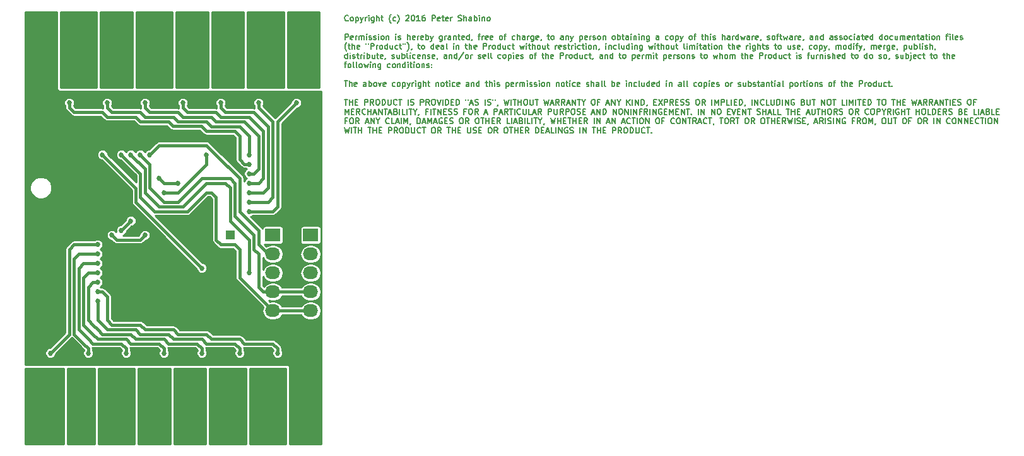
<source format=gbl>
G04 #@! TF.FileFunction,Copper,L2,Bot,Signal*
%FSLAX46Y46*%
G04 Gerber Fmt 4.6, Leading zero omitted, Abs format (unit mm)*
G04 Created by KiCad (PCBNEW 4.0.2-stable) date 6/3/2016 9:25:23 PM*
%MOMM*%
G01*
G04 APERTURE LIST*
%ADD10C,0.100000*%
%ADD11C,0.190500*%
%ADD12R,1.300000X1.300000*%
%ADD13C,1.300000*%
%ADD14R,2.032000X1.727200*%
%ADD15O,2.032000X1.727200*%
%ADD16R,2.500000X2.500000*%
%ADD17C,2.500000*%
%ADD18C,0.685800*%
%ADD19C,0.381000*%
%ADD20C,0.508000*%
%ADD21C,0.254000*%
G04 APERTURE END LIST*
D10*
D11*
X143491857Y-90518343D02*
X143455571Y-90554629D01*
X143346714Y-90590914D01*
X143274143Y-90590914D01*
X143165286Y-90554629D01*
X143092714Y-90482057D01*
X143056429Y-90409486D01*
X143020143Y-90264343D01*
X143020143Y-90155486D01*
X143056429Y-90010343D01*
X143092714Y-89937771D01*
X143165286Y-89865200D01*
X143274143Y-89828914D01*
X143346714Y-89828914D01*
X143455571Y-89865200D01*
X143491857Y-89901486D01*
X143927286Y-90590914D02*
X143854714Y-90554629D01*
X143818429Y-90518343D01*
X143782143Y-90445771D01*
X143782143Y-90228057D01*
X143818429Y-90155486D01*
X143854714Y-90119200D01*
X143927286Y-90082914D01*
X144036143Y-90082914D01*
X144108714Y-90119200D01*
X144145000Y-90155486D01*
X144181286Y-90228057D01*
X144181286Y-90445771D01*
X144145000Y-90518343D01*
X144108714Y-90554629D01*
X144036143Y-90590914D01*
X143927286Y-90590914D01*
X144507858Y-90082914D02*
X144507858Y-90844914D01*
X144507858Y-90119200D02*
X144580429Y-90082914D01*
X144725572Y-90082914D01*
X144798143Y-90119200D01*
X144834429Y-90155486D01*
X144870715Y-90228057D01*
X144870715Y-90445771D01*
X144834429Y-90518343D01*
X144798143Y-90554629D01*
X144725572Y-90590914D01*
X144580429Y-90590914D01*
X144507858Y-90554629D01*
X145124715Y-90082914D02*
X145306144Y-90590914D01*
X145487572Y-90082914D02*
X145306144Y-90590914D01*
X145233572Y-90772343D01*
X145197287Y-90808629D01*
X145124715Y-90844914D01*
X145777858Y-90590914D02*
X145777858Y-90082914D01*
X145777858Y-90228057D02*
X145814143Y-90155486D01*
X145850429Y-90119200D01*
X145923000Y-90082914D01*
X145995572Y-90082914D01*
X146249572Y-90590914D02*
X146249572Y-90082914D01*
X146249572Y-89828914D02*
X146213286Y-89865200D01*
X146249572Y-89901486D01*
X146285857Y-89865200D01*
X146249572Y-89828914D01*
X146249572Y-89901486D01*
X146939000Y-90082914D02*
X146939000Y-90699771D01*
X146902714Y-90772343D01*
X146866429Y-90808629D01*
X146793857Y-90844914D01*
X146685000Y-90844914D01*
X146612429Y-90808629D01*
X146939000Y-90554629D02*
X146866429Y-90590914D01*
X146721286Y-90590914D01*
X146648714Y-90554629D01*
X146612429Y-90518343D01*
X146576143Y-90445771D01*
X146576143Y-90228057D01*
X146612429Y-90155486D01*
X146648714Y-90119200D01*
X146721286Y-90082914D01*
X146866429Y-90082914D01*
X146939000Y-90119200D01*
X147301858Y-90590914D02*
X147301858Y-89828914D01*
X147628429Y-90590914D02*
X147628429Y-90191771D01*
X147592143Y-90119200D01*
X147519572Y-90082914D01*
X147410715Y-90082914D01*
X147338143Y-90119200D01*
X147301858Y-90155486D01*
X147882429Y-90082914D02*
X148172715Y-90082914D01*
X147991287Y-89828914D02*
X147991287Y-90482057D01*
X148027572Y-90554629D01*
X148100144Y-90590914D01*
X148172715Y-90590914D01*
X149225001Y-90881200D02*
X149188715Y-90844914D01*
X149116144Y-90736057D01*
X149079858Y-90663486D01*
X149043572Y-90554629D01*
X149007287Y-90373200D01*
X149007287Y-90228057D01*
X149043572Y-90046629D01*
X149079858Y-89937771D01*
X149116144Y-89865200D01*
X149188715Y-89756343D01*
X149225001Y-89720057D01*
X149841858Y-90554629D02*
X149769287Y-90590914D01*
X149624144Y-90590914D01*
X149551572Y-90554629D01*
X149515287Y-90518343D01*
X149479001Y-90445771D01*
X149479001Y-90228057D01*
X149515287Y-90155486D01*
X149551572Y-90119200D01*
X149624144Y-90082914D01*
X149769287Y-90082914D01*
X149841858Y-90119200D01*
X150095858Y-90881200D02*
X150132144Y-90844914D01*
X150204715Y-90736057D01*
X150241001Y-90663486D01*
X150277287Y-90554629D01*
X150313572Y-90373200D01*
X150313572Y-90228057D01*
X150277287Y-90046629D01*
X150241001Y-89937771D01*
X150204715Y-89865200D01*
X150132144Y-89756343D01*
X150095858Y-89720057D01*
X151220715Y-89901486D02*
X151257001Y-89865200D01*
X151329572Y-89828914D01*
X151511001Y-89828914D01*
X151583572Y-89865200D01*
X151619858Y-89901486D01*
X151656143Y-89974057D01*
X151656143Y-90046629D01*
X151619858Y-90155486D01*
X151184429Y-90590914D01*
X151656143Y-90590914D01*
X152127857Y-89828914D02*
X152200429Y-89828914D01*
X152273000Y-89865200D01*
X152309286Y-89901486D01*
X152345572Y-89974057D01*
X152381857Y-90119200D01*
X152381857Y-90300629D01*
X152345572Y-90445771D01*
X152309286Y-90518343D01*
X152273000Y-90554629D01*
X152200429Y-90590914D01*
X152127857Y-90590914D01*
X152055286Y-90554629D01*
X152019000Y-90518343D01*
X151982715Y-90445771D01*
X151946429Y-90300629D01*
X151946429Y-90119200D01*
X151982715Y-89974057D01*
X152019000Y-89901486D01*
X152055286Y-89865200D01*
X152127857Y-89828914D01*
X153107571Y-90590914D02*
X152672143Y-90590914D01*
X152889857Y-90590914D02*
X152889857Y-89828914D01*
X152817286Y-89937771D01*
X152744714Y-90010343D01*
X152672143Y-90046629D01*
X153760714Y-89828914D02*
X153615571Y-89828914D01*
X153543000Y-89865200D01*
X153506714Y-89901486D01*
X153434143Y-90010343D01*
X153397857Y-90155486D01*
X153397857Y-90445771D01*
X153434143Y-90518343D01*
X153470428Y-90554629D01*
X153543000Y-90590914D01*
X153688143Y-90590914D01*
X153760714Y-90554629D01*
X153797000Y-90518343D01*
X153833285Y-90445771D01*
X153833285Y-90264343D01*
X153797000Y-90191771D01*
X153760714Y-90155486D01*
X153688143Y-90119200D01*
X153543000Y-90119200D01*
X153470428Y-90155486D01*
X153434143Y-90191771D01*
X153397857Y-90264343D01*
X154740428Y-90590914D02*
X154740428Y-89828914D01*
X155030713Y-89828914D01*
X155103285Y-89865200D01*
X155139570Y-89901486D01*
X155175856Y-89974057D01*
X155175856Y-90082914D01*
X155139570Y-90155486D01*
X155103285Y-90191771D01*
X155030713Y-90228057D01*
X154740428Y-90228057D01*
X155792713Y-90554629D02*
X155720142Y-90590914D01*
X155574999Y-90590914D01*
X155502428Y-90554629D01*
X155466142Y-90482057D01*
X155466142Y-90191771D01*
X155502428Y-90119200D01*
X155574999Y-90082914D01*
X155720142Y-90082914D01*
X155792713Y-90119200D01*
X155828999Y-90191771D01*
X155828999Y-90264343D01*
X155466142Y-90336914D01*
X156046713Y-90082914D02*
X156336999Y-90082914D01*
X156155571Y-89828914D02*
X156155571Y-90482057D01*
X156191856Y-90554629D01*
X156264428Y-90590914D01*
X156336999Y-90590914D01*
X156881285Y-90554629D02*
X156808714Y-90590914D01*
X156663571Y-90590914D01*
X156591000Y-90554629D01*
X156554714Y-90482057D01*
X156554714Y-90191771D01*
X156591000Y-90119200D01*
X156663571Y-90082914D01*
X156808714Y-90082914D01*
X156881285Y-90119200D01*
X156917571Y-90191771D01*
X156917571Y-90264343D01*
X156554714Y-90336914D01*
X157244143Y-90590914D02*
X157244143Y-90082914D01*
X157244143Y-90228057D02*
X157280428Y-90155486D01*
X157316714Y-90119200D01*
X157389285Y-90082914D01*
X157461857Y-90082914D01*
X158260142Y-90554629D02*
X158368999Y-90590914D01*
X158550428Y-90590914D01*
X158622999Y-90554629D01*
X158659285Y-90518343D01*
X158695570Y-90445771D01*
X158695570Y-90373200D01*
X158659285Y-90300629D01*
X158622999Y-90264343D01*
X158550428Y-90228057D01*
X158405285Y-90191771D01*
X158332713Y-90155486D01*
X158296428Y-90119200D01*
X158260142Y-90046629D01*
X158260142Y-89974057D01*
X158296428Y-89901486D01*
X158332713Y-89865200D01*
X158405285Y-89828914D01*
X158586713Y-89828914D01*
X158695570Y-89865200D01*
X159022142Y-90590914D02*
X159022142Y-89828914D01*
X159348713Y-90590914D02*
X159348713Y-90191771D01*
X159312427Y-90119200D01*
X159239856Y-90082914D01*
X159130999Y-90082914D01*
X159058427Y-90119200D01*
X159022142Y-90155486D01*
X160038142Y-90590914D02*
X160038142Y-90191771D01*
X160001856Y-90119200D01*
X159929285Y-90082914D01*
X159784142Y-90082914D01*
X159711571Y-90119200D01*
X160038142Y-90554629D02*
X159965571Y-90590914D01*
X159784142Y-90590914D01*
X159711571Y-90554629D01*
X159675285Y-90482057D01*
X159675285Y-90409486D01*
X159711571Y-90336914D01*
X159784142Y-90300629D01*
X159965571Y-90300629D01*
X160038142Y-90264343D01*
X160401000Y-90590914D02*
X160401000Y-89828914D01*
X160401000Y-90119200D02*
X160473571Y-90082914D01*
X160618714Y-90082914D01*
X160691285Y-90119200D01*
X160727571Y-90155486D01*
X160763857Y-90228057D01*
X160763857Y-90445771D01*
X160727571Y-90518343D01*
X160691285Y-90554629D01*
X160618714Y-90590914D01*
X160473571Y-90590914D01*
X160401000Y-90554629D01*
X161090429Y-90590914D02*
X161090429Y-90082914D01*
X161090429Y-89828914D02*
X161054143Y-89865200D01*
X161090429Y-89901486D01*
X161126714Y-89865200D01*
X161090429Y-89828914D01*
X161090429Y-89901486D01*
X161453286Y-90082914D02*
X161453286Y-90590914D01*
X161453286Y-90155486D02*
X161489571Y-90119200D01*
X161562143Y-90082914D01*
X161671000Y-90082914D01*
X161743571Y-90119200D01*
X161779857Y-90191771D01*
X161779857Y-90590914D01*
X162251572Y-90590914D02*
X162179000Y-90554629D01*
X162142715Y-90518343D01*
X162106429Y-90445771D01*
X162106429Y-90228057D01*
X162142715Y-90155486D01*
X162179000Y-90119200D01*
X162251572Y-90082914D01*
X162360429Y-90082914D01*
X162433000Y-90119200D01*
X162469286Y-90155486D01*
X162505572Y-90228057D01*
X162505572Y-90445771D01*
X162469286Y-90518343D01*
X162433000Y-90554629D01*
X162360429Y-90590914D01*
X162251572Y-90590914D01*
X143056429Y-93105514D02*
X143056429Y-92343514D01*
X143346714Y-92343514D01*
X143419286Y-92379800D01*
X143455571Y-92416086D01*
X143491857Y-92488657D01*
X143491857Y-92597514D01*
X143455571Y-92670086D01*
X143419286Y-92706371D01*
X143346714Y-92742657D01*
X143056429Y-92742657D01*
X144108714Y-93069229D02*
X144036143Y-93105514D01*
X143891000Y-93105514D01*
X143818429Y-93069229D01*
X143782143Y-92996657D01*
X143782143Y-92706371D01*
X143818429Y-92633800D01*
X143891000Y-92597514D01*
X144036143Y-92597514D01*
X144108714Y-92633800D01*
X144145000Y-92706371D01*
X144145000Y-92778943D01*
X143782143Y-92851514D01*
X144471572Y-93105514D02*
X144471572Y-92597514D01*
X144471572Y-92742657D02*
X144507857Y-92670086D01*
X144544143Y-92633800D01*
X144616714Y-92597514D01*
X144689286Y-92597514D01*
X144943286Y-93105514D02*
X144943286Y-92597514D01*
X144943286Y-92670086D02*
X144979571Y-92633800D01*
X145052143Y-92597514D01*
X145161000Y-92597514D01*
X145233571Y-92633800D01*
X145269857Y-92706371D01*
X145269857Y-93105514D01*
X145269857Y-92706371D02*
X145306143Y-92633800D01*
X145378714Y-92597514D01*
X145487571Y-92597514D01*
X145560143Y-92633800D01*
X145596428Y-92706371D01*
X145596428Y-93105514D01*
X145959286Y-93105514D02*
X145959286Y-92597514D01*
X145959286Y-92343514D02*
X145923000Y-92379800D01*
X145959286Y-92416086D01*
X145995571Y-92379800D01*
X145959286Y-92343514D01*
X145959286Y-92416086D01*
X146285857Y-93069229D02*
X146358428Y-93105514D01*
X146503571Y-93105514D01*
X146576143Y-93069229D01*
X146612428Y-92996657D01*
X146612428Y-92960371D01*
X146576143Y-92887800D01*
X146503571Y-92851514D01*
X146394714Y-92851514D01*
X146322143Y-92815229D01*
X146285857Y-92742657D01*
X146285857Y-92706371D01*
X146322143Y-92633800D01*
X146394714Y-92597514D01*
X146503571Y-92597514D01*
X146576143Y-92633800D01*
X146902714Y-93069229D02*
X146975285Y-93105514D01*
X147120428Y-93105514D01*
X147193000Y-93069229D01*
X147229285Y-92996657D01*
X147229285Y-92960371D01*
X147193000Y-92887800D01*
X147120428Y-92851514D01*
X147011571Y-92851514D01*
X146939000Y-92815229D01*
X146902714Y-92742657D01*
X146902714Y-92706371D01*
X146939000Y-92633800D01*
X147011571Y-92597514D01*
X147120428Y-92597514D01*
X147193000Y-92633800D01*
X147555857Y-93105514D02*
X147555857Y-92597514D01*
X147555857Y-92343514D02*
X147519571Y-92379800D01*
X147555857Y-92416086D01*
X147592142Y-92379800D01*
X147555857Y-92343514D01*
X147555857Y-92416086D01*
X148027571Y-93105514D02*
X147954999Y-93069229D01*
X147918714Y-93032943D01*
X147882428Y-92960371D01*
X147882428Y-92742657D01*
X147918714Y-92670086D01*
X147954999Y-92633800D01*
X148027571Y-92597514D01*
X148136428Y-92597514D01*
X148208999Y-92633800D01*
X148245285Y-92670086D01*
X148281571Y-92742657D01*
X148281571Y-92960371D01*
X148245285Y-93032943D01*
X148208999Y-93069229D01*
X148136428Y-93105514D01*
X148027571Y-93105514D01*
X148608143Y-92597514D02*
X148608143Y-93105514D01*
X148608143Y-92670086D02*
X148644428Y-92633800D01*
X148717000Y-92597514D01*
X148825857Y-92597514D01*
X148898428Y-92633800D01*
X148934714Y-92706371D01*
X148934714Y-93105514D01*
X149878143Y-93105514D02*
X149878143Y-92597514D01*
X149878143Y-92343514D02*
X149841857Y-92379800D01*
X149878143Y-92416086D01*
X149914428Y-92379800D01*
X149878143Y-92343514D01*
X149878143Y-92416086D01*
X150204714Y-93069229D02*
X150277285Y-93105514D01*
X150422428Y-93105514D01*
X150495000Y-93069229D01*
X150531285Y-92996657D01*
X150531285Y-92960371D01*
X150495000Y-92887800D01*
X150422428Y-92851514D01*
X150313571Y-92851514D01*
X150241000Y-92815229D01*
X150204714Y-92742657D01*
X150204714Y-92706371D01*
X150241000Y-92633800D01*
X150313571Y-92597514D01*
X150422428Y-92597514D01*
X150495000Y-92633800D01*
X151438428Y-93105514D02*
X151438428Y-92343514D01*
X151764999Y-93105514D02*
X151764999Y-92706371D01*
X151728713Y-92633800D01*
X151656142Y-92597514D01*
X151547285Y-92597514D01*
X151474713Y-92633800D01*
X151438428Y-92670086D01*
X152418142Y-93069229D02*
X152345571Y-93105514D01*
X152200428Y-93105514D01*
X152127857Y-93069229D01*
X152091571Y-92996657D01*
X152091571Y-92706371D01*
X152127857Y-92633800D01*
X152200428Y-92597514D01*
X152345571Y-92597514D01*
X152418142Y-92633800D01*
X152454428Y-92706371D01*
X152454428Y-92778943D01*
X152091571Y-92851514D01*
X152781000Y-93105514D02*
X152781000Y-92597514D01*
X152781000Y-92742657D02*
X152817285Y-92670086D01*
X152853571Y-92633800D01*
X152926142Y-92597514D01*
X152998714Y-92597514D01*
X153542999Y-93069229D02*
X153470428Y-93105514D01*
X153325285Y-93105514D01*
X153252714Y-93069229D01*
X153216428Y-92996657D01*
X153216428Y-92706371D01*
X153252714Y-92633800D01*
X153325285Y-92597514D01*
X153470428Y-92597514D01*
X153542999Y-92633800D01*
X153579285Y-92706371D01*
X153579285Y-92778943D01*
X153216428Y-92851514D01*
X153905857Y-93105514D02*
X153905857Y-92343514D01*
X153905857Y-92633800D02*
X153978428Y-92597514D01*
X154123571Y-92597514D01*
X154196142Y-92633800D01*
X154232428Y-92670086D01*
X154268714Y-92742657D01*
X154268714Y-92960371D01*
X154232428Y-93032943D01*
X154196142Y-93069229D01*
X154123571Y-93105514D01*
X153978428Y-93105514D01*
X153905857Y-93069229D01*
X154522714Y-92597514D02*
X154704143Y-93105514D01*
X154885571Y-92597514D02*
X154704143Y-93105514D01*
X154631571Y-93286943D01*
X154595286Y-93323229D01*
X154522714Y-93359514D01*
X156082999Y-92597514D02*
X156082999Y-93214371D01*
X156046713Y-93286943D01*
X156010428Y-93323229D01*
X155937856Y-93359514D01*
X155828999Y-93359514D01*
X155756428Y-93323229D01*
X156082999Y-93069229D02*
X156010428Y-93105514D01*
X155865285Y-93105514D01*
X155792713Y-93069229D01*
X155756428Y-93032943D01*
X155720142Y-92960371D01*
X155720142Y-92742657D01*
X155756428Y-92670086D01*
X155792713Y-92633800D01*
X155865285Y-92597514D01*
X156010428Y-92597514D01*
X156082999Y-92633800D01*
X156445857Y-93105514D02*
X156445857Y-92597514D01*
X156445857Y-92742657D02*
X156482142Y-92670086D01*
X156518428Y-92633800D01*
X156590999Y-92597514D01*
X156663571Y-92597514D01*
X157244142Y-93105514D02*
X157244142Y-92706371D01*
X157207856Y-92633800D01*
X157135285Y-92597514D01*
X156990142Y-92597514D01*
X156917571Y-92633800D01*
X157244142Y-93069229D02*
X157171571Y-93105514D01*
X156990142Y-93105514D01*
X156917571Y-93069229D01*
X156881285Y-92996657D01*
X156881285Y-92924086D01*
X156917571Y-92851514D01*
X156990142Y-92815229D01*
X157171571Y-92815229D01*
X157244142Y-92778943D01*
X157607000Y-92597514D02*
X157607000Y-93105514D01*
X157607000Y-92670086D02*
X157643285Y-92633800D01*
X157715857Y-92597514D01*
X157824714Y-92597514D01*
X157897285Y-92633800D01*
X157933571Y-92706371D01*
X157933571Y-93105514D01*
X158187571Y-92597514D02*
X158477857Y-92597514D01*
X158296429Y-92343514D02*
X158296429Y-92996657D01*
X158332714Y-93069229D01*
X158405286Y-93105514D01*
X158477857Y-93105514D01*
X159022143Y-93069229D02*
X158949572Y-93105514D01*
X158804429Y-93105514D01*
X158731858Y-93069229D01*
X158695572Y-92996657D01*
X158695572Y-92706371D01*
X158731858Y-92633800D01*
X158804429Y-92597514D01*
X158949572Y-92597514D01*
X159022143Y-92633800D01*
X159058429Y-92706371D01*
X159058429Y-92778943D01*
X158695572Y-92851514D01*
X159711572Y-93105514D02*
X159711572Y-92343514D01*
X159711572Y-93069229D02*
X159639001Y-93105514D01*
X159493858Y-93105514D01*
X159421286Y-93069229D01*
X159385001Y-93032943D01*
X159348715Y-92960371D01*
X159348715Y-92742657D01*
X159385001Y-92670086D01*
X159421286Y-92633800D01*
X159493858Y-92597514D01*
X159639001Y-92597514D01*
X159711572Y-92633800D01*
X160110715Y-93069229D02*
X160110715Y-93105514D01*
X160074430Y-93178086D01*
X160038144Y-93214371D01*
X160909000Y-92597514D02*
X161199286Y-92597514D01*
X161017858Y-93105514D02*
X161017858Y-92452371D01*
X161054143Y-92379800D01*
X161126715Y-92343514D01*
X161199286Y-92343514D01*
X161453287Y-93105514D02*
X161453287Y-92597514D01*
X161453287Y-92742657D02*
X161489572Y-92670086D01*
X161525858Y-92633800D01*
X161598429Y-92597514D01*
X161671001Y-92597514D01*
X162215286Y-93069229D02*
X162142715Y-93105514D01*
X161997572Y-93105514D01*
X161925001Y-93069229D01*
X161888715Y-92996657D01*
X161888715Y-92706371D01*
X161925001Y-92633800D01*
X161997572Y-92597514D01*
X162142715Y-92597514D01*
X162215286Y-92633800D01*
X162251572Y-92706371D01*
X162251572Y-92778943D01*
X161888715Y-92851514D01*
X162868429Y-93069229D02*
X162795858Y-93105514D01*
X162650715Y-93105514D01*
X162578144Y-93069229D01*
X162541858Y-92996657D01*
X162541858Y-92706371D01*
X162578144Y-92633800D01*
X162650715Y-92597514D01*
X162795858Y-92597514D01*
X162868429Y-92633800D01*
X162904715Y-92706371D01*
X162904715Y-92778943D01*
X162541858Y-92851514D01*
X163920715Y-93105514D02*
X163848143Y-93069229D01*
X163811858Y-93032943D01*
X163775572Y-92960371D01*
X163775572Y-92742657D01*
X163811858Y-92670086D01*
X163848143Y-92633800D01*
X163920715Y-92597514D01*
X164029572Y-92597514D01*
X164102143Y-92633800D01*
X164138429Y-92670086D01*
X164174715Y-92742657D01*
X164174715Y-92960371D01*
X164138429Y-93032943D01*
X164102143Y-93069229D01*
X164029572Y-93105514D01*
X163920715Y-93105514D01*
X164392429Y-92597514D02*
X164682715Y-92597514D01*
X164501287Y-93105514D02*
X164501287Y-92452371D01*
X164537572Y-92379800D01*
X164610144Y-92343514D01*
X164682715Y-92343514D01*
X165843858Y-93069229D02*
X165771287Y-93105514D01*
X165626144Y-93105514D01*
X165553572Y-93069229D01*
X165517287Y-93032943D01*
X165481001Y-92960371D01*
X165481001Y-92742657D01*
X165517287Y-92670086D01*
X165553572Y-92633800D01*
X165626144Y-92597514D01*
X165771287Y-92597514D01*
X165843858Y-92633800D01*
X166170430Y-93105514D02*
X166170430Y-92343514D01*
X166497001Y-93105514D02*
X166497001Y-92706371D01*
X166460715Y-92633800D01*
X166388144Y-92597514D01*
X166279287Y-92597514D01*
X166206715Y-92633800D01*
X166170430Y-92670086D01*
X167186430Y-93105514D02*
X167186430Y-92706371D01*
X167150144Y-92633800D01*
X167077573Y-92597514D01*
X166932430Y-92597514D01*
X166859859Y-92633800D01*
X167186430Y-93069229D02*
X167113859Y-93105514D01*
X166932430Y-93105514D01*
X166859859Y-93069229D01*
X166823573Y-92996657D01*
X166823573Y-92924086D01*
X166859859Y-92851514D01*
X166932430Y-92815229D01*
X167113859Y-92815229D01*
X167186430Y-92778943D01*
X167549288Y-93105514D02*
X167549288Y-92597514D01*
X167549288Y-92742657D02*
X167585573Y-92670086D01*
X167621859Y-92633800D01*
X167694430Y-92597514D01*
X167767002Y-92597514D01*
X168347573Y-92597514D02*
X168347573Y-93214371D01*
X168311287Y-93286943D01*
X168275002Y-93323229D01*
X168202430Y-93359514D01*
X168093573Y-93359514D01*
X168021002Y-93323229D01*
X168347573Y-93069229D02*
X168275002Y-93105514D01*
X168129859Y-93105514D01*
X168057287Y-93069229D01*
X168021002Y-93032943D01*
X167984716Y-92960371D01*
X167984716Y-92742657D01*
X168021002Y-92670086D01*
X168057287Y-92633800D01*
X168129859Y-92597514D01*
X168275002Y-92597514D01*
X168347573Y-92633800D01*
X169000716Y-93069229D02*
X168928145Y-93105514D01*
X168783002Y-93105514D01*
X168710431Y-93069229D01*
X168674145Y-92996657D01*
X168674145Y-92706371D01*
X168710431Y-92633800D01*
X168783002Y-92597514D01*
X168928145Y-92597514D01*
X169000716Y-92633800D01*
X169037002Y-92706371D01*
X169037002Y-92778943D01*
X168674145Y-92851514D01*
X169399859Y-93069229D02*
X169399859Y-93105514D01*
X169363574Y-93178086D01*
X169327288Y-93214371D01*
X170198144Y-92597514D02*
X170488430Y-92597514D01*
X170307002Y-92343514D02*
X170307002Y-92996657D01*
X170343287Y-93069229D01*
X170415859Y-93105514D01*
X170488430Y-93105514D01*
X170851288Y-93105514D02*
X170778716Y-93069229D01*
X170742431Y-93032943D01*
X170706145Y-92960371D01*
X170706145Y-92742657D01*
X170742431Y-92670086D01*
X170778716Y-92633800D01*
X170851288Y-92597514D01*
X170960145Y-92597514D01*
X171032716Y-92633800D01*
X171069002Y-92670086D01*
X171105288Y-92742657D01*
X171105288Y-92960371D01*
X171069002Y-93032943D01*
X171032716Y-93069229D01*
X170960145Y-93105514D01*
X170851288Y-93105514D01*
X172339002Y-93105514D02*
X172339002Y-92706371D01*
X172302716Y-92633800D01*
X172230145Y-92597514D01*
X172085002Y-92597514D01*
X172012431Y-92633800D01*
X172339002Y-93069229D02*
X172266431Y-93105514D01*
X172085002Y-93105514D01*
X172012431Y-93069229D01*
X171976145Y-92996657D01*
X171976145Y-92924086D01*
X172012431Y-92851514D01*
X172085002Y-92815229D01*
X172266431Y-92815229D01*
X172339002Y-92778943D01*
X172701860Y-92597514D02*
X172701860Y-93105514D01*
X172701860Y-92670086D02*
X172738145Y-92633800D01*
X172810717Y-92597514D01*
X172919574Y-92597514D01*
X172992145Y-92633800D01*
X173028431Y-92706371D01*
X173028431Y-93105514D01*
X173318717Y-92597514D02*
X173500146Y-93105514D01*
X173681574Y-92597514D02*
X173500146Y-93105514D01*
X173427574Y-93286943D01*
X173391289Y-93323229D01*
X173318717Y-93359514D01*
X174552431Y-92597514D02*
X174552431Y-93359514D01*
X174552431Y-92633800D02*
X174625002Y-92597514D01*
X174770145Y-92597514D01*
X174842716Y-92633800D01*
X174879002Y-92670086D01*
X174915288Y-92742657D01*
X174915288Y-92960371D01*
X174879002Y-93032943D01*
X174842716Y-93069229D01*
X174770145Y-93105514D01*
X174625002Y-93105514D01*
X174552431Y-93069229D01*
X175532145Y-93069229D02*
X175459574Y-93105514D01*
X175314431Y-93105514D01*
X175241860Y-93069229D01*
X175205574Y-92996657D01*
X175205574Y-92706371D01*
X175241860Y-92633800D01*
X175314431Y-92597514D01*
X175459574Y-92597514D01*
X175532145Y-92633800D01*
X175568431Y-92706371D01*
X175568431Y-92778943D01*
X175205574Y-92851514D01*
X175895003Y-93105514D02*
X175895003Y-92597514D01*
X175895003Y-92742657D02*
X175931288Y-92670086D01*
X175967574Y-92633800D01*
X176040145Y-92597514D01*
X176112717Y-92597514D01*
X176330431Y-93069229D02*
X176403002Y-93105514D01*
X176548145Y-93105514D01*
X176620717Y-93069229D01*
X176657002Y-92996657D01*
X176657002Y-92960371D01*
X176620717Y-92887800D01*
X176548145Y-92851514D01*
X176439288Y-92851514D01*
X176366717Y-92815229D01*
X176330431Y-92742657D01*
X176330431Y-92706371D01*
X176366717Y-92633800D01*
X176439288Y-92597514D01*
X176548145Y-92597514D01*
X176620717Y-92633800D01*
X177092431Y-93105514D02*
X177019859Y-93069229D01*
X176983574Y-93032943D01*
X176947288Y-92960371D01*
X176947288Y-92742657D01*
X176983574Y-92670086D01*
X177019859Y-92633800D01*
X177092431Y-92597514D01*
X177201288Y-92597514D01*
X177273859Y-92633800D01*
X177310145Y-92670086D01*
X177346431Y-92742657D01*
X177346431Y-92960371D01*
X177310145Y-93032943D01*
X177273859Y-93069229D01*
X177201288Y-93105514D01*
X177092431Y-93105514D01*
X177673003Y-92597514D02*
X177673003Y-93105514D01*
X177673003Y-92670086D02*
X177709288Y-92633800D01*
X177781860Y-92597514D01*
X177890717Y-92597514D01*
X177963288Y-92633800D01*
X177999574Y-92706371D01*
X177999574Y-93105514D01*
X179051860Y-93105514D02*
X178979288Y-93069229D01*
X178943003Y-93032943D01*
X178906717Y-92960371D01*
X178906717Y-92742657D01*
X178943003Y-92670086D01*
X178979288Y-92633800D01*
X179051860Y-92597514D01*
X179160717Y-92597514D01*
X179233288Y-92633800D01*
X179269574Y-92670086D01*
X179305860Y-92742657D01*
X179305860Y-92960371D01*
X179269574Y-93032943D01*
X179233288Y-93069229D01*
X179160717Y-93105514D01*
X179051860Y-93105514D01*
X179632432Y-93105514D02*
X179632432Y-92343514D01*
X179632432Y-92633800D02*
X179705003Y-92597514D01*
X179850146Y-92597514D01*
X179922717Y-92633800D01*
X179959003Y-92670086D01*
X179995289Y-92742657D01*
X179995289Y-92960371D01*
X179959003Y-93032943D01*
X179922717Y-93069229D01*
X179850146Y-93105514D01*
X179705003Y-93105514D01*
X179632432Y-93069229D01*
X180213003Y-92597514D02*
X180503289Y-92597514D01*
X180321861Y-92343514D02*
X180321861Y-92996657D01*
X180358146Y-93069229D01*
X180430718Y-93105514D01*
X180503289Y-93105514D01*
X181083861Y-93105514D02*
X181083861Y-92706371D01*
X181047575Y-92633800D01*
X180975004Y-92597514D01*
X180829861Y-92597514D01*
X180757290Y-92633800D01*
X181083861Y-93069229D02*
X181011290Y-93105514D01*
X180829861Y-93105514D01*
X180757290Y-93069229D01*
X180721004Y-92996657D01*
X180721004Y-92924086D01*
X180757290Y-92851514D01*
X180829861Y-92815229D01*
X181011290Y-92815229D01*
X181083861Y-92778943D01*
X181446719Y-93105514D02*
X181446719Y-92597514D01*
X181446719Y-92343514D02*
X181410433Y-92379800D01*
X181446719Y-92416086D01*
X181483004Y-92379800D01*
X181446719Y-92343514D01*
X181446719Y-92416086D01*
X181809576Y-92597514D02*
X181809576Y-93105514D01*
X181809576Y-92670086D02*
X181845861Y-92633800D01*
X181918433Y-92597514D01*
X182027290Y-92597514D01*
X182099861Y-92633800D01*
X182136147Y-92706371D01*
X182136147Y-93105514D01*
X182499005Y-93105514D02*
X182499005Y-92597514D01*
X182499005Y-92343514D02*
X182462719Y-92379800D01*
X182499005Y-92416086D01*
X182535290Y-92379800D01*
X182499005Y-92343514D01*
X182499005Y-92416086D01*
X182861862Y-92597514D02*
X182861862Y-93105514D01*
X182861862Y-92670086D02*
X182898147Y-92633800D01*
X182970719Y-92597514D01*
X183079576Y-92597514D01*
X183152147Y-92633800D01*
X183188433Y-92706371D01*
X183188433Y-93105514D01*
X183877862Y-92597514D02*
X183877862Y-93214371D01*
X183841576Y-93286943D01*
X183805291Y-93323229D01*
X183732719Y-93359514D01*
X183623862Y-93359514D01*
X183551291Y-93323229D01*
X183877862Y-93069229D02*
X183805291Y-93105514D01*
X183660148Y-93105514D01*
X183587576Y-93069229D01*
X183551291Y-93032943D01*
X183515005Y-92960371D01*
X183515005Y-92742657D01*
X183551291Y-92670086D01*
X183587576Y-92633800D01*
X183660148Y-92597514D01*
X183805291Y-92597514D01*
X183877862Y-92633800D01*
X185147862Y-93105514D02*
X185147862Y-92706371D01*
X185111576Y-92633800D01*
X185039005Y-92597514D01*
X184893862Y-92597514D01*
X184821291Y-92633800D01*
X185147862Y-93069229D02*
X185075291Y-93105514D01*
X184893862Y-93105514D01*
X184821291Y-93069229D01*
X184785005Y-92996657D01*
X184785005Y-92924086D01*
X184821291Y-92851514D01*
X184893862Y-92815229D01*
X185075291Y-92815229D01*
X185147862Y-92778943D01*
X186417862Y-93069229D02*
X186345291Y-93105514D01*
X186200148Y-93105514D01*
X186127576Y-93069229D01*
X186091291Y-93032943D01*
X186055005Y-92960371D01*
X186055005Y-92742657D01*
X186091291Y-92670086D01*
X186127576Y-92633800D01*
X186200148Y-92597514D01*
X186345291Y-92597514D01*
X186417862Y-92633800D01*
X186853291Y-93105514D02*
X186780719Y-93069229D01*
X186744434Y-93032943D01*
X186708148Y-92960371D01*
X186708148Y-92742657D01*
X186744434Y-92670086D01*
X186780719Y-92633800D01*
X186853291Y-92597514D01*
X186962148Y-92597514D01*
X187034719Y-92633800D01*
X187071005Y-92670086D01*
X187107291Y-92742657D01*
X187107291Y-92960371D01*
X187071005Y-93032943D01*
X187034719Y-93069229D01*
X186962148Y-93105514D01*
X186853291Y-93105514D01*
X187433863Y-92597514D02*
X187433863Y-93359514D01*
X187433863Y-92633800D02*
X187506434Y-92597514D01*
X187651577Y-92597514D01*
X187724148Y-92633800D01*
X187760434Y-92670086D01*
X187796720Y-92742657D01*
X187796720Y-92960371D01*
X187760434Y-93032943D01*
X187724148Y-93069229D01*
X187651577Y-93105514D01*
X187506434Y-93105514D01*
X187433863Y-93069229D01*
X188050720Y-92597514D02*
X188232149Y-93105514D01*
X188413577Y-92597514D02*
X188232149Y-93105514D01*
X188159577Y-93286943D01*
X188123292Y-93323229D01*
X188050720Y-93359514D01*
X189393291Y-93105514D02*
X189320719Y-93069229D01*
X189284434Y-93032943D01*
X189248148Y-92960371D01*
X189248148Y-92742657D01*
X189284434Y-92670086D01*
X189320719Y-92633800D01*
X189393291Y-92597514D01*
X189502148Y-92597514D01*
X189574719Y-92633800D01*
X189611005Y-92670086D01*
X189647291Y-92742657D01*
X189647291Y-92960371D01*
X189611005Y-93032943D01*
X189574719Y-93069229D01*
X189502148Y-93105514D01*
X189393291Y-93105514D01*
X189865005Y-92597514D02*
X190155291Y-92597514D01*
X189973863Y-93105514D02*
X189973863Y-92452371D01*
X190010148Y-92379800D01*
X190082720Y-92343514D01*
X190155291Y-92343514D01*
X190881005Y-92597514D02*
X191171291Y-92597514D01*
X190989863Y-92343514D02*
X190989863Y-92996657D01*
X191026148Y-93069229D01*
X191098720Y-93105514D01*
X191171291Y-93105514D01*
X191425292Y-93105514D02*
X191425292Y-92343514D01*
X191751863Y-93105514D02*
X191751863Y-92706371D01*
X191715577Y-92633800D01*
X191643006Y-92597514D01*
X191534149Y-92597514D01*
X191461577Y-92633800D01*
X191425292Y-92670086D01*
X192114721Y-93105514D02*
X192114721Y-92597514D01*
X192114721Y-92343514D02*
X192078435Y-92379800D01*
X192114721Y-92416086D01*
X192151006Y-92379800D01*
X192114721Y-92343514D01*
X192114721Y-92416086D01*
X192441292Y-93069229D02*
X192513863Y-93105514D01*
X192659006Y-93105514D01*
X192731578Y-93069229D01*
X192767863Y-92996657D01*
X192767863Y-92960371D01*
X192731578Y-92887800D01*
X192659006Y-92851514D01*
X192550149Y-92851514D01*
X192477578Y-92815229D01*
X192441292Y-92742657D01*
X192441292Y-92706371D01*
X192477578Y-92633800D01*
X192550149Y-92597514D01*
X192659006Y-92597514D01*
X192731578Y-92633800D01*
X193675006Y-93105514D02*
X193675006Y-92343514D01*
X194001577Y-93105514D02*
X194001577Y-92706371D01*
X193965291Y-92633800D01*
X193892720Y-92597514D01*
X193783863Y-92597514D01*
X193711291Y-92633800D01*
X193675006Y-92670086D01*
X194691006Y-93105514D02*
X194691006Y-92706371D01*
X194654720Y-92633800D01*
X194582149Y-92597514D01*
X194437006Y-92597514D01*
X194364435Y-92633800D01*
X194691006Y-93069229D02*
X194618435Y-93105514D01*
X194437006Y-93105514D01*
X194364435Y-93069229D01*
X194328149Y-92996657D01*
X194328149Y-92924086D01*
X194364435Y-92851514D01*
X194437006Y-92815229D01*
X194618435Y-92815229D01*
X194691006Y-92778943D01*
X195053864Y-93105514D02*
X195053864Y-92597514D01*
X195053864Y-92742657D02*
X195090149Y-92670086D01*
X195126435Y-92633800D01*
X195199006Y-92597514D01*
X195271578Y-92597514D01*
X195852149Y-93105514D02*
X195852149Y-92343514D01*
X195852149Y-93069229D02*
X195779578Y-93105514D01*
X195634435Y-93105514D01*
X195561863Y-93069229D01*
X195525578Y-93032943D01*
X195489292Y-92960371D01*
X195489292Y-92742657D01*
X195525578Y-92670086D01*
X195561863Y-92633800D01*
X195634435Y-92597514D01*
X195779578Y-92597514D01*
X195852149Y-92633800D01*
X196142435Y-92597514D02*
X196287578Y-93105514D01*
X196432721Y-92742657D01*
X196577864Y-93105514D01*
X196723007Y-92597514D01*
X197339864Y-93105514D02*
X197339864Y-92706371D01*
X197303578Y-92633800D01*
X197231007Y-92597514D01*
X197085864Y-92597514D01*
X197013293Y-92633800D01*
X197339864Y-93069229D02*
X197267293Y-93105514D01*
X197085864Y-93105514D01*
X197013293Y-93069229D01*
X196977007Y-92996657D01*
X196977007Y-92924086D01*
X197013293Y-92851514D01*
X197085864Y-92815229D01*
X197267293Y-92815229D01*
X197339864Y-92778943D01*
X197702722Y-93105514D02*
X197702722Y-92597514D01*
X197702722Y-92742657D02*
X197739007Y-92670086D01*
X197775293Y-92633800D01*
X197847864Y-92597514D01*
X197920436Y-92597514D01*
X198464721Y-93069229D02*
X198392150Y-93105514D01*
X198247007Y-93105514D01*
X198174436Y-93069229D01*
X198138150Y-92996657D01*
X198138150Y-92706371D01*
X198174436Y-92633800D01*
X198247007Y-92597514D01*
X198392150Y-92597514D01*
X198464721Y-92633800D01*
X198501007Y-92706371D01*
X198501007Y-92778943D01*
X198138150Y-92851514D01*
X198863864Y-93069229D02*
X198863864Y-93105514D01*
X198827579Y-93178086D01*
X198791293Y-93214371D01*
X199734721Y-93069229D02*
X199807292Y-93105514D01*
X199952435Y-93105514D01*
X200025007Y-93069229D01*
X200061292Y-92996657D01*
X200061292Y-92960371D01*
X200025007Y-92887800D01*
X199952435Y-92851514D01*
X199843578Y-92851514D01*
X199771007Y-92815229D01*
X199734721Y-92742657D01*
X199734721Y-92706371D01*
X199771007Y-92633800D01*
X199843578Y-92597514D01*
X199952435Y-92597514D01*
X200025007Y-92633800D01*
X200496721Y-93105514D02*
X200424149Y-93069229D01*
X200387864Y-93032943D01*
X200351578Y-92960371D01*
X200351578Y-92742657D01*
X200387864Y-92670086D01*
X200424149Y-92633800D01*
X200496721Y-92597514D01*
X200605578Y-92597514D01*
X200678149Y-92633800D01*
X200714435Y-92670086D01*
X200750721Y-92742657D01*
X200750721Y-92960371D01*
X200714435Y-93032943D01*
X200678149Y-93069229D01*
X200605578Y-93105514D01*
X200496721Y-93105514D01*
X200968435Y-92597514D02*
X201258721Y-92597514D01*
X201077293Y-93105514D02*
X201077293Y-92452371D01*
X201113578Y-92379800D01*
X201186150Y-92343514D01*
X201258721Y-92343514D01*
X201403864Y-92597514D02*
X201694150Y-92597514D01*
X201512722Y-92343514D02*
X201512722Y-92996657D01*
X201549007Y-93069229D01*
X201621579Y-93105514D01*
X201694150Y-93105514D01*
X201875579Y-92597514D02*
X202020722Y-93105514D01*
X202165865Y-92742657D01*
X202311008Y-93105514D01*
X202456151Y-92597514D01*
X203073008Y-93105514D02*
X203073008Y-92706371D01*
X203036722Y-92633800D01*
X202964151Y-92597514D01*
X202819008Y-92597514D01*
X202746437Y-92633800D01*
X203073008Y-93069229D02*
X203000437Y-93105514D01*
X202819008Y-93105514D01*
X202746437Y-93069229D01*
X202710151Y-92996657D01*
X202710151Y-92924086D01*
X202746437Y-92851514D01*
X202819008Y-92815229D01*
X203000437Y-92815229D01*
X203073008Y-92778943D01*
X203435866Y-93105514D02*
X203435866Y-92597514D01*
X203435866Y-92742657D02*
X203472151Y-92670086D01*
X203508437Y-92633800D01*
X203581008Y-92597514D01*
X203653580Y-92597514D01*
X204197865Y-93069229D02*
X204125294Y-93105514D01*
X203980151Y-93105514D01*
X203907580Y-93069229D01*
X203871294Y-92996657D01*
X203871294Y-92706371D01*
X203907580Y-92633800D01*
X203980151Y-92597514D01*
X204125294Y-92597514D01*
X204197865Y-92633800D01*
X204234151Y-92706371D01*
X204234151Y-92778943D01*
X203871294Y-92851514D01*
X204597008Y-93069229D02*
X204597008Y-93105514D01*
X204560723Y-93178086D01*
X204524437Y-93214371D01*
X205830722Y-93105514D02*
X205830722Y-92706371D01*
X205794436Y-92633800D01*
X205721865Y-92597514D01*
X205576722Y-92597514D01*
X205504151Y-92633800D01*
X205830722Y-93069229D02*
X205758151Y-93105514D01*
X205576722Y-93105514D01*
X205504151Y-93069229D01*
X205467865Y-92996657D01*
X205467865Y-92924086D01*
X205504151Y-92851514D01*
X205576722Y-92815229D01*
X205758151Y-92815229D01*
X205830722Y-92778943D01*
X206193580Y-92597514D02*
X206193580Y-93105514D01*
X206193580Y-92670086D02*
X206229865Y-92633800D01*
X206302437Y-92597514D01*
X206411294Y-92597514D01*
X206483865Y-92633800D01*
X206520151Y-92706371D01*
X206520151Y-93105514D01*
X207209580Y-93105514D02*
X207209580Y-92343514D01*
X207209580Y-93069229D02*
X207137009Y-93105514D01*
X206991866Y-93105514D01*
X206919294Y-93069229D01*
X206883009Y-93032943D01*
X206846723Y-92960371D01*
X206846723Y-92742657D01*
X206883009Y-92670086D01*
X206919294Y-92633800D01*
X206991866Y-92597514D01*
X207137009Y-92597514D01*
X207209580Y-92633800D01*
X208479580Y-93105514D02*
X208479580Y-92706371D01*
X208443294Y-92633800D01*
X208370723Y-92597514D01*
X208225580Y-92597514D01*
X208153009Y-92633800D01*
X208479580Y-93069229D02*
X208407009Y-93105514D01*
X208225580Y-93105514D01*
X208153009Y-93069229D01*
X208116723Y-92996657D01*
X208116723Y-92924086D01*
X208153009Y-92851514D01*
X208225580Y-92815229D01*
X208407009Y-92815229D01*
X208479580Y-92778943D01*
X208806152Y-93069229D02*
X208878723Y-93105514D01*
X209023866Y-93105514D01*
X209096438Y-93069229D01*
X209132723Y-92996657D01*
X209132723Y-92960371D01*
X209096438Y-92887800D01*
X209023866Y-92851514D01*
X208915009Y-92851514D01*
X208842438Y-92815229D01*
X208806152Y-92742657D01*
X208806152Y-92706371D01*
X208842438Y-92633800D01*
X208915009Y-92597514D01*
X209023866Y-92597514D01*
X209096438Y-92633800D01*
X209423009Y-93069229D02*
X209495580Y-93105514D01*
X209640723Y-93105514D01*
X209713295Y-93069229D01*
X209749580Y-92996657D01*
X209749580Y-92960371D01*
X209713295Y-92887800D01*
X209640723Y-92851514D01*
X209531866Y-92851514D01*
X209459295Y-92815229D01*
X209423009Y-92742657D01*
X209423009Y-92706371D01*
X209459295Y-92633800D01*
X209531866Y-92597514D01*
X209640723Y-92597514D01*
X209713295Y-92633800D01*
X210185009Y-93105514D02*
X210112437Y-93069229D01*
X210076152Y-93032943D01*
X210039866Y-92960371D01*
X210039866Y-92742657D01*
X210076152Y-92670086D01*
X210112437Y-92633800D01*
X210185009Y-92597514D01*
X210293866Y-92597514D01*
X210366437Y-92633800D01*
X210402723Y-92670086D01*
X210439009Y-92742657D01*
X210439009Y-92960371D01*
X210402723Y-93032943D01*
X210366437Y-93069229D01*
X210293866Y-93105514D01*
X210185009Y-93105514D01*
X211092152Y-93069229D02*
X211019581Y-93105514D01*
X210874438Y-93105514D01*
X210801866Y-93069229D01*
X210765581Y-93032943D01*
X210729295Y-92960371D01*
X210729295Y-92742657D01*
X210765581Y-92670086D01*
X210801866Y-92633800D01*
X210874438Y-92597514D01*
X211019581Y-92597514D01*
X211092152Y-92633800D01*
X211418724Y-93105514D02*
X211418724Y-92597514D01*
X211418724Y-92343514D02*
X211382438Y-92379800D01*
X211418724Y-92416086D01*
X211455009Y-92379800D01*
X211418724Y-92343514D01*
X211418724Y-92416086D01*
X212108152Y-93105514D02*
X212108152Y-92706371D01*
X212071866Y-92633800D01*
X211999295Y-92597514D01*
X211854152Y-92597514D01*
X211781581Y-92633800D01*
X212108152Y-93069229D02*
X212035581Y-93105514D01*
X211854152Y-93105514D01*
X211781581Y-93069229D01*
X211745295Y-92996657D01*
X211745295Y-92924086D01*
X211781581Y-92851514D01*
X211854152Y-92815229D01*
X212035581Y-92815229D01*
X212108152Y-92778943D01*
X212362152Y-92597514D02*
X212652438Y-92597514D01*
X212471010Y-92343514D02*
X212471010Y-92996657D01*
X212507295Y-93069229D01*
X212579867Y-93105514D01*
X212652438Y-93105514D01*
X213196724Y-93069229D02*
X213124153Y-93105514D01*
X212979010Y-93105514D01*
X212906439Y-93069229D01*
X212870153Y-92996657D01*
X212870153Y-92706371D01*
X212906439Y-92633800D01*
X212979010Y-92597514D01*
X213124153Y-92597514D01*
X213196724Y-92633800D01*
X213233010Y-92706371D01*
X213233010Y-92778943D01*
X212870153Y-92851514D01*
X213886153Y-93105514D02*
X213886153Y-92343514D01*
X213886153Y-93069229D02*
X213813582Y-93105514D01*
X213668439Y-93105514D01*
X213595867Y-93069229D01*
X213559582Y-93032943D01*
X213523296Y-92960371D01*
X213523296Y-92742657D01*
X213559582Y-92670086D01*
X213595867Y-92633800D01*
X213668439Y-92597514D01*
X213813582Y-92597514D01*
X213886153Y-92633800D01*
X215156153Y-93105514D02*
X215156153Y-92343514D01*
X215156153Y-93069229D02*
X215083582Y-93105514D01*
X214938439Y-93105514D01*
X214865867Y-93069229D01*
X214829582Y-93032943D01*
X214793296Y-92960371D01*
X214793296Y-92742657D01*
X214829582Y-92670086D01*
X214865867Y-92633800D01*
X214938439Y-92597514D01*
X215083582Y-92597514D01*
X215156153Y-92633800D01*
X215627868Y-93105514D02*
X215555296Y-93069229D01*
X215519011Y-93032943D01*
X215482725Y-92960371D01*
X215482725Y-92742657D01*
X215519011Y-92670086D01*
X215555296Y-92633800D01*
X215627868Y-92597514D01*
X215736725Y-92597514D01*
X215809296Y-92633800D01*
X215845582Y-92670086D01*
X215881868Y-92742657D01*
X215881868Y-92960371D01*
X215845582Y-93032943D01*
X215809296Y-93069229D01*
X215736725Y-93105514D01*
X215627868Y-93105514D01*
X216535011Y-93069229D02*
X216462440Y-93105514D01*
X216317297Y-93105514D01*
X216244725Y-93069229D01*
X216208440Y-93032943D01*
X216172154Y-92960371D01*
X216172154Y-92742657D01*
X216208440Y-92670086D01*
X216244725Y-92633800D01*
X216317297Y-92597514D01*
X216462440Y-92597514D01*
X216535011Y-92633800D01*
X217188154Y-92597514D02*
X217188154Y-93105514D01*
X216861583Y-92597514D02*
X216861583Y-92996657D01*
X216897868Y-93069229D01*
X216970440Y-93105514D01*
X217079297Y-93105514D01*
X217151868Y-93069229D01*
X217188154Y-93032943D01*
X217551012Y-93105514D02*
X217551012Y-92597514D01*
X217551012Y-92670086D02*
X217587297Y-92633800D01*
X217659869Y-92597514D01*
X217768726Y-92597514D01*
X217841297Y-92633800D01*
X217877583Y-92706371D01*
X217877583Y-93105514D01*
X217877583Y-92706371D02*
X217913869Y-92633800D01*
X217986440Y-92597514D01*
X218095297Y-92597514D01*
X218167869Y-92633800D01*
X218204154Y-92706371D01*
X218204154Y-93105514D01*
X218857297Y-93069229D02*
X218784726Y-93105514D01*
X218639583Y-93105514D01*
X218567012Y-93069229D01*
X218530726Y-92996657D01*
X218530726Y-92706371D01*
X218567012Y-92633800D01*
X218639583Y-92597514D01*
X218784726Y-92597514D01*
X218857297Y-92633800D01*
X218893583Y-92706371D01*
X218893583Y-92778943D01*
X218530726Y-92851514D01*
X219220155Y-92597514D02*
X219220155Y-93105514D01*
X219220155Y-92670086D02*
X219256440Y-92633800D01*
X219329012Y-92597514D01*
X219437869Y-92597514D01*
X219510440Y-92633800D01*
X219546726Y-92706371D01*
X219546726Y-93105514D01*
X219800726Y-92597514D02*
X220091012Y-92597514D01*
X219909584Y-92343514D02*
X219909584Y-92996657D01*
X219945869Y-93069229D01*
X220018441Y-93105514D01*
X220091012Y-93105514D01*
X220671584Y-93105514D02*
X220671584Y-92706371D01*
X220635298Y-92633800D01*
X220562727Y-92597514D01*
X220417584Y-92597514D01*
X220345013Y-92633800D01*
X220671584Y-93069229D02*
X220599013Y-93105514D01*
X220417584Y-93105514D01*
X220345013Y-93069229D01*
X220308727Y-92996657D01*
X220308727Y-92924086D01*
X220345013Y-92851514D01*
X220417584Y-92815229D01*
X220599013Y-92815229D01*
X220671584Y-92778943D01*
X220925584Y-92597514D02*
X221215870Y-92597514D01*
X221034442Y-92343514D02*
X221034442Y-92996657D01*
X221070727Y-93069229D01*
X221143299Y-93105514D01*
X221215870Y-93105514D01*
X221469871Y-93105514D02*
X221469871Y-92597514D01*
X221469871Y-92343514D02*
X221433585Y-92379800D01*
X221469871Y-92416086D01*
X221506156Y-92379800D01*
X221469871Y-92343514D01*
X221469871Y-92416086D01*
X221941585Y-93105514D02*
X221869013Y-93069229D01*
X221832728Y-93032943D01*
X221796442Y-92960371D01*
X221796442Y-92742657D01*
X221832728Y-92670086D01*
X221869013Y-92633800D01*
X221941585Y-92597514D01*
X222050442Y-92597514D01*
X222123013Y-92633800D01*
X222159299Y-92670086D01*
X222195585Y-92742657D01*
X222195585Y-92960371D01*
X222159299Y-93032943D01*
X222123013Y-93069229D01*
X222050442Y-93105514D01*
X221941585Y-93105514D01*
X222522157Y-92597514D02*
X222522157Y-93105514D01*
X222522157Y-92670086D02*
X222558442Y-92633800D01*
X222631014Y-92597514D01*
X222739871Y-92597514D01*
X222812442Y-92633800D01*
X222848728Y-92706371D01*
X222848728Y-93105514D01*
X223683299Y-92597514D02*
X223973585Y-92597514D01*
X223792157Y-93105514D02*
X223792157Y-92452371D01*
X223828442Y-92379800D01*
X223901014Y-92343514D01*
X223973585Y-92343514D01*
X224227586Y-93105514D02*
X224227586Y-92597514D01*
X224227586Y-92343514D02*
X224191300Y-92379800D01*
X224227586Y-92416086D01*
X224263871Y-92379800D01*
X224227586Y-92343514D01*
X224227586Y-92416086D01*
X224699300Y-93105514D02*
X224626728Y-93069229D01*
X224590443Y-92996657D01*
X224590443Y-92343514D01*
X225279871Y-93069229D02*
X225207300Y-93105514D01*
X225062157Y-93105514D01*
X224989586Y-93069229D01*
X224953300Y-92996657D01*
X224953300Y-92706371D01*
X224989586Y-92633800D01*
X225062157Y-92597514D01*
X225207300Y-92597514D01*
X225279871Y-92633800D01*
X225316157Y-92706371D01*
X225316157Y-92778943D01*
X224953300Y-92851514D01*
X225606443Y-93069229D02*
X225679014Y-93105514D01*
X225824157Y-93105514D01*
X225896729Y-93069229D01*
X225933014Y-92996657D01*
X225933014Y-92960371D01*
X225896729Y-92887800D01*
X225824157Y-92851514D01*
X225715300Y-92851514D01*
X225642729Y-92815229D01*
X225606443Y-92742657D01*
X225606443Y-92706371D01*
X225642729Y-92633800D01*
X225715300Y-92597514D01*
X225824157Y-92597514D01*
X225896729Y-92633800D01*
X143274143Y-94653100D02*
X143237857Y-94616814D01*
X143165286Y-94507957D01*
X143129000Y-94435386D01*
X143092714Y-94326529D01*
X143056429Y-94145100D01*
X143056429Y-93999957D01*
X143092714Y-93818529D01*
X143129000Y-93709671D01*
X143165286Y-93637100D01*
X143237857Y-93528243D01*
X143274143Y-93491957D01*
X143455571Y-93854814D02*
X143745857Y-93854814D01*
X143564429Y-93600814D02*
X143564429Y-94253957D01*
X143600714Y-94326529D01*
X143673286Y-94362814D01*
X143745857Y-94362814D01*
X143999858Y-94362814D02*
X143999858Y-93600814D01*
X144326429Y-94362814D02*
X144326429Y-93963671D01*
X144290143Y-93891100D01*
X144217572Y-93854814D01*
X144108715Y-93854814D01*
X144036143Y-93891100D01*
X143999858Y-93927386D01*
X144979572Y-94326529D02*
X144907001Y-94362814D01*
X144761858Y-94362814D01*
X144689287Y-94326529D01*
X144653001Y-94253957D01*
X144653001Y-93963671D01*
X144689287Y-93891100D01*
X144761858Y-93854814D01*
X144907001Y-93854814D01*
X144979572Y-93891100D01*
X145015858Y-93963671D01*
X145015858Y-94036243D01*
X144653001Y-94108814D01*
X145886715Y-93600814D02*
X145886715Y-93745957D01*
X146177001Y-93600814D02*
X146177001Y-93745957D01*
X146503572Y-94362814D02*
X146503572Y-93600814D01*
X146793857Y-93600814D01*
X146866429Y-93637100D01*
X146902714Y-93673386D01*
X146939000Y-93745957D01*
X146939000Y-93854814D01*
X146902714Y-93927386D01*
X146866429Y-93963671D01*
X146793857Y-93999957D01*
X146503572Y-93999957D01*
X147265572Y-94362814D02*
X147265572Y-93854814D01*
X147265572Y-93999957D02*
X147301857Y-93927386D01*
X147338143Y-93891100D01*
X147410714Y-93854814D01*
X147483286Y-93854814D01*
X147846143Y-94362814D02*
X147773571Y-94326529D01*
X147737286Y-94290243D01*
X147701000Y-94217671D01*
X147701000Y-93999957D01*
X147737286Y-93927386D01*
X147773571Y-93891100D01*
X147846143Y-93854814D01*
X147955000Y-93854814D01*
X148027571Y-93891100D01*
X148063857Y-93927386D01*
X148100143Y-93999957D01*
X148100143Y-94217671D01*
X148063857Y-94290243D01*
X148027571Y-94326529D01*
X147955000Y-94362814D01*
X147846143Y-94362814D01*
X148753286Y-94362814D02*
X148753286Y-93600814D01*
X148753286Y-94326529D02*
X148680715Y-94362814D01*
X148535572Y-94362814D01*
X148463000Y-94326529D01*
X148426715Y-94290243D01*
X148390429Y-94217671D01*
X148390429Y-93999957D01*
X148426715Y-93927386D01*
X148463000Y-93891100D01*
X148535572Y-93854814D01*
X148680715Y-93854814D01*
X148753286Y-93891100D01*
X149442715Y-93854814D02*
X149442715Y-94362814D01*
X149116144Y-93854814D02*
X149116144Y-94253957D01*
X149152429Y-94326529D01*
X149225001Y-94362814D01*
X149333858Y-94362814D01*
X149406429Y-94326529D01*
X149442715Y-94290243D01*
X150132144Y-94326529D02*
X150059573Y-94362814D01*
X149914430Y-94362814D01*
X149841858Y-94326529D01*
X149805573Y-94290243D01*
X149769287Y-94217671D01*
X149769287Y-93999957D01*
X149805573Y-93927386D01*
X149841858Y-93891100D01*
X149914430Y-93854814D01*
X150059573Y-93854814D01*
X150132144Y-93891100D01*
X150349858Y-93854814D02*
X150640144Y-93854814D01*
X150458716Y-93600814D02*
X150458716Y-94253957D01*
X150495001Y-94326529D01*
X150567573Y-94362814D01*
X150640144Y-94362814D01*
X150857859Y-93600814D02*
X150857859Y-93745957D01*
X151148145Y-93600814D02*
X151148145Y-93745957D01*
X151402144Y-94653100D02*
X151438430Y-94616814D01*
X151511001Y-94507957D01*
X151547287Y-94435386D01*
X151583573Y-94326529D01*
X151619858Y-94145100D01*
X151619858Y-93999957D01*
X151583573Y-93818529D01*
X151547287Y-93709671D01*
X151511001Y-93637100D01*
X151438430Y-93528243D01*
X151402144Y-93491957D01*
X152019001Y-94326529D02*
X152019001Y-94362814D01*
X151982716Y-94435386D01*
X151946430Y-94471671D01*
X152817286Y-93854814D02*
X153107572Y-93854814D01*
X152926144Y-93600814D02*
X152926144Y-94253957D01*
X152962429Y-94326529D01*
X153035001Y-94362814D01*
X153107572Y-94362814D01*
X153470430Y-94362814D02*
X153397858Y-94326529D01*
X153361573Y-94290243D01*
X153325287Y-94217671D01*
X153325287Y-93999957D01*
X153361573Y-93927386D01*
X153397858Y-93891100D01*
X153470430Y-93854814D01*
X153579287Y-93854814D01*
X153651858Y-93891100D01*
X153688144Y-93927386D01*
X153724430Y-93999957D01*
X153724430Y-94217671D01*
X153688144Y-94290243D01*
X153651858Y-94326529D01*
X153579287Y-94362814D01*
X153470430Y-94362814D01*
X154958144Y-94362814D02*
X154958144Y-93600814D01*
X154958144Y-94326529D02*
X154885573Y-94362814D01*
X154740430Y-94362814D01*
X154667858Y-94326529D01*
X154631573Y-94290243D01*
X154595287Y-94217671D01*
X154595287Y-93999957D01*
X154631573Y-93927386D01*
X154667858Y-93891100D01*
X154740430Y-93854814D01*
X154885573Y-93854814D01*
X154958144Y-93891100D01*
X155611287Y-94326529D02*
X155538716Y-94362814D01*
X155393573Y-94362814D01*
X155321002Y-94326529D01*
X155284716Y-94253957D01*
X155284716Y-93963671D01*
X155321002Y-93891100D01*
X155393573Y-93854814D01*
X155538716Y-93854814D01*
X155611287Y-93891100D01*
X155647573Y-93963671D01*
X155647573Y-94036243D01*
X155284716Y-94108814D01*
X156300716Y-94362814D02*
X156300716Y-93963671D01*
X156264430Y-93891100D01*
X156191859Y-93854814D01*
X156046716Y-93854814D01*
X155974145Y-93891100D01*
X156300716Y-94326529D02*
X156228145Y-94362814D01*
X156046716Y-94362814D01*
X155974145Y-94326529D01*
X155937859Y-94253957D01*
X155937859Y-94181386D01*
X155974145Y-94108814D01*
X156046716Y-94072529D01*
X156228145Y-94072529D01*
X156300716Y-94036243D01*
X156772431Y-94362814D02*
X156699859Y-94326529D01*
X156663574Y-94253957D01*
X156663574Y-93600814D01*
X157643288Y-94362814D02*
X157643288Y-93854814D01*
X157643288Y-93600814D02*
X157607002Y-93637100D01*
X157643288Y-93673386D01*
X157679573Y-93637100D01*
X157643288Y-93600814D01*
X157643288Y-93673386D01*
X158006145Y-93854814D02*
X158006145Y-94362814D01*
X158006145Y-93927386D02*
X158042430Y-93891100D01*
X158115002Y-93854814D01*
X158223859Y-93854814D01*
X158296430Y-93891100D01*
X158332716Y-93963671D01*
X158332716Y-94362814D01*
X159167287Y-93854814D02*
X159457573Y-93854814D01*
X159276145Y-93600814D02*
X159276145Y-94253957D01*
X159312430Y-94326529D01*
X159385002Y-94362814D01*
X159457573Y-94362814D01*
X159711574Y-94362814D02*
X159711574Y-93600814D01*
X160038145Y-94362814D02*
X160038145Y-93963671D01*
X160001859Y-93891100D01*
X159929288Y-93854814D01*
X159820431Y-93854814D01*
X159747859Y-93891100D01*
X159711574Y-93927386D01*
X160691288Y-94326529D02*
X160618717Y-94362814D01*
X160473574Y-94362814D01*
X160401003Y-94326529D01*
X160364717Y-94253957D01*
X160364717Y-93963671D01*
X160401003Y-93891100D01*
X160473574Y-93854814D01*
X160618717Y-93854814D01*
X160691288Y-93891100D01*
X160727574Y-93963671D01*
X160727574Y-94036243D01*
X160364717Y-94108814D01*
X161634717Y-94362814D02*
X161634717Y-93600814D01*
X161925002Y-93600814D01*
X161997574Y-93637100D01*
X162033859Y-93673386D01*
X162070145Y-93745957D01*
X162070145Y-93854814D01*
X162033859Y-93927386D01*
X161997574Y-93963671D01*
X161925002Y-93999957D01*
X161634717Y-93999957D01*
X162396717Y-94362814D02*
X162396717Y-93854814D01*
X162396717Y-93999957D02*
X162433002Y-93927386D01*
X162469288Y-93891100D01*
X162541859Y-93854814D01*
X162614431Y-93854814D01*
X162977288Y-94362814D02*
X162904716Y-94326529D01*
X162868431Y-94290243D01*
X162832145Y-94217671D01*
X162832145Y-93999957D01*
X162868431Y-93927386D01*
X162904716Y-93891100D01*
X162977288Y-93854814D01*
X163086145Y-93854814D01*
X163158716Y-93891100D01*
X163195002Y-93927386D01*
X163231288Y-93999957D01*
X163231288Y-94217671D01*
X163195002Y-94290243D01*
X163158716Y-94326529D01*
X163086145Y-94362814D01*
X162977288Y-94362814D01*
X163884431Y-94362814D02*
X163884431Y-93600814D01*
X163884431Y-94326529D02*
X163811860Y-94362814D01*
X163666717Y-94362814D01*
X163594145Y-94326529D01*
X163557860Y-94290243D01*
X163521574Y-94217671D01*
X163521574Y-93999957D01*
X163557860Y-93927386D01*
X163594145Y-93891100D01*
X163666717Y-93854814D01*
X163811860Y-93854814D01*
X163884431Y-93891100D01*
X164573860Y-93854814D02*
X164573860Y-94362814D01*
X164247289Y-93854814D02*
X164247289Y-94253957D01*
X164283574Y-94326529D01*
X164356146Y-94362814D01*
X164465003Y-94362814D01*
X164537574Y-94326529D01*
X164573860Y-94290243D01*
X165263289Y-94326529D02*
X165190718Y-94362814D01*
X165045575Y-94362814D01*
X164973003Y-94326529D01*
X164936718Y-94290243D01*
X164900432Y-94217671D01*
X164900432Y-93999957D01*
X164936718Y-93927386D01*
X164973003Y-93891100D01*
X165045575Y-93854814D01*
X165190718Y-93854814D01*
X165263289Y-93891100D01*
X165481003Y-93854814D02*
X165771289Y-93854814D01*
X165589861Y-93600814D02*
X165589861Y-94253957D01*
X165626146Y-94326529D01*
X165698718Y-94362814D01*
X165771289Y-94362814D01*
X166533289Y-93854814D02*
X166678432Y-94362814D01*
X166823575Y-93999957D01*
X166968718Y-94362814D01*
X167113861Y-93854814D01*
X167404147Y-94362814D02*
X167404147Y-93854814D01*
X167404147Y-93600814D02*
X167367861Y-93637100D01*
X167404147Y-93673386D01*
X167440432Y-93637100D01*
X167404147Y-93600814D01*
X167404147Y-93673386D01*
X167658146Y-93854814D02*
X167948432Y-93854814D01*
X167767004Y-93600814D02*
X167767004Y-94253957D01*
X167803289Y-94326529D01*
X167875861Y-94362814D01*
X167948432Y-94362814D01*
X168202433Y-94362814D02*
X168202433Y-93600814D01*
X168529004Y-94362814D02*
X168529004Y-93963671D01*
X168492718Y-93891100D01*
X168420147Y-93854814D01*
X168311290Y-93854814D01*
X168238718Y-93891100D01*
X168202433Y-93927386D01*
X169000719Y-94362814D02*
X168928147Y-94326529D01*
X168891862Y-94290243D01*
X168855576Y-94217671D01*
X168855576Y-93999957D01*
X168891862Y-93927386D01*
X168928147Y-93891100D01*
X169000719Y-93854814D01*
X169109576Y-93854814D01*
X169182147Y-93891100D01*
X169218433Y-93927386D01*
X169254719Y-93999957D01*
X169254719Y-94217671D01*
X169218433Y-94290243D01*
X169182147Y-94326529D01*
X169109576Y-94362814D01*
X169000719Y-94362814D01*
X169907862Y-93854814D02*
X169907862Y-94362814D01*
X169581291Y-93854814D02*
X169581291Y-94253957D01*
X169617576Y-94326529D01*
X169690148Y-94362814D01*
X169799005Y-94362814D01*
X169871576Y-94326529D01*
X169907862Y-94290243D01*
X170161862Y-93854814D02*
X170452148Y-93854814D01*
X170270720Y-93600814D02*
X170270720Y-94253957D01*
X170307005Y-94326529D01*
X170379577Y-94362814D01*
X170452148Y-94362814D01*
X171286720Y-94362814D02*
X171286720Y-93854814D01*
X171286720Y-93999957D02*
X171323005Y-93927386D01*
X171359291Y-93891100D01*
X171431862Y-93854814D01*
X171504434Y-93854814D01*
X172048719Y-94326529D02*
X171976148Y-94362814D01*
X171831005Y-94362814D01*
X171758434Y-94326529D01*
X171722148Y-94253957D01*
X171722148Y-93963671D01*
X171758434Y-93891100D01*
X171831005Y-93854814D01*
X171976148Y-93854814D01*
X172048719Y-93891100D01*
X172085005Y-93963671D01*
X172085005Y-94036243D01*
X171722148Y-94108814D01*
X172375291Y-94326529D02*
X172447862Y-94362814D01*
X172593005Y-94362814D01*
X172665577Y-94326529D01*
X172701862Y-94253957D01*
X172701862Y-94217671D01*
X172665577Y-94145100D01*
X172593005Y-94108814D01*
X172484148Y-94108814D01*
X172411577Y-94072529D01*
X172375291Y-93999957D01*
X172375291Y-93963671D01*
X172411577Y-93891100D01*
X172484148Y-93854814D01*
X172593005Y-93854814D01*
X172665577Y-93891100D01*
X172919576Y-93854814D02*
X173209862Y-93854814D01*
X173028434Y-93600814D02*
X173028434Y-94253957D01*
X173064719Y-94326529D01*
X173137291Y-94362814D01*
X173209862Y-94362814D01*
X173463863Y-94362814D02*
X173463863Y-93854814D01*
X173463863Y-93999957D02*
X173500148Y-93927386D01*
X173536434Y-93891100D01*
X173609005Y-93854814D01*
X173681577Y-93854814D01*
X173935577Y-94362814D02*
X173935577Y-93854814D01*
X173935577Y-93600814D02*
X173899291Y-93637100D01*
X173935577Y-93673386D01*
X173971862Y-93637100D01*
X173935577Y-93600814D01*
X173935577Y-93673386D01*
X174625005Y-94326529D02*
X174552434Y-94362814D01*
X174407291Y-94362814D01*
X174334719Y-94326529D01*
X174298434Y-94290243D01*
X174262148Y-94217671D01*
X174262148Y-93999957D01*
X174298434Y-93927386D01*
X174334719Y-93891100D01*
X174407291Y-93854814D01*
X174552434Y-93854814D01*
X174625005Y-93891100D01*
X174842719Y-93854814D02*
X175133005Y-93854814D01*
X174951577Y-93600814D02*
X174951577Y-94253957D01*
X174987862Y-94326529D01*
X175060434Y-94362814D01*
X175133005Y-94362814D01*
X175387006Y-94362814D02*
X175387006Y-93854814D01*
X175387006Y-93600814D02*
X175350720Y-93637100D01*
X175387006Y-93673386D01*
X175423291Y-93637100D01*
X175387006Y-93600814D01*
X175387006Y-93673386D01*
X175858720Y-94362814D02*
X175786148Y-94326529D01*
X175749863Y-94290243D01*
X175713577Y-94217671D01*
X175713577Y-93999957D01*
X175749863Y-93927386D01*
X175786148Y-93891100D01*
X175858720Y-93854814D01*
X175967577Y-93854814D01*
X176040148Y-93891100D01*
X176076434Y-93927386D01*
X176112720Y-93999957D01*
X176112720Y-94217671D01*
X176076434Y-94290243D01*
X176040148Y-94326529D01*
X175967577Y-94362814D01*
X175858720Y-94362814D01*
X176439292Y-93854814D02*
X176439292Y-94362814D01*
X176439292Y-93927386D02*
X176475577Y-93891100D01*
X176548149Y-93854814D01*
X176657006Y-93854814D01*
X176729577Y-93891100D01*
X176765863Y-93963671D01*
X176765863Y-94362814D01*
X177165006Y-94326529D02*
X177165006Y-94362814D01*
X177128721Y-94435386D01*
X177092435Y-94471671D01*
X178072149Y-94362814D02*
X178072149Y-93854814D01*
X178072149Y-93600814D02*
X178035863Y-93637100D01*
X178072149Y-93673386D01*
X178108434Y-93637100D01*
X178072149Y-93600814D01*
X178072149Y-93673386D01*
X178435006Y-93854814D02*
X178435006Y-94362814D01*
X178435006Y-93927386D02*
X178471291Y-93891100D01*
X178543863Y-93854814D01*
X178652720Y-93854814D01*
X178725291Y-93891100D01*
X178761577Y-93963671D01*
X178761577Y-94362814D01*
X179451006Y-94326529D02*
X179378435Y-94362814D01*
X179233292Y-94362814D01*
X179160720Y-94326529D01*
X179124435Y-94290243D01*
X179088149Y-94217671D01*
X179088149Y-93999957D01*
X179124435Y-93927386D01*
X179160720Y-93891100D01*
X179233292Y-93854814D01*
X179378435Y-93854814D01*
X179451006Y-93891100D01*
X179886435Y-94362814D02*
X179813863Y-94326529D01*
X179777578Y-94253957D01*
X179777578Y-93600814D01*
X180503292Y-93854814D02*
X180503292Y-94362814D01*
X180176721Y-93854814D02*
X180176721Y-94253957D01*
X180213006Y-94326529D01*
X180285578Y-94362814D01*
X180394435Y-94362814D01*
X180467006Y-94326529D01*
X180503292Y-94290243D01*
X181192721Y-94362814D02*
X181192721Y-93600814D01*
X181192721Y-94326529D02*
X181120150Y-94362814D01*
X180975007Y-94362814D01*
X180902435Y-94326529D01*
X180866150Y-94290243D01*
X180829864Y-94217671D01*
X180829864Y-93999957D01*
X180866150Y-93927386D01*
X180902435Y-93891100D01*
X180975007Y-93854814D01*
X181120150Y-93854814D01*
X181192721Y-93891100D01*
X181555579Y-94362814D02*
X181555579Y-93854814D01*
X181555579Y-93600814D02*
X181519293Y-93637100D01*
X181555579Y-93673386D01*
X181591864Y-93637100D01*
X181555579Y-93600814D01*
X181555579Y-93673386D01*
X181918436Y-93854814D02*
X181918436Y-94362814D01*
X181918436Y-93927386D02*
X181954721Y-93891100D01*
X182027293Y-93854814D01*
X182136150Y-93854814D01*
X182208721Y-93891100D01*
X182245007Y-93963671D01*
X182245007Y-94362814D01*
X182934436Y-93854814D02*
X182934436Y-94471671D01*
X182898150Y-94544243D01*
X182861865Y-94580529D01*
X182789293Y-94616814D01*
X182680436Y-94616814D01*
X182607865Y-94580529D01*
X182934436Y-94326529D02*
X182861865Y-94362814D01*
X182716722Y-94362814D01*
X182644150Y-94326529D01*
X182607865Y-94290243D01*
X182571579Y-94217671D01*
X182571579Y-93999957D01*
X182607865Y-93927386D01*
X182644150Y-93891100D01*
X182716722Y-93854814D01*
X182861865Y-93854814D01*
X182934436Y-93891100D01*
X183805293Y-93854814D02*
X183950436Y-94362814D01*
X184095579Y-93999957D01*
X184240722Y-94362814D01*
X184385865Y-93854814D01*
X184676151Y-94362814D02*
X184676151Y-93854814D01*
X184676151Y-93600814D02*
X184639865Y-93637100D01*
X184676151Y-93673386D01*
X184712436Y-93637100D01*
X184676151Y-93600814D01*
X184676151Y-93673386D01*
X184930150Y-93854814D02*
X185220436Y-93854814D01*
X185039008Y-93600814D02*
X185039008Y-94253957D01*
X185075293Y-94326529D01*
X185147865Y-94362814D01*
X185220436Y-94362814D01*
X185474437Y-94362814D02*
X185474437Y-93600814D01*
X185801008Y-94362814D02*
X185801008Y-93963671D01*
X185764722Y-93891100D01*
X185692151Y-93854814D01*
X185583294Y-93854814D01*
X185510722Y-93891100D01*
X185474437Y-93927386D01*
X186272723Y-94362814D02*
X186200151Y-94326529D01*
X186163866Y-94290243D01*
X186127580Y-94217671D01*
X186127580Y-93999957D01*
X186163866Y-93927386D01*
X186200151Y-93891100D01*
X186272723Y-93854814D01*
X186381580Y-93854814D01*
X186454151Y-93891100D01*
X186490437Y-93927386D01*
X186526723Y-93999957D01*
X186526723Y-94217671D01*
X186490437Y-94290243D01*
X186454151Y-94326529D01*
X186381580Y-94362814D01*
X186272723Y-94362814D01*
X187179866Y-93854814D02*
X187179866Y-94362814D01*
X186853295Y-93854814D02*
X186853295Y-94253957D01*
X186889580Y-94326529D01*
X186962152Y-94362814D01*
X187071009Y-94362814D01*
X187143580Y-94326529D01*
X187179866Y-94290243D01*
X187433866Y-93854814D02*
X187724152Y-93854814D01*
X187542724Y-93600814D02*
X187542724Y-94253957D01*
X187579009Y-94326529D01*
X187651581Y-94362814D01*
X187724152Y-94362814D01*
X188667581Y-94362814D02*
X188595009Y-94326529D01*
X188558724Y-94253957D01*
X188558724Y-93600814D01*
X188957867Y-94362814D02*
X188957867Y-93854814D01*
X188957867Y-93600814D02*
X188921581Y-93637100D01*
X188957867Y-93673386D01*
X188994152Y-93637100D01*
X188957867Y-93600814D01*
X188957867Y-93673386D01*
X189320724Y-94362814D02*
X189320724Y-93854814D01*
X189320724Y-93927386D02*
X189357009Y-93891100D01*
X189429581Y-93854814D01*
X189538438Y-93854814D01*
X189611009Y-93891100D01*
X189647295Y-93963671D01*
X189647295Y-94362814D01*
X189647295Y-93963671D02*
X189683581Y-93891100D01*
X189756152Y-93854814D01*
X189865009Y-93854814D01*
X189937581Y-93891100D01*
X189973866Y-93963671D01*
X189973866Y-94362814D01*
X190336724Y-94362814D02*
X190336724Y-93854814D01*
X190336724Y-93600814D02*
X190300438Y-93637100D01*
X190336724Y-93673386D01*
X190373009Y-93637100D01*
X190336724Y-93600814D01*
X190336724Y-93673386D01*
X190590723Y-93854814D02*
X190881009Y-93854814D01*
X190699581Y-93600814D02*
X190699581Y-94253957D01*
X190735866Y-94326529D01*
X190808438Y-94362814D01*
X190881009Y-94362814D01*
X191461581Y-94362814D02*
X191461581Y-93963671D01*
X191425295Y-93891100D01*
X191352724Y-93854814D01*
X191207581Y-93854814D01*
X191135010Y-93891100D01*
X191461581Y-94326529D02*
X191389010Y-94362814D01*
X191207581Y-94362814D01*
X191135010Y-94326529D01*
X191098724Y-94253957D01*
X191098724Y-94181386D01*
X191135010Y-94108814D01*
X191207581Y-94072529D01*
X191389010Y-94072529D01*
X191461581Y-94036243D01*
X191715581Y-93854814D02*
X192005867Y-93854814D01*
X191824439Y-93600814D02*
X191824439Y-94253957D01*
X191860724Y-94326529D01*
X191933296Y-94362814D01*
X192005867Y-94362814D01*
X192259868Y-94362814D02*
X192259868Y-93854814D01*
X192259868Y-93600814D02*
X192223582Y-93637100D01*
X192259868Y-93673386D01*
X192296153Y-93637100D01*
X192259868Y-93600814D01*
X192259868Y-93673386D01*
X192731582Y-94362814D02*
X192659010Y-94326529D01*
X192622725Y-94290243D01*
X192586439Y-94217671D01*
X192586439Y-93999957D01*
X192622725Y-93927386D01*
X192659010Y-93891100D01*
X192731582Y-93854814D01*
X192840439Y-93854814D01*
X192913010Y-93891100D01*
X192949296Y-93927386D01*
X192985582Y-93999957D01*
X192985582Y-94217671D01*
X192949296Y-94290243D01*
X192913010Y-94326529D01*
X192840439Y-94362814D01*
X192731582Y-94362814D01*
X193312154Y-93854814D02*
X193312154Y-94362814D01*
X193312154Y-93927386D02*
X193348439Y-93891100D01*
X193421011Y-93854814D01*
X193529868Y-93854814D01*
X193602439Y-93891100D01*
X193638725Y-93963671D01*
X193638725Y-94362814D01*
X194473296Y-93854814D02*
X194763582Y-93854814D01*
X194582154Y-93600814D02*
X194582154Y-94253957D01*
X194618439Y-94326529D01*
X194691011Y-94362814D01*
X194763582Y-94362814D01*
X195017583Y-94362814D02*
X195017583Y-93600814D01*
X195344154Y-94362814D02*
X195344154Y-93963671D01*
X195307868Y-93891100D01*
X195235297Y-93854814D01*
X195126440Y-93854814D01*
X195053868Y-93891100D01*
X195017583Y-93927386D01*
X195997297Y-94326529D02*
X195924726Y-94362814D01*
X195779583Y-94362814D01*
X195707012Y-94326529D01*
X195670726Y-94253957D01*
X195670726Y-93963671D01*
X195707012Y-93891100D01*
X195779583Y-93854814D01*
X195924726Y-93854814D01*
X195997297Y-93891100D01*
X196033583Y-93963671D01*
X196033583Y-94036243D01*
X195670726Y-94108814D01*
X196940726Y-94362814D02*
X196940726Y-93854814D01*
X196940726Y-93999957D02*
X196977011Y-93927386D01*
X197013297Y-93891100D01*
X197085868Y-93854814D01*
X197158440Y-93854814D01*
X197412440Y-94362814D02*
X197412440Y-93854814D01*
X197412440Y-93600814D02*
X197376154Y-93637100D01*
X197412440Y-93673386D01*
X197448725Y-93637100D01*
X197412440Y-93600814D01*
X197412440Y-93673386D01*
X198101868Y-93854814D02*
X198101868Y-94471671D01*
X198065582Y-94544243D01*
X198029297Y-94580529D01*
X197956725Y-94616814D01*
X197847868Y-94616814D01*
X197775297Y-94580529D01*
X198101868Y-94326529D02*
X198029297Y-94362814D01*
X197884154Y-94362814D01*
X197811582Y-94326529D01*
X197775297Y-94290243D01*
X197739011Y-94217671D01*
X197739011Y-93999957D01*
X197775297Y-93927386D01*
X197811582Y-93891100D01*
X197884154Y-93854814D01*
X198029297Y-93854814D01*
X198101868Y-93891100D01*
X198464726Y-94362814D02*
X198464726Y-93600814D01*
X198791297Y-94362814D02*
X198791297Y-93963671D01*
X198755011Y-93891100D01*
X198682440Y-93854814D01*
X198573583Y-93854814D01*
X198501011Y-93891100D01*
X198464726Y-93927386D01*
X199045297Y-93854814D02*
X199335583Y-93854814D01*
X199154155Y-93600814D02*
X199154155Y-94253957D01*
X199190440Y-94326529D01*
X199263012Y-94362814D01*
X199335583Y-94362814D01*
X199553298Y-94326529D02*
X199625869Y-94362814D01*
X199771012Y-94362814D01*
X199843584Y-94326529D01*
X199879869Y-94253957D01*
X199879869Y-94217671D01*
X199843584Y-94145100D01*
X199771012Y-94108814D01*
X199662155Y-94108814D01*
X199589584Y-94072529D01*
X199553298Y-93999957D01*
X199553298Y-93963671D01*
X199589584Y-93891100D01*
X199662155Y-93854814D01*
X199771012Y-93854814D01*
X199843584Y-93891100D01*
X200678154Y-93854814D02*
X200968440Y-93854814D01*
X200787012Y-93600814D02*
X200787012Y-94253957D01*
X200823297Y-94326529D01*
X200895869Y-94362814D01*
X200968440Y-94362814D01*
X201331298Y-94362814D02*
X201258726Y-94326529D01*
X201222441Y-94290243D01*
X201186155Y-94217671D01*
X201186155Y-93999957D01*
X201222441Y-93927386D01*
X201258726Y-93891100D01*
X201331298Y-93854814D01*
X201440155Y-93854814D01*
X201512726Y-93891100D01*
X201549012Y-93927386D01*
X201585298Y-93999957D01*
X201585298Y-94217671D01*
X201549012Y-94290243D01*
X201512726Y-94326529D01*
X201440155Y-94362814D01*
X201331298Y-94362814D01*
X202819012Y-93854814D02*
X202819012Y-94362814D01*
X202492441Y-93854814D02*
X202492441Y-94253957D01*
X202528726Y-94326529D01*
X202601298Y-94362814D01*
X202710155Y-94362814D01*
X202782726Y-94326529D01*
X202819012Y-94290243D01*
X203145584Y-94326529D02*
X203218155Y-94362814D01*
X203363298Y-94362814D01*
X203435870Y-94326529D01*
X203472155Y-94253957D01*
X203472155Y-94217671D01*
X203435870Y-94145100D01*
X203363298Y-94108814D01*
X203254441Y-94108814D01*
X203181870Y-94072529D01*
X203145584Y-93999957D01*
X203145584Y-93963671D01*
X203181870Y-93891100D01*
X203254441Y-93854814D01*
X203363298Y-93854814D01*
X203435870Y-93891100D01*
X204089012Y-94326529D02*
X204016441Y-94362814D01*
X203871298Y-94362814D01*
X203798727Y-94326529D01*
X203762441Y-94253957D01*
X203762441Y-93963671D01*
X203798727Y-93891100D01*
X203871298Y-93854814D01*
X204016441Y-93854814D01*
X204089012Y-93891100D01*
X204125298Y-93963671D01*
X204125298Y-94036243D01*
X203762441Y-94108814D01*
X204488155Y-94326529D02*
X204488155Y-94362814D01*
X204451870Y-94435386D01*
X204415584Y-94471671D01*
X205721869Y-94326529D02*
X205649298Y-94362814D01*
X205504155Y-94362814D01*
X205431583Y-94326529D01*
X205395298Y-94290243D01*
X205359012Y-94217671D01*
X205359012Y-93999957D01*
X205395298Y-93927386D01*
X205431583Y-93891100D01*
X205504155Y-93854814D01*
X205649298Y-93854814D01*
X205721869Y-93891100D01*
X206157298Y-94362814D02*
X206084726Y-94326529D01*
X206048441Y-94290243D01*
X206012155Y-94217671D01*
X206012155Y-93999957D01*
X206048441Y-93927386D01*
X206084726Y-93891100D01*
X206157298Y-93854814D01*
X206266155Y-93854814D01*
X206338726Y-93891100D01*
X206375012Y-93927386D01*
X206411298Y-93999957D01*
X206411298Y-94217671D01*
X206375012Y-94290243D01*
X206338726Y-94326529D01*
X206266155Y-94362814D01*
X206157298Y-94362814D01*
X206737870Y-93854814D02*
X206737870Y-94616814D01*
X206737870Y-93891100D02*
X206810441Y-93854814D01*
X206955584Y-93854814D01*
X207028155Y-93891100D01*
X207064441Y-93927386D01*
X207100727Y-93999957D01*
X207100727Y-94217671D01*
X207064441Y-94290243D01*
X207028155Y-94326529D01*
X206955584Y-94362814D01*
X206810441Y-94362814D01*
X206737870Y-94326529D01*
X207354727Y-93854814D02*
X207536156Y-94362814D01*
X207717584Y-93854814D02*
X207536156Y-94362814D01*
X207463584Y-94544243D01*
X207427299Y-94580529D01*
X207354727Y-94616814D01*
X208044155Y-94326529D02*
X208044155Y-94362814D01*
X208007870Y-94435386D01*
X207971584Y-94471671D01*
X208951298Y-94362814D02*
X208951298Y-93854814D01*
X208951298Y-93927386D02*
X208987583Y-93891100D01*
X209060155Y-93854814D01*
X209169012Y-93854814D01*
X209241583Y-93891100D01*
X209277869Y-93963671D01*
X209277869Y-94362814D01*
X209277869Y-93963671D02*
X209314155Y-93891100D01*
X209386726Y-93854814D01*
X209495583Y-93854814D01*
X209568155Y-93891100D01*
X209604440Y-93963671D01*
X209604440Y-94362814D01*
X210076155Y-94362814D02*
X210003583Y-94326529D01*
X209967298Y-94290243D01*
X209931012Y-94217671D01*
X209931012Y-93999957D01*
X209967298Y-93927386D01*
X210003583Y-93891100D01*
X210076155Y-93854814D01*
X210185012Y-93854814D01*
X210257583Y-93891100D01*
X210293869Y-93927386D01*
X210330155Y-93999957D01*
X210330155Y-94217671D01*
X210293869Y-94290243D01*
X210257583Y-94326529D01*
X210185012Y-94362814D01*
X210076155Y-94362814D01*
X210983298Y-94362814D02*
X210983298Y-93600814D01*
X210983298Y-94326529D02*
X210910727Y-94362814D01*
X210765584Y-94362814D01*
X210693012Y-94326529D01*
X210656727Y-94290243D01*
X210620441Y-94217671D01*
X210620441Y-93999957D01*
X210656727Y-93927386D01*
X210693012Y-93891100D01*
X210765584Y-93854814D01*
X210910727Y-93854814D01*
X210983298Y-93891100D01*
X211346156Y-94362814D02*
X211346156Y-93854814D01*
X211346156Y-93600814D02*
X211309870Y-93637100D01*
X211346156Y-93673386D01*
X211382441Y-93637100D01*
X211346156Y-93600814D01*
X211346156Y-93673386D01*
X211600155Y-93854814D02*
X211890441Y-93854814D01*
X211709013Y-94362814D02*
X211709013Y-93709671D01*
X211745298Y-93637100D01*
X211817870Y-93600814D01*
X211890441Y-93600814D01*
X212071870Y-93854814D02*
X212253299Y-94362814D01*
X212434727Y-93854814D02*
X212253299Y-94362814D01*
X212180727Y-94544243D01*
X212144442Y-94580529D01*
X212071870Y-94616814D01*
X212761298Y-94326529D02*
X212761298Y-94362814D01*
X212725013Y-94435386D01*
X212688727Y-94471671D01*
X213668441Y-94362814D02*
X213668441Y-93854814D01*
X213668441Y-93927386D02*
X213704726Y-93891100D01*
X213777298Y-93854814D01*
X213886155Y-93854814D01*
X213958726Y-93891100D01*
X213995012Y-93963671D01*
X213995012Y-94362814D01*
X213995012Y-93963671D02*
X214031298Y-93891100D01*
X214103869Y-93854814D01*
X214212726Y-93854814D01*
X214285298Y-93891100D01*
X214321583Y-93963671D01*
X214321583Y-94362814D01*
X214974726Y-94326529D02*
X214902155Y-94362814D01*
X214757012Y-94362814D01*
X214684441Y-94326529D01*
X214648155Y-94253957D01*
X214648155Y-93963671D01*
X214684441Y-93891100D01*
X214757012Y-93854814D01*
X214902155Y-93854814D01*
X214974726Y-93891100D01*
X215011012Y-93963671D01*
X215011012Y-94036243D01*
X214648155Y-94108814D01*
X215337584Y-94362814D02*
X215337584Y-93854814D01*
X215337584Y-93999957D02*
X215373869Y-93927386D01*
X215410155Y-93891100D01*
X215482726Y-93854814D01*
X215555298Y-93854814D01*
X216135869Y-93854814D02*
X216135869Y-94471671D01*
X216099583Y-94544243D01*
X216063298Y-94580529D01*
X215990726Y-94616814D01*
X215881869Y-94616814D01*
X215809298Y-94580529D01*
X216135869Y-94326529D02*
X216063298Y-94362814D01*
X215918155Y-94362814D01*
X215845583Y-94326529D01*
X215809298Y-94290243D01*
X215773012Y-94217671D01*
X215773012Y-93999957D01*
X215809298Y-93927386D01*
X215845583Y-93891100D01*
X215918155Y-93854814D01*
X216063298Y-93854814D01*
X216135869Y-93891100D01*
X216789012Y-94326529D02*
X216716441Y-94362814D01*
X216571298Y-94362814D01*
X216498727Y-94326529D01*
X216462441Y-94253957D01*
X216462441Y-93963671D01*
X216498727Y-93891100D01*
X216571298Y-93854814D01*
X216716441Y-93854814D01*
X216789012Y-93891100D01*
X216825298Y-93963671D01*
X216825298Y-94036243D01*
X216462441Y-94108814D01*
X217188155Y-94326529D02*
X217188155Y-94362814D01*
X217151870Y-94435386D01*
X217115584Y-94471671D01*
X218095298Y-93854814D02*
X218095298Y-94616814D01*
X218095298Y-93891100D02*
X218167869Y-93854814D01*
X218313012Y-93854814D01*
X218385583Y-93891100D01*
X218421869Y-93927386D01*
X218458155Y-93999957D01*
X218458155Y-94217671D01*
X218421869Y-94290243D01*
X218385583Y-94326529D01*
X218313012Y-94362814D01*
X218167869Y-94362814D01*
X218095298Y-94326529D01*
X219111298Y-93854814D02*
X219111298Y-94362814D01*
X218784727Y-93854814D02*
X218784727Y-94253957D01*
X218821012Y-94326529D01*
X218893584Y-94362814D01*
X219002441Y-94362814D01*
X219075012Y-94326529D01*
X219111298Y-94290243D01*
X219474156Y-94362814D02*
X219474156Y-93600814D01*
X219474156Y-93891100D02*
X219546727Y-93854814D01*
X219691870Y-93854814D01*
X219764441Y-93891100D01*
X219800727Y-93927386D01*
X219837013Y-93999957D01*
X219837013Y-94217671D01*
X219800727Y-94290243D01*
X219764441Y-94326529D01*
X219691870Y-94362814D01*
X219546727Y-94362814D01*
X219474156Y-94326529D01*
X220272442Y-94362814D02*
X220199870Y-94326529D01*
X220163585Y-94253957D01*
X220163585Y-93600814D01*
X220562728Y-94362814D02*
X220562728Y-93854814D01*
X220562728Y-93600814D02*
X220526442Y-93637100D01*
X220562728Y-93673386D01*
X220599013Y-93637100D01*
X220562728Y-93600814D01*
X220562728Y-93673386D01*
X220889299Y-94326529D02*
X220961870Y-94362814D01*
X221107013Y-94362814D01*
X221179585Y-94326529D01*
X221215870Y-94253957D01*
X221215870Y-94217671D01*
X221179585Y-94145100D01*
X221107013Y-94108814D01*
X220998156Y-94108814D01*
X220925585Y-94072529D01*
X220889299Y-93999957D01*
X220889299Y-93963671D01*
X220925585Y-93891100D01*
X220998156Y-93854814D01*
X221107013Y-93854814D01*
X221179585Y-93891100D01*
X221542442Y-94362814D02*
X221542442Y-93600814D01*
X221869013Y-94362814D02*
X221869013Y-93963671D01*
X221832727Y-93891100D01*
X221760156Y-93854814D01*
X221651299Y-93854814D01*
X221578727Y-93891100D01*
X221542442Y-93927386D01*
X222268156Y-94326529D02*
X222268156Y-94362814D01*
X222231871Y-94435386D01*
X222195585Y-94471671D01*
X143383000Y-95620114D02*
X143383000Y-94858114D01*
X143383000Y-95583829D02*
X143310429Y-95620114D01*
X143165286Y-95620114D01*
X143092714Y-95583829D01*
X143056429Y-95547543D01*
X143020143Y-95474971D01*
X143020143Y-95257257D01*
X143056429Y-95184686D01*
X143092714Y-95148400D01*
X143165286Y-95112114D01*
X143310429Y-95112114D01*
X143383000Y-95148400D01*
X143745858Y-95620114D02*
X143745858Y-95112114D01*
X143745858Y-94858114D02*
X143709572Y-94894400D01*
X143745858Y-94930686D01*
X143782143Y-94894400D01*
X143745858Y-94858114D01*
X143745858Y-94930686D01*
X144072429Y-95583829D02*
X144145000Y-95620114D01*
X144290143Y-95620114D01*
X144362715Y-95583829D01*
X144399000Y-95511257D01*
X144399000Y-95474971D01*
X144362715Y-95402400D01*
X144290143Y-95366114D01*
X144181286Y-95366114D01*
X144108715Y-95329829D01*
X144072429Y-95257257D01*
X144072429Y-95220971D01*
X144108715Y-95148400D01*
X144181286Y-95112114D01*
X144290143Y-95112114D01*
X144362715Y-95148400D01*
X144616714Y-95112114D02*
X144907000Y-95112114D01*
X144725572Y-94858114D02*
X144725572Y-95511257D01*
X144761857Y-95583829D01*
X144834429Y-95620114D01*
X144907000Y-95620114D01*
X145161001Y-95620114D02*
X145161001Y-95112114D01*
X145161001Y-95257257D02*
X145197286Y-95184686D01*
X145233572Y-95148400D01*
X145306143Y-95112114D01*
X145378715Y-95112114D01*
X145632715Y-95620114D02*
X145632715Y-95112114D01*
X145632715Y-94858114D02*
X145596429Y-94894400D01*
X145632715Y-94930686D01*
X145669000Y-94894400D01*
X145632715Y-94858114D01*
X145632715Y-94930686D01*
X145995572Y-95620114D02*
X145995572Y-94858114D01*
X145995572Y-95148400D02*
X146068143Y-95112114D01*
X146213286Y-95112114D01*
X146285857Y-95148400D01*
X146322143Y-95184686D01*
X146358429Y-95257257D01*
X146358429Y-95474971D01*
X146322143Y-95547543D01*
X146285857Y-95583829D01*
X146213286Y-95620114D01*
X146068143Y-95620114D01*
X145995572Y-95583829D01*
X147011572Y-95112114D02*
X147011572Y-95620114D01*
X146685001Y-95112114D02*
X146685001Y-95511257D01*
X146721286Y-95583829D01*
X146793858Y-95620114D01*
X146902715Y-95620114D01*
X146975286Y-95583829D01*
X147011572Y-95547543D01*
X147265572Y-95112114D02*
X147555858Y-95112114D01*
X147374430Y-94858114D02*
X147374430Y-95511257D01*
X147410715Y-95583829D01*
X147483287Y-95620114D01*
X147555858Y-95620114D01*
X148100144Y-95583829D02*
X148027573Y-95620114D01*
X147882430Y-95620114D01*
X147809859Y-95583829D01*
X147773573Y-95511257D01*
X147773573Y-95220971D01*
X147809859Y-95148400D01*
X147882430Y-95112114D01*
X148027573Y-95112114D01*
X148100144Y-95148400D01*
X148136430Y-95220971D01*
X148136430Y-95293543D01*
X147773573Y-95366114D01*
X148499287Y-95583829D02*
X148499287Y-95620114D01*
X148463002Y-95692686D01*
X148426716Y-95728971D01*
X149370144Y-95583829D02*
X149442715Y-95620114D01*
X149587858Y-95620114D01*
X149660430Y-95583829D01*
X149696715Y-95511257D01*
X149696715Y-95474971D01*
X149660430Y-95402400D01*
X149587858Y-95366114D01*
X149479001Y-95366114D01*
X149406430Y-95329829D01*
X149370144Y-95257257D01*
X149370144Y-95220971D01*
X149406430Y-95148400D01*
X149479001Y-95112114D01*
X149587858Y-95112114D01*
X149660430Y-95148400D01*
X150349858Y-95112114D02*
X150349858Y-95620114D01*
X150023287Y-95112114D02*
X150023287Y-95511257D01*
X150059572Y-95583829D01*
X150132144Y-95620114D01*
X150241001Y-95620114D01*
X150313572Y-95583829D01*
X150349858Y-95547543D01*
X150712716Y-95620114D02*
X150712716Y-94858114D01*
X150712716Y-95148400D02*
X150785287Y-95112114D01*
X150930430Y-95112114D01*
X151003001Y-95148400D01*
X151039287Y-95184686D01*
X151075573Y-95257257D01*
X151075573Y-95474971D01*
X151039287Y-95547543D01*
X151003001Y-95583829D01*
X150930430Y-95620114D01*
X150785287Y-95620114D01*
X150712716Y-95583829D01*
X151511002Y-95620114D02*
X151438430Y-95583829D01*
X151402145Y-95511257D01*
X151402145Y-94858114D01*
X151801288Y-95620114D02*
X151801288Y-95112114D01*
X151801288Y-94858114D02*
X151765002Y-94894400D01*
X151801288Y-94930686D01*
X151837573Y-94894400D01*
X151801288Y-94858114D01*
X151801288Y-94930686D01*
X152490716Y-95583829D02*
X152418145Y-95620114D01*
X152273002Y-95620114D01*
X152200430Y-95583829D01*
X152164145Y-95547543D01*
X152127859Y-95474971D01*
X152127859Y-95257257D01*
X152164145Y-95184686D01*
X152200430Y-95148400D01*
X152273002Y-95112114D01*
X152418145Y-95112114D01*
X152490716Y-95148400D01*
X153107573Y-95583829D02*
X153035002Y-95620114D01*
X152889859Y-95620114D01*
X152817288Y-95583829D01*
X152781002Y-95511257D01*
X152781002Y-95220971D01*
X152817288Y-95148400D01*
X152889859Y-95112114D01*
X153035002Y-95112114D01*
X153107573Y-95148400D01*
X153143859Y-95220971D01*
X153143859Y-95293543D01*
X152781002Y-95366114D01*
X153470431Y-95112114D02*
X153470431Y-95620114D01*
X153470431Y-95184686D02*
X153506716Y-95148400D01*
X153579288Y-95112114D01*
X153688145Y-95112114D01*
X153760716Y-95148400D01*
X153797002Y-95220971D01*
X153797002Y-95620114D01*
X154123574Y-95583829D02*
X154196145Y-95620114D01*
X154341288Y-95620114D01*
X154413860Y-95583829D01*
X154450145Y-95511257D01*
X154450145Y-95474971D01*
X154413860Y-95402400D01*
X154341288Y-95366114D01*
X154232431Y-95366114D01*
X154159860Y-95329829D01*
X154123574Y-95257257D01*
X154123574Y-95220971D01*
X154159860Y-95148400D01*
X154232431Y-95112114D01*
X154341288Y-95112114D01*
X154413860Y-95148400D01*
X155067002Y-95583829D02*
X154994431Y-95620114D01*
X154849288Y-95620114D01*
X154776717Y-95583829D01*
X154740431Y-95511257D01*
X154740431Y-95220971D01*
X154776717Y-95148400D01*
X154849288Y-95112114D01*
X154994431Y-95112114D01*
X155067002Y-95148400D01*
X155103288Y-95220971D01*
X155103288Y-95293543D01*
X154740431Y-95366114D01*
X155466145Y-95583829D02*
X155466145Y-95620114D01*
X155429860Y-95692686D01*
X155393574Y-95728971D01*
X156699859Y-95620114D02*
X156699859Y-95220971D01*
X156663573Y-95148400D01*
X156591002Y-95112114D01*
X156445859Y-95112114D01*
X156373288Y-95148400D01*
X156699859Y-95583829D02*
X156627288Y-95620114D01*
X156445859Y-95620114D01*
X156373288Y-95583829D01*
X156337002Y-95511257D01*
X156337002Y-95438686D01*
X156373288Y-95366114D01*
X156445859Y-95329829D01*
X156627288Y-95329829D01*
X156699859Y-95293543D01*
X157062717Y-95112114D02*
X157062717Y-95620114D01*
X157062717Y-95184686D02*
X157099002Y-95148400D01*
X157171574Y-95112114D01*
X157280431Y-95112114D01*
X157353002Y-95148400D01*
X157389288Y-95220971D01*
X157389288Y-95620114D01*
X158078717Y-95620114D02*
X158078717Y-94858114D01*
X158078717Y-95583829D02*
X158006146Y-95620114D01*
X157861003Y-95620114D01*
X157788431Y-95583829D01*
X157752146Y-95547543D01*
X157715860Y-95474971D01*
X157715860Y-95257257D01*
X157752146Y-95184686D01*
X157788431Y-95148400D01*
X157861003Y-95112114D01*
X158006146Y-95112114D01*
X158078717Y-95148400D01*
X158985860Y-94821829D02*
X158332717Y-95801543D01*
X159348718Y-95620114D02*
X159276146Y-95583829D01*
X159239861Y-95547543D01*
X159203575Y-95474971D01*
X159203575Y-95257257D01*
X159239861Y-95184686D01*
X159276146Y-95148400D01*
X159348718Y-95112114D01*
X159457575Y-95112114D01*
X159530146Y-95148400D01*
X159566432Y-95184686D01*
X159602718Y-95257257D01*
X159602718Y-95474971D01*
X159566432Y-95547543D01*
X159530146Y-95583829D01*
X159457575Y-95620114D01*
X159348718Y-95620114D01*
X159929290Y-95620114D02*
X159929290Y-95112114D01*
X159929290Y-95257257D02*
X159965575Y-95184686D01*
X160001861Y-95148400D01*
X160074432Y-95112114D01*
X160147004Y-95112114D01*
X160945289Y-95583829D02*
X161017860Y-95620114D01*
X161163003Y-95620114D01*
X161235575Y-95583829D01*
X161271860Y-95511257D01*
X161271860Y-95474971D01*
X161235575Y-95402400D01*
X161163003Y-95366114D01*
X161054146Y-95366114D01*
X160981575Y-95329829D01*
X160945289Y-95257257D01*
X160945289Y-95220971D01*
X160981575Y-95148400D01*
X161054146Y-95112114D01*
X161163003Y-95112114D01*
X161235575Y-95148400D01*
X161888717Y-95583829D02*
X161816146Y-95620114D01*
X161671003Y-95620114D01*
X161598432Y-95583829D01*
X161562146Y-95511257D01*
X161562146Y-95220971D01*
X161598432Y-95148400D01*
X161671003Y-95112114D01*
X161816146Y-95112114D01*
X161888717Y-95148400D01*
X161925003Y-95220971D01*
X161925003Y-95293543D01*
X161562146Y-95366114D01*
X162360432Y-95620114D02*
X162287860Y-95583829D01*
X162251575Y-95511257D01*
X162251575Y-94858114D01*
X162759575Y-95620114D02*
X162687003Y-95583829D01*
X162650718Y-95511257D01*
X162650718Y-94858114D01*
X163957003Y-95583829D02*
X163884432Y-95620114D01*
X163739289Y-95620114D01*
X163666717Y-95583829D01*
X163630432Y-95547543D01*
X163594146Y-95474971D01*
X163594146Y-95257257D01*
X163630432Y-95184686D01*
X163666717Y-95148400D01*
X163739289Y-95112114D01*
X163884432Y-95112114D01*
X163957003Y-95148400D01*
X164392432Y-95620114D02*
X164319860Y-95583829D01*
X164283575Y-95547543D01*
X164247289Y-95474971D01*
X164247289Y-95257257D01*
X164283575Y-95184686D01*
X164319860Y-95148400D01*
X164392432Y-95112114D01*
X164501289Y-95112114D01*
X164573860Y-95148400D01*
X164610146Y-95184686D01*
X164646432Y-95257257D01*
X164646432Y-95474971D01*
X164610146Y-95547543D01*
X164573860Y-95583829D01*
X164501289Y-95620114D01*
X164392432Y-95620114D01*
X164973004Y-95112114D02*
X164973004Y-95874114D01*
X164973004Y-95148400D02*
X165045575Y-95112114D01*
X165190718Y-95112114D01*
X165263289Y-95148400D01*
X165299575Y-95184686D01*
X165335861Y-95257257D01*
X165335861Y-95474971D01*
X165299575Y-95547543D01*
X165263289Y-95583829D01*
X165190718Y-95620114D01*
X165045575Y-95620114D01*
X164973004Y-95583829D01*
X165662433Y-95620114D02*
X165662433Y-95112114D01*
X165662433Y-94858114D02*
X165626147Y-94894400D01*
X165662433Y-94930686D01*
X165698718Y-94894400D01*
X165662433Y-94858114D01*
X165662433Y-94930686D01*
X166315575Y-95583829D02*
X166243004Y-95620114D01*
X166097861Y-95620114D01*
X166025290Y-95583829D01*
X165989004Y-95511257D01*
X165989004Y-95220971D01*
X166025290Y-95148400D01*
X166097861Y-95112114D01*
X166243004Y-95112114D01*
X166315575Y-95148400D01*
X166351861Y-95220971D01*
X166351861Y-95293543D01*
X165989004Y-95366114D01*
X166642147Y-95583829D02*
X166714718Y-95620114D01*
X166859861Y-95620114D01*
X166932433Y-95583829D01*
X166968718Y-95511257D01*
X166968718Y-95474971D01*
X166932433Y-95402400D01*
X166859861Y-95366114D01*
X166751004Y-95366114D01*
X166678433Y-95329829D01*
X166642147Y-95257257D01*
X166642147Y-95220971D01*
X166678433Y-95148400D01*
X166751004Y-95112114D01*
X166859861Y-95112114D01*
X166932433Y-95148400D01*
X167984718Y-95620114D02*
X167912146Y-95583829D01*
X167875861Y-95547543D01*
X167839575Y-95474971D01*
X167839575Y-95257257D01*
X167875861Y-95184686D01*
X167912146Y-95148400D01*
X167984718Y-95112114D01*
X168093575Y-95112114D01*
X168166146Y-95148400D01*
X168202432Y-95184686D01*
X168238718Y-95257257D01*
X168238718Y-95474971D01*
X168202432Y-95547543D01*
X168166146Y-95583829D01*
X168093575Y-95620114D01*
X167984718Y-95620114D01*
X168456432Y-95112114D02*
X168746718Y-95112114D01*
X168565290Y-95620114D02*
X168565290Y-94966971D01*
X168601575Y-94894400D01*
X168674147Y-94858114D01*
X168746718Y-94858114D01*
X169472432Y-95112114D02*
X169762718Y-95112114D01*
X169581290Y-94858114D02*
X169581290Y-95511257D01*
X169617575Y-95583829D01*
X169690147Y-95620114D01*
X169762718Y-95620114D01*
X170016719Y-95620114D02*
X170016719Y-94858114D01*
X170343290Y-95620114D02*
X170343290Y-95220971D01*
X170307004Y-95148400D01*
X170234433Y-95112114D01*
X170125576Y-95112114D01*
X170053004Y-95148400D01*
X170016719Y-95184686D01*
X170996433Y-95583829D02*
X170923862Y-95620114D01*
X170778719Y-95620114D01*
X170706148Y-95583829D01*
X170669862Y-95511257D01*
X170669862Y-95220971D01*
X170706148Y-95148400D01*
X170778719Y-95112114D01*
X170923862Y-95112114D01*
X170996433Y-95148400D01*
X171032719Y-95220971D01*
X171032719Y-95293543D01*
X170669862Y-95366114D01*
X171939862Y-95620114D02*
X171939862Y-94858114D01*
X172230147Y-94858114D01*
X172302719Y-94894400D01*
X172339004Y-94930686D01*
X172375290Y-95003257D01*
X172375290Y-95112114D01*
X172339004Y-95184686D01*
X172302719Y-95220971D01*
X172230147Y-95257257D01*
X171939862Y-95257257D01*
X172701862Y-95620114D02*
X172701862Y-95112114D01*
X172701862Y-95257257D02*
X172738147Y-95184686D01*
X172774433Y-95148400D01*
X172847004Y-95112114D01*
X172919576Y-95112114D01*
X173282433Y-95620114D02*
X173209861Y-95583829D01*
X173173576Y-95547543D01*
X173137290Y-95474971D01*
X173137290Y-95257257D01*
X173173576Y-95184686D01*
X173209861Y-95148400D01*
X173282433Y-95112114D01*
X173391290Y-95112114D01*
X173463861Y-95148400D01*
X173500147Y-95184686D01*
X173536433Y-95257257D01*
X173536433Y-95474971D01*
X173500147Y-95547543D01*
X173463861Y-95583829D01*
X173391290Y-95620114D01*
X173282433Y-95620114D01*
X174189576Y-95620114D02*
X174189576Y-94858114D01*
X174189576Y-95583829D02*
X174117005Y-95620114D01*
X173971862Y-95620114D01*
X173899290Y-95583829D01*
X173863005Y-95547543D01*
X173826719Y-95474971D01*
X173826719Y-95257257D01*
X173863005Y-95184686D01*
X173899290Y-95148400D01*
X173971862Y-95112114D01*
X174117005Y-95112114D01*
X174189576Y-95148400D01*
X174879005Y-95112114D02*
X174879005Y-95620114D01*
X174552434Y-95112114D02*
X174552434Y-95511257D01*
X174588719Y-95583829D01*
X174661291Y-95620114D01*
X174770148Y-95620114D01*
X174842719Y-95583829D01*
X174879005Y-95547543D01*
X175568434Y-95583829D02*
X175495863Y-95620114D01*
X175350720Y-95620114D01*
X175278148Y-95583829D01*
X175241863Y-95547543D01*
X175205577Y-95474971D01*
X175205577Y-95257257D01*
X175241863Y-95184686D01*
X175278148Y-95148400D01*
X175350720Y-95112114D01*
X175495863Y-95112114D01*
X175568434Y-95148400D01*
X175786148Y-95112114D02*
X176076434Y-95112114D01*
X175895006Y-94858114D02*
X175895006Y-95511257D01*
X175931291Y-95583829D01*
X176003863Y-95620114D01*
X176076434Y-95620114D01*
X176366720Y-95583829D02*
X176366720Y-95620114D01*
X176330435Y-95692686D01*
X176294149Y-95728971D01*
X177600434Y-95620114D02*
X177600434Y-95220971D01*
X177564148Y-95148400D01*
X177491577Y-95112114D01*
X177346434Y-95112114D01*
X177273863Y-95148400D01*
X177600434Y-95583829D02*
X177527863Y-95620114D01*
X177346434Y-95620114D01*
X177273863Y-95583829D01*
X177237577Y-95511257D01*
X177237577Y-95438686D01*
X177273863Y-95366114D01*
X177346434Y-95329829D01*
X177527863Y-95329829D01*
X177600434Y-95293543D01*
X177963292Y-95112114D02*
X177963292Y-95620114D01*
X177963292Y-95184686D02*
X177999577Y-95148400D01*
X178072149Y-95112114D01*
X178181006Y-95112114D01*
X178253577Y-95148400D01*
X178289863Y-95220971D01*
X178289863Y-95620114D01*
X178979292Y-95620114D02*
X178979292Y-94858114D01*
X178979292Y-95583829D02*
X178906721Y-95620114D01*
X178761578Y-95620114D01*
X178689006Y-95583829D01*
X178652721Y-95547543D01*
X178616435Y-95474971D01*
X178616435Y-95257257D01*
X178652721Y-95184686D01*
X178689006Y-95148400D01*
X178761578Y-95112114D01*
X178906721Y-95112114D01*
X178979292Y-95148400D01*
X179813863Y-95112114D02*
X180104149Y-95112114D01*
X179922721Y-94858114D02*
X179922721Y-95511257D01*
X179959006Y-95583829D01*
X180031578Y-95620114D01*
X180104149Y-95620114D01*
X180467007Y-95620114D02*
X180394435Y-95583829D01*
X180358150Y-95547543D01*
X180321864Y-95474971D01*
X180321864Y-95257257D01*
X180358150Y-95184686D01*
X180394435Y-95148400D01*
X180467007Y-95112114D01*
X180575864Y-95112114D01*
X180648435Y-95148400D01*
X180684721Y-95184686D01*
X180721007Y-95257257D01*
X180721007Y-95474971D01*
X180684721Y-95547543D01*
X180648435Y-95583829D01*
X180575864Y-95620114D01*
X180467007Y-95620114D01*
X181628150Y-95112114D02*
X181628150Y-95874114D01*
X181628150Y-95148400D02*
X181700721Y-95112114D01*
X181845864Y-95112114D01*
X181918435Y-95148400D01*
X181954721Y-95184686D01*
X181991007Y-95257257D01*
X181991007Y-95474971D01*
X181954721Y-95547543D01*
X181918435Y-95583829D01*
X181845864Y-95620114D01*
X181700721Y-95620114D01*
X181628150Y-95583829D01*
X182607864Y-95583829D02*
X182535293Y-95620114D01*
X182390150Y-95620114D01*
X182317579Y-95583829D01*
X182281293Y-95511257D01*
X182281293Y-95220971D01*
X182317579Y-95148400D01*
X182390150Y-95112114D01*
X182535293Y-95112114D01*
X182607864Y-95148400D01*
X182644150Y-95220971D01*
X182644150Y-95293543D01*
X182281293Y-95366114D01*
X182970722Y-95620114D02*
X182970722Y-95112114D01*
X182970722Y-95257257D02*
X183007007Y-95184686D01*
X183043293Y-95148400D01*
X183115864Y-95112114D01*
X183188436Y-95112114D01*
X183442436Y-95620114D02*
X183442436Y-95112114D01*
X183442436Y-95184686D02*
X183478721Y-95148400D01*
X183551293Y-95112114D01*
X183660150Y-95112114D01*
X183732721Y-95148400D01*
X183769007Y-95220971D01*
X183769007Y-95620114D01*
X183769007Y-95220971D02*
X183805293Y-95148400D01*
X183877864Y-95112114D01*
X183986721Y-95112114D01*
X184059293Y-95148400D01*
X184095578Y-95220971D01*
X184095578Y-95620114D01*
X184458436Y-95620114D02*
X184458436Y-95112114D01*
X184458436Y-94858114D02*
X184422150Y-94894400D01*
X184458436Y-94930686D01*
X184494721Y-94894400D01*
X184458436Y-94858114D01*
X184458436Y-94930686D01*
X184712435Y-95112114D02*
X185002721Y-95112114D01*
X184821293Y-94858114D02*
X184821293Y-95511257D01*
X184857578Y-95583829D01*
X184930150Y-95620114D01*
X185002721Y-95620114D01*
X185837293Y-95112114D02*
X185837293Y-95874114D01*
X185837293Y-95148400D02*
X185909864Y-95112114D01*
X186055007Y-95112114D01*
X186127578Y-95148400D01*
X186163864Y-95184686D01*
X186200150Y-95257257D01*
X186200150Y-95474971D01*
X186163864Y-95547543D01*
X186127578Y-95583829D01*
X186055007Y-95620114D01*
X185909864Y-95620114D01*
X185837293Y-95583829D01*
X186817007Y-95583829D02*
X186744436Y-95620114D01*
X186599293Y-95620114D01*
X186526722Y-95583829D01*
X186490436Y-95511257D01*
X186490436Y-95220971D01*
X186526722Y-95148400D01*
X186599293Y-95112114D01*
X186744436Y-95112114D01*
X186817007Y-95148400D01*
X186853293Y-95220971D01*
X186853293Y-95293543D01*
X186490436Y-95366114D01*
X187179865Y-95620114D02*
X187179865Y-95112114D01*
X187179865Y-95257257D02*
X187216150Y-95184686D01*
X187252436Y-95148400D01*
X187325007Y-95112114D01*
X187397579Y-95112114D01*
X187615293Y-95583829D02*
X187687864Y-95620114D01*
X187833007Y-95620114D01*
X187905579Y-95583829D01*
X187941864Y-95511257D01*
X187941864Y-95474971D01*
X187905579Y-95402400D01*
X187833007Y-95366114D01*
X187724150Y-95366114D01*
X187651579Y-95329829D01*
X187615293Y-95257257D01*
X187615293Y-95220971D01*
X187651579Y-95148400D01*
X187724150Y-95112114D01*
X187833007Y-95112114D01*
X187905579Y-95148400D01*
X188377293Y-95620114D02*
X188304721Y-95583829D01*
X188268436Y-95547543D01*
X188232150Y-95474971D01*
X188232150Y-95257257D01*
X188268436Y-95184686D01*
X188304721Y-95148400D01*
X188377293Y-95112114D01*
X188486150Y-95112114D01*
X188558721Y-95148400D01*
X188595007Y-95184686D01*
X188631293Y-95257257D01*
X188631293Y-95474971D01*
X188595007Y-95547543D01*
X188558721Y-95583829D01*
X188486150Y-95620114D01*
X188377293Y-95620114D01*
X188957865Y-95112114D02*
X188957865Y-95620114D01*
X188957865Y-95184686D02*
X188994150Y-95148400D01*
X189066722Y-95112114D01*
X189175579Y-95112114D01*
X189248150Y-95148400D01*
X189284436Y-95220971D01*
X189284436Y-95620114D01*
X189611008Y-95583829D02*
X189683579Y-95620114D01*
X189828722Y-95620114D01*
X189901294Y-95583829D01*
X189937579Y-95511257D01*
X189937579Y-95474971D01*
X189901294Y-95402400D01*
X189828722Y-95366114D01*
X189719865Y-95366114D01*
X189647294Y-95329829D01*
X189611008Y-95257257D01*
X189611008Y-95220971D01*
X189647294Y-95148400D01*
X189719865Y-95112114D01*
X189828722Y-95112114D01*
X189901294Y-95148400D01*
X190735864Y-95112114D02*
X191026150Y-95112114D01*
X190844722Y-94858114D02*
X190844722Y-95511257D01*
X190881007Y-95583829D01*
X190953579Y-95620114D01*
X191026150Y-95620114D01*
X191389008Y-95620114D02*
X191316436Y-95583829D01*
X191280151Y-95547543D01*
X191243865Y-95474971D01*
X191243865Y-95257257D01*
X191280151Y-95184686D01*
X191316436Y-95148400D01*
X191389008Y-95112114D01*
X191497865Y-95112114D01*
X191570436Y-95148400D01*
X191606722Y-95184686D01*
X191643008Y-95257257D01*
X191643008Y-95474971D01*
X191606722Y-95547543D01*
X191570436Y-95583829D01*
X191497865Y-95620114D01*
X191389008Y-95620114D01*
X192477579Y-95112114D02*
X192622722Y-95620114D01*
X192767865Y-95257257D01*
X192913008Y-95620114D01*
X193058151Y-95112114D01*
X193348437Y-95620114D02*
X193348437Y-94858114D01*
X193675008Y-95620114D02*
X193675008Y-95220971D01*
X193638722Y-95148400D01*
X193566151Y-95112114D01*
X193457294Y-95112114D01*
X193384722Y-95148400D01*
X193348437Y-95184686D01*
X194146723Y-95620114D02*
X194074151Y-95583829D01*
X194037866Y-95547543D01*
X194001580Y-95474971D01*
X194001580Y-95257257D01*
X194037866Y-95184686D01*
X194074151Y-95148400D01*
X194146723Y-95112114D01*
X194255580Y-95112114D01*
X194328151Y-95148400D01*
X194364437Y-95184686D01*
X194400723Y-95257257D01*
X194400723Y-95474971D01*
X194364437Y-95547543D01*
X194328151Y-95583829D01*
X194255580Y-95620114D01*
X194146723Y-95620114D01*
X194727295Y-95620114D02*
X194727295Y-95112114D01*
X194727295Y-95184686D02*
X194763580Y-95148400D01*
X194836152Y-95112114D01*
X194945009Y-95112114D01*
X195017580Y-95148400D01*
X195053866Y-95220971D01*
X195053866Y-95620114D01*
X195053866Y-95220971D02*
X195090152Y-95148400D01*
X195162723Y-95112114D01*
X195271580Y-95112114D01*
X195344152Y-95148400D01*
X195380437Y-95220971D01*
X195380437Y-95620114D01*
X196215008Y-95112114D02*
X196505294Y-95112114D01*
X196323866Y-94858114D02*
X196323866Y-95511257D01*
X196360151Y-95583829D01*
X196432723Y-95620114D01*
X196505294Y-95620114D01*
X196759295Y-95620114D02*
X196759295Y-94858114D01*
X197085866Y-95620114D02*
X197085866Y-95220971D01*
X197049580Y-95148400D01*
X196977009Y-95112114D01*
X196868152Y-95112114D01*
X196795580Y-95148400D01*
X196759295Y-95184686D01*
X197739009Y-95583829D02*
X197666438Y-95620114D01*
X197521295Y-95620114D01*
X197448724Y-95583829D01*
X197412438Y-95511257D01*
X197412438Y-95220971D01*
X197448724Y-95148400D01*
X197521295Y-95112114D01*
X197666438Y-95112114D01*
X197739009Y-95148400D01*
X197775295Y-95220971D01*
X197775295Y-95293543D01*
X197412438Y-95366114D01*
X198682438Y-95620114D02*
X198682438Y-94858114D01*
X198972723Y-94858114D01*
X199045295Y-94894400D01*
X199081580Y-94930686D01*
X199117866Y-95003257D01*
X199117866Y-95112114D01*
X199081580Y-95184686D01*
X199045295Y-95220971D01*
X198972723Y-95257257D01*
X198682438Y-95257257D01*
X199444438Y-95620114D02*
X199444438Y-95112114D01*
X199444438Y-95257257D02*
X199480723Y-95184686D01*
X199517009Y-95148400D01*
X199589580Y-95112114D01*
X199662152Y-95112114D01*
X200025009Y-95620114D02*
X199952437Y-95583829D01*
X199916152Y-95547543D01*
X199879866Y-95474971D01*
X199879866Y-95257257D01*
X199916152Y-95184686D01*
X199952437Y-95148400D01*
X200025009Y-95112114D01*
X200133866Y-95112114D01*
X200206437Y-95148400D01*
X200242723Y-95184686D01*
X200279009Y-95257257D01*
X200279009Y-95474971D01*
X200242723Y-95547543D01*
X200206437Y-95583829D01*
X200133866Y-95620114D01*
X200025009Y-95620114D01*
X200932152Y-95620114D02*
X200932152Y-94858114D01*
X200932152Y-95583829D02*
X200859581Y-95620114D01*
X200714438Y-95620114D01*
X200641866Y-95583829D01*
X200605581Y-95547543D01*
X200569295Y-95474971D01*
X200569295Y-95257257D01*
X200605581Y-95184686D01*
X200641866Y-95148400D01*
X200714438Y-95112114D01*
X200859581Y-95112114D01*
X200932152Y-95148400D01*
X201621581Y-95112114D02*
X201621581Y-95620114D01*
X201295010Y-95112114D02*
X201295010Y-95511257D01*
X201331295Y-95583829D01*
X201403867Y-95620114D01*
X201512724Y-95620114D01*
X201585295Y-95583829D01*
X201621581Y-95547543D01*
X202311010Y-95583829D02*
X202238439Y-95620114D01*
X202093296Y-95620114D01*
X202020724Y-95583829D01*
X201984439Y-95547543D01*
X201948153Y-95474971D01*
X201948153Y-95257257D01*
X201984439Y-95184686D01*
X202020724Y-95148400D01*
X202093296Y-95112114D01*
X202238439Y-95112114D01*
X202311010Y-95148400D01*
X202528724Y-95112114D02*
X202819010Y-95112114D01*
X202637582Y-94858114D02*
X202637582Y-95511257D01*
X202673867Y-95583829D01*
X202746439Y-95620114D01*
X202819010Y-95620114D01*
X203653582Y-95620114D02*
X203653582Y-95112114D01*
X203653582Y-94858114D02*
X203617296Y-94894400D01*
X203653582Y-94930686D01*
X203689867Y-94894400D01*
X203653582Y-94858114D01*
X203653582Y-94930686D01*
X203980153Y-95583829D02*
X204052724Y-95620114D01*
X204197867Y-95620114D01*
X204270439Y-95583829D01*
X204306724Y-95511257D01*
X204306724Y-95474971D01*
X204270439Y-95402400D01*
X204197867Y-95366114D01*
X204089010Y-95366114D01*
X204016439Y-95329829D01*
X203980153Y-95257257D01*
X203980153Y-95220971D01*
X204016439Y-95148400D01*
X204089010Y-95112114D01*
X204197867Y-95112114D01*
X204270439Y-95148400D01*
X205105009Y-95112114D02*
X205395295Y-95112114D01*
X205213867Y-95620114D02*
X205213867Y-94966971D01*
X205250152Y-94894400D01*
X205322724Y-94858114D01*
X205395295Y-94858114D01*
X205975867Y-95112114D02*
X205975867Y-95620114D01*
X205649296Y-95112114D02*
X205649296Y-95511257D01*
X205685581Y-95583829D01*
X205758153Y-95620114D01*
X205867010Y-95620114D01*
X205939581Y-95583829D01*
X205975867Y-95547543D01*
X206338725Y-95620114D02*
X206338725Y-95112114D01*
X206338725Y-95257257D02*
X206375010Y-95184686D01*
X206411296Y-95148400D01*
X206483867Y-95112114D01*
X206556439Y-95112114D01*
X206810439Y-95112114D02*
X206810439Y-95620114D01*
X206810439Y-95184686D02*
X206846724Y-95148400D01*
X206919296Y-95112114D01*
X207028153Y-95112114D01*
X207100724Y-95148400D01*
X207137010Y-95220971D01*
X207137010Y-95620114D01*
X207499868Y-95620114D02*
X207499868Y-95112114D01*
X207499868Y-94858114D02*
X207463582Y-94894400D01*
X207499868Y-94930686D01*
X207536153Y-94894400D01*
X207499868Y-94858114D01*
X207499868Y-94930686D01*
X207826439Y-95583829D02*
X207899010Y-95620114D01*
X208044153Y-95620114D01*
X208116725Y-95583829D01*
X208153010Y-95511257D01*
X208153010Y-95474971D01*
X208116725Y-95402400D01*
X208044153Y-95366114D01*
X207935296Y-95366114D01*
X207862725Y-95329829D01*
X207826439Y-95257257D01*
X207826439Y-95220971D01*
X207862725Y-95148400D01*
X207935296Y-95112114D01*
X208044153Y-95112114D01*
X208116725Y-95148400D01*
X208479582Y-95620114D02*
X208479582Y-94858114D01*
X208806153Y-95620114D02*
X208806153Y-95220971D01*
X208769867Y-95148400D01*
X208697296Y-95112114D01*
X208588439Y-95112114D01*
X208515867Y-95148400D01*
X208479582Y-95184686D01*
X209459296Y-95583829D02*
X209386725Y-95620114D01*
X209241582Y-95620114D01*
X209169011Y-95583829D01*
X209132725Y-95511257D01*
X209132725Y-95220971D01*
X209169011Y-95148400D01*
X209241582Y-95112114D01*
X209386725Y-95112114D01*
X209459296Y-95148400D01*
X209495582Y-95220971D01*
X209495582Y-95293543D01*
X209132725Y-95366114D01*
X210148725Y-95620114D02*
X210148725Y-94858114D01*
X210148725Y-95583829D02*
X210076154Y-95620114D01*
X209931011Y-95620114D01*
X209858439Y-95583829D01*
X209822154Y-95547543D01*
X209785868Y-95474971D01*
X209785868Y-95257257D01*
X209822154Y-95184686D01*
X209858439Y-95148400D01*
X209931011Y-95112114D01*
X210076154Y-95112114D01*
X210148725Y-95148400D01*
X210983296Y-95112114D02*
X211273582Y-95112114D01*
X211092154Y-94858114D02*
X211092154Y-95511257D01*
X211128439Y-95583829D01*
X211201011Y-95620114D01*
X211273582Y-95620114D01*
X211636440Y-95620114D02*
X211563868Y-95583829D01*
X211527583Y-95547543D01*
X211491297Y-95474971D01*
X211491297Y-95257257D01*
X211527583Y-95184686D01*
X211563868Y-95148400D01*
X211636440Y-95112114D01*
X211745297Y-95112114D01*
X211817868Y-95148400D01*
X211854154Y-95184686D01*
X211890440Y-95257257D01*
X211890440Y-95474971D01*
X211854154Y-95547543D01*
X211817868Y-95583829D01*
X211745297Y-95620114D01*
X211636440Y-95620114D01*
X213124154Y-95620114D02*
X213124154Y-94858114D01*
X213124154Y-95583829D02*
X213051583Y-95620114D01*
X212906440Y-95620114D01*
X212833868Y-95583829D01*
X212797583Y-95547543D01*
X212761297Y-95474971D01*
X212761297Y-95257257D01*
X212797583Y-95184686D01*
X212833868Y-95148400D01*
X212906440Y-95112114D01*
X213051583Y-95112114D01*
X213124154Y-95148400D01*
X213595869Y-95620114D02*
X213523297Y-95583829D01*
X213487012Y-95547543D01*
X213450726Y-95474971D01*
X213450726Y-95257257D01*
X213487012Y-95184686D01*
X213523297Y-95148400D01*
X213595869Y-95112114D01*
X213704726Y-95112114D01*
X213777297Y-95148400D01*
X213813583Y-95184686D01*
X213849869Y-95257257D01*
X213849869Y-95474971D01*
X213813583Y-95547543D01*
X213777297Y-95583829D01*
X213704726Y-95620114D01*
X213595869Y-95620114D01*
X214720726Y-95583829D02*
X214793297Y-95620114D01*
X214938440Y-95620114D01*
X215011012Y-95583829D01*
X215047297Y-95511257D01*
X215047297Y-95474971D01*
X215011012Y-95402400D01*
X214938440Y-95366114D01*
X214829583Y-95366114D01*
X214757012Y-95329829D01*
X214720726Y-95257257D01*
X214720726Y-95220971D01*
X214757012Y-95148400D01*
X214829583Y-95112114D01*
X214938440Y-95112114D01*
X215011012Y-95148400D01*
X215482726Y-95620114D02*
X215410154Y-95583829D01*
X215373869Y-95547543D01*
X215337583Y-95474971D01*
X215337583Y-95257257D01*
X215373869Y-95184686D01*
X215410154Y-95148400D01*
X215482726Y-95112114D01*
X215591583Y-95112114D01*
X215664154Y-95148400D01*
X215700440Y-95184686D01*
X215736726Y-95257257D01*
X215736726Y-95474971D01*
X215700440Y-95547543D01*
X215664154Y-95583829D01*
X215591583Y-95620114D01*
X215482726Y-95620114D01*
X216099583Y-95583829D02*
X216099583Y-95620114D01*
X216063298Y-95692686D01*
X216027012Y-95728971D01*
X216970440Y-95583829D02*
X217043011Y-95620114D01*
X217188154Y-95620114D01*
X217260726Y-95583829D01*
X217297011Y-95511257D01*
X217297011Y-95474971D01*
X217260726Y-95402400D01*
X217188154Y-95366114D01*
X217079297Y-95366114D01*
X217006726Y-95329829D01*
X216970440Y-95257257D01*
X216970440Y-95220971D01*
X217006726Y-95148400D01*
X217079297Y-95112114D01*
X217188154Y-95112114D01*
X217260726Y-95148400D01*
X217950154Y-95112114D02*
X217950154Y-95620114D01*
X217623583Y-95112114D02*
X217623583Y-95511257D01*
X217659868Y-95583829D01*
X217732440Y-95620114D01*
X217841297Y-95620114D01*
X217913868Y-95583829D01*
X217950154Y-95547543D01*
X218313012Y-95620114D02*
X218313012Y-94858114D01*
X218313012Y-95148400D02*
X218385583Y-95112114D01*
X218530726Y-95112114D01*
X218603297Y-95148400D01*
X218639583Y-95184686D01*
X218675869Y-95257257D01*
X218675869Y-95474971D01*
X218639583Y-95547543D01*
X218603297Y-95583829D01*
X218530726Y-95620114D01*
X218385583Y-95620114D01*
X218313012Y-95583829D01*
X219002441Y-95112114D02*
X219002441Y-95765257D01*
X218966155Y-95837829D01*
X218893583Y-95874114D01*
X218857298Y-95874114D01*
X219002441Y-94858114D02*
X218966155Y-94894400D01*
X219002441Y-94930686D01*
X219038726Y-94894400D01*
X219002441Y-94858114D01*
X219002441Y-94930686D01*
X219655583Y-95583829D02*
X219583012Y-95620114D01*
X219437869Y-95620114D01*
X219365298Y-95583829D01*
X219329012Y-95511257D01*
X219329012Y-95220971D01*
X219365298Y-95148400D01*
X219437869Y-95112114D01*
X219583012Y-95112114D01*
X219655583Y-95148400D01*
X219691869Y-95220971D01*
X219691869Y-95293543D01*
X219329012Y-95366114D01*
X220345012Y-95583829D02*
X220272441Y-95620114D01*
X220127298Y-95620114D01*
X220054726Y-95583829D01*
X220018441Y-95547543D01*
X219982155Y-95474971D01*
X219982155Y-95257257D01*
X220018441Y-95184686D01*
X220054726Y-95148400D01*
X220127298Y-95112114D01*
X220272441Y-95112114D01*
X220345012Y-95148400D01*
X220562726Y-95112114D02*
X220853012Y-95112114D01*
X220671584Y-94858114D02*
X220671584Y-95511257D01*
X220707869Y-95583829D01*
X220780441Y-95620114D01*
X220853012Y-95620114D01*
X221578726Y-95112114D02*
X221869012Y-95112114D01*
X221687584Y-94858114D02*
X221687584Y-95511257D01*
X221723869Y-95583829D01*
X221796441Y-95620114D01*
X221869012Y-95620114D01*
X222231870Y-95620114D02*
X222159298Y-95583829D01*
X222123013Y-95547543D01*
X222086727Y-95474971D01*
X222086727Y-95257257D01*
X222123013Y-95184686D01*
X222159298Y-95148400D01*
X222231870Y-95112114D01*
X222340727Y-95112114D01*
X222413298Y-95148400D01*
X222449584Y-95184686D01*
X222485870Y-95257257D01*
X222485870Y-95474971D01*
X222449584Y-95547543D01*
X222413298Y-95583829D01*
X222340727Y-95620114D01*
X222231870Y-95620114D01*
X223284155Y-95112114D02*
X223574441Y-95112114D01*
X223393013Y-94858114D02*
X223393013Y-95511257D01*
X223429298Y-95583829D01*
X223501870Y-95620114D01*
X223574441Y-95620114D01*
X223828442Y-95620114D02*
X223828442Y-94858114D01*
X224155013Y-95620114D02*
X224155013Y-95220971D01*
X224118727Y-95148400D01*
X224046156Y-95112114D01*
X223937299Y-95112114D01*
X223864727Y-95148400D01*
X223828442Y-95184686D01*
X224808156Y-95583829D02*
X224735585Y-95620114D01*
X224590442Y-95620114D01*
X224517871Y-95583829D01*
X224481585Y-95511257D01*
X224481585Y-95220971D01*
X224517871Y-95148400D01*
X224590442Y-95112114D01*
X224735585Y-95112114D01*
X224808156Y-95148400D01*
X224844442Y-95220971D01*
X224844442Y-95293543D01*
X224481585Y-95366114D01*
X142947571Y-96369414D02*
X143237857Y-96369414D01*
X143056429Y-96877414D02*
X143056429Y-96224271D01*
X143092714Y-96151700D01*
X143165286Y-96115414D01*
X143237857Y-96115414D01*
X143600715Y-96877414D02*
X143528143Y-96841129D01*
X143491858Y-96804843D01*
X143455572Y-96732271D01*
X143455572Y-96514557D01*
X143491858Y-96441986D01*
X143528143Y-96405700D01*
X143600715Y-96369414D01*
X143709572Y-96369414D01*
X143782143Y-96405700D01*
X143818429Y-96441986D01*
X143854715Y-96514557D01*
X143854715Y-96732271D01*
X143818429Y-96804843D01*
X143782143Y-96841129D01*
X143709572Y-96877414D01*
X143600715Y-96877414D01*
X144290144Y-96877414D02*
X144217572Y-96841129D01*
X144181287Y-96768557D01*
X144181287Y-96115414D01*
X144689287Y-96877414D02*
X144616715Y-96841129D01*
X144580430Y-96768557D01*
X144580430Y-96115414D01*
X145088430Y-96877414D02*
X145015858Y-96841129D01*
X144979573Y-96804843D01*
X144943287Y-96732271D01*
X144943287Y-96514557D01*
X144979573Y-96441986D01*
X145015858Y-96405700D01*
X145088430Y-96369414D01*
X145197287Y-96369414D01*
X145269858Y-96405700D01*
X145306144Y-96441986D01*
X145342430Y-96514557D01*
X145342430Y-96732271D01*
X145306144Y-96804843D01*
X145269858Y-96841129D01*
X145197287Y-96877414D01*
X145088430Y-96877414D01*
X145596430Y-96369414D02*
X145741573Y-96877414D01*
X145886716Y-96514557D01*
X146031859Y-96877414D01*
X146177002Y-96369414D01*
X146467288Y-96877414D02*
X146467288Y-96369414D01*
X146467288Y-96115414D02*
X146431002Y-96151700D01*
X146467288Y-96187986D01*
X146503573Y-96151700D01*
X146467288Y-96115414D01*
X146467288Y-96187986D01*
X146830145Y-96369414D02*
X146830145Y-96877414D01*
X146830145Y-96441986D02*
X146866430Y-96405700D01*
X146939002Y-96369414D01*
X147047859Y-96369414D01*
X147120430Y-96405700D01*
X147156716Y-96478271D01*
X147156716Y-96877414D01*
X147846145Y-96369414D02*
X147846145Y-96986271D01*
X147809859Y-97058843D01*
X147773574Y-97095129D01*
X147701002Y-97131414D01*
X147592145Y-97131414D01*
X147519574Y-97095129D01*
X147846145Y-96841129D02*
X147773574Y-96877414D01*
X147628431Y-96877414D01*
X147555859Y-96841129D01*
X147519574Y-96804843D01*
X147483288Y-96732271D01*
X147483288Y-96514557D01*
X147519574Y-96441986D01*
X147555859Y-96405700D01*
X147628431Y-96369414D01*
X147773574Y-96369414D01*
X147846145Y-96405700D01*
X149116145Y-96841129D02*
X149043574Y-96877414D01*
X148898431Y-96877414D01*
X148825859Y-96841129D01*
X148789574Y-96804843D01*
X148753288Y-96732271D01*
X148753288Y-96514557D01*
X148789574Y-96441986D01*
X148825859Y-96405700D01*
X148898431Y-96369414D01*
X149043574Y-96369414D01*
X149116145Y-96405700D01*
X149551574Y-96877414D02*
X149479002Y-96841129D01*
X149442717Y-96804843D01*
X149406431Y-96732271D01*
X149406431Y-96514557D01*
X149442717Y-96441986D01*
X149479002Y-96405700D01*
X149551574Y-96369414D01*
X149660431Y-96369414D01*
X149733002Y-96405700D01*
X149769288Y-96441986D01*
X149805574Y-96514557D01*
X149805574Y-96732271D01*
X149769288Y-96804843D01*
X149733002Y-96841129D01*
X149660431Y-96877414D01*
X149551574Y-96877414D01*
X150132146Y-96369414D02*
X150132146Y-96877414D01*
X150132146Y-96441986D02*
X150168431Y-96405700D01*
X150241003Y-96369414D01*
X150349860Y-96369414D01*
X150422431Y-96405700D01*
X150458717Y-96478271D01*
X150458717Y-96877414D01*
X151148146Y-96877414D02*
X151148146Y-96115414D01*
X151148146Y-96841129D02*
X151075575Y-96877414D01*
X150930432Y-96877414D01*
X150857860Y-96841129D01*
X150821575Y-96804843D01*
X150785289Y-96732271D01*
X150785289Y-96514557D01*
X150821575Y-96441986D01*
X150857860Y-96405700D01*
X150930432Y-96369414D01*
X151075575Y-96369414D01*
X151148146Y-96405700D01*
X151511004Y-96877414D02*
X151511004Y-96369414D01*
X151511004Y-96115414D02*
X151474718Y-96151700D01*
X151511004Y-96187986D01*
X151547289Y-96151700D01*
X151511004Y-96115414D01*
X151511004Y-96187986D01*
X151765003Y-96369414D02*
X152055289Y-96369414D01*
X151873861Y-96115414D02*
X151873861Y-96768557D01*
X151910146Y-96841129D01*
X151982718Y-96877414D01*
X152055289Y-96877414D01*
X152309290Y-96877414D02*
X152309290Y-96369414D01*
X152309290Y-96115414D02*
X152273004Y-96151700D01*
X152309290Y-96187986D01*
X152345575Y-96151700D01*
X152309290Y-96115414D01*
X152309290Y-96187986D01*
X152781004Y-96877414D02*
X152708432Y-96841129D01*
X152672147Y-96804843D01*
X152635861Y-96732271D01*
X152635861Y-96514557D01*
X152672147Y-96441986D01*
X152708432Y-96405700D01*
X152781004Y-96369414D01*
X152889861Y-96369414D01*
X152962432Y-96405700D01*
X152998718Y-96441986D01*
X153035004Y-96514557D01*
X153035004Y-96732271D01*
X152998718Y-96804843D01*
X152962432Y-96841129D01*
X152889861Y-96877414D01*
X152781004Y-96877414D01*
X153361576Y-96369414D02*
X153361576Y-96877414D01*
X153361576Y-96441986D02*
X153397861Y-96405700D01*
X153470433Y-96369414D01*
X153579290Y-96369414D01*
X153651861Y-96405700D01*
X153688147Y-96478271D01*
X153688147Y-96877414D01*
X154014719Y-96841129D02*
X154087290Y-96877414D01*
X154232433Y-96877414D01*
X154305005Y-96841129D01*
X154341290Y-96768557D01*
X154341290Y-96732271D01*
X154305005Y-96659700D01*
X154232433Y-96623414D01*
X154123576Y-96623414D01*
X154051005Y-96587129D01*
X154014719Y-96514557D01*
X154014719Y-96478271D01*
X154051005Y-96405700D01*
X154123576Y-96369414D01*
X154232433Y-96369414D01*
X154305005Y-96405700D01*
X154667862Y-96804843D02*
X154704147Y-96841129D01*
X154667862Y-96877414D01*
X154631576Y-96841129D01*
X154667862Y-96804843D01*
X154667862Y-96877414D01*
X154667862Y-96405700D02*
X154704147Y-96441986D01*
X154667862Y-96478271D01*
X154631576Y-96441986D01*
X154667862Y-96405700D01*
X154667862Y-96478271D01*
X142947571Y-98630014D02*
X143383000Y-98630014D01*
X143165286Y-99392014D02*
X143165286Y-98630014D01*
X143637000Y-99392014D02*
X143637000Y-98630014D01*
X143963571Y-99392014D02*
X143963571Y-98992871D01*
X143927285Y-98920300D01*
X143854714Y-98884014D01*
X143745857Y-98884014D01*
X143673285Y-98920300D01*
X143637000Y-98956586D01*
X144616714Y-99355729D02*
X144544143Y-99392014D01*
X144399000Y-99392014D01*
X144326429Y-99355729D01*
X144290143Y-99283157D01*
X144290143Y-98992871D01*
X144326429Y-98920300D01*
X144399000Y-98884014D01*
X144544143Y-98884014D01*
X144616714Y-98920300D01*
X144653000Y-98992871D01*
X144653000Y-99065443D01*
X144290143Y-99138014D01*
X145886714Y-99392014D02*
X145886714Y-98992871D01*
X145850428Y-98920300D01*
X145777857Y-98884014D01*
X145632714Y-98884014D01*
X145560143Y-98920300D01*
X145886714Y-99355729D02*
X145814143Y-99392014D01*
X145632714Y-99392014D01*
X145560143Y-99355729D01*
X145523857Y-99283157D01*
X145523857Y-99210586D01*
X145560143Y-99138014D01*
X145632714Y-99101729D01*
X145814143Y-99101729D01*
X145886714Y-99065443D01*
X146249572Y-99392014D02*
X146249572Y-98630014D01*
X146249572Y-98920300D02*
X146322143Y-98884014D01*
X146467286Y-98884014D01*
X146539857Y-98920300D01*
X146576143Y-98956586D01*
X146612429Y-99029157D01*
X146612429Y-99246871D01*
X146576143Y-99319443D01*
X146539857Y-99355729D01*
X146467286Y-99392014D01*
X146322143Y-99392014D01*
X146249572Y-99355729D01*
X147047858Y-99392014D02*
X146975286Y-99355729D01*
X146939001Y-99319443D01*
X146902715Y-99246871D01*
X146902715Y-99029157D01*
X146939001Y-98956586D01*
X146975286Y-98920300D01*
X147047858Y-98884014D01*
X147156715Y-98884014D01*
X147229286Y-98920300D01*
X147265572Y-98956586D01*
X147301858Y-99029157D01*
X147301858Y-99246871D01*
X147265572Y-99319443D01*
X147229286Y-99355729D01*
X147156715Y-99392014D01*
X147047858Y-99392014D01*
X147555858Y-98884014D02*
X147737287Y-99392014D01*
X147918715Y-98884014D01*
X148499286Y-99355729D02*
X148426715Y-99392014D01*
X148281572Y-99392014D01*
X148209001Y-99355729D01*
X148172715Y-99283157D01*
X148172715Y-98992871D01*
X148209001Y-98920300D01*
X148281572Y-98884014D01*
X148426715Y-98884014D01*
X148499286Y-98920300D01*
X148535572Y-98992871D01*
X148535572Y-99065443D01*
X148172715Y-99138014D01*
X149769286Y-99355729D02*
X149696715Y-99392014D01*
X149551572Y-99392014D01*
X149479000Y-99355729D01*
X149442715Y-99319443D01*
X149406429Y-99246871D01*
X149406429Y-99029157D01*
X149442715Y-98956586D01*
X149479000Y-98920300D01*
X149551572Y-98884014D01*
X149696715Y-98884014D01*
X149769286Y-98920300D01*
X150204715Y-99392014D02*
X150132143Y-99355729D01*
X150095858Y-99319443D01*
X150059572Y-99246871D01*
X150059572Y-99029157D01*
X150095858Y-98956586D01*
X150132143Y-98920300D01*
X150204715Y-98884014D01*
X150313572Y-98884014D01*
X150386143Y-98920300D01*
X150422429Y-98956586D01*
X150458715Y-99029157D01*
X150458715Y-99246871D01*
X150422429Y-99319443D01*
X150386143Y-99355729D01*
X150313572Y-99392014D01*
X150204715Y-99392014D01*
X150785287Y-98884014D02*
X150785287Y-99646014D01*
X150785287Y-98920300D02*
X150857858Y-98884014D01*
X151003001Y-98884014D01*
X151075572Y-98920300D01*
X151111858Y-98956586D01*
X151148144Y-99029157D01*
X151148144Y-99246871D01*
X151111858Y-99319443D01*
X151075572Y-99355729D01*
X151003001Y-99392014D01*
X150857858Y-99392014D01*
X150785287Y-99355729D01*
X151402144Y-98884014D02*
X151583573Y-99392014D01*
X151765001Y-98884014D02*
X151583573Y-99392014D01*
X151511001Y-99573443D01*
X151474716Y-99609729D01*
X151402144Y-99646014D01*
X152055287Y-99392014D02*
X152055287Y-98884014D01*
X152055287Y-99029157D02*
X152091572Y-98956586D01*
X152127858Y-98920300D01*
X152200429Y-98884014D01*
X152273001Y-98884014D01*
X152527001Y-99392014D02*
X152527001Y-98884014D01*
X152527001Y-98630014D02*
X152490715Y-98666300D01*
X152527001Y-98702586D01*
X152563286Y-98666300D01*
X152527001Y-98630014D01*
X152527001Y-98702586D01*
X153216429Y-98884014D02*
X153216429Y-99500871D01*
X153180143Y-99573443D01*
X153143858Y-99609729D01*
X153071286Y-99646014D01*
X152962429Y-99646014D01*
X152889858Y-99609729D01*
X153216429Y-99355729D02*
X153143858Y-99392014D01*
X152998715Y-99392014D01*
X152926143Y-99355729D01*
X152889858Y-99319443D01*
X152853572Y-99246871D01*
X152853572Y-99029157D01*
X152889858Y-98956586D01*
X152926143Y-98920300D01*
X152998715Y-98884014D01*
X153143858Y-98884014D01*
X153216429Y-98920300D01*
X153579287Y-99392014D02*
X153579287Y-98630014D01*
X153905858Y-99392014D02*
X153905858Y-98992871D01*
X153869572Y-98920300D01*
X153797001Y-98884014D01*
X153688144Y-98884014D01*
X153615572Y-98920300D01*
X153579287Y-98956586D01*
X154159858Y-98884014D02*
X154450144Y-98884014D01*
X154268716Y-98630014D02*
X154268716Y-99283157D01*
X154305001Y-99355729D01*
X154377573Y-99392014D01*
X154450144Y-99392014D01*
X155284716Y-98884014D02*
X155284716Y-99392014D01*
X155284716Y-98956586D02*
X155321001Y-98920300D01*
X155393573Y-98884014D01*
X155502430Y-98884014D01*
X155575001Y-98920300D01*
X155611287Y-98992871D01*
X155611287Y-99392014D01*
X156083002Y-99392014D02*
X156010430Y-99355729D01*
X155974145Y-99319443D01*
X155937859Y-99246871D01*
X155937859Y-99029157D01*
X155974145Y-98956586D01*
X156010430Y-98920300D01*
X156083002Y-98884014D01*
X156191859Y-98884014D01*
X156264430Y-98920300D01*
X156300716Y-98956586D01*
X156337002Y-99029157D01*
X156337002Y-99246871D01*
X156300716Y-99319443D01*
X156264430Y-99355729D01*
X156191859Y-99392014D01*
X156083002Y-99392014D01*
X156554716Y-98884014D02*
X156845002Y-98884014D01*
X156663574Y-98630014D02*
X156663574Y-99283157D01*
X156699859Y-99355729D01*
X156772431Y-99392014D01*
X156845002Y-99392014D01*
X157099003Y-99392014D02*
X157099003Y-98884014D01*
X157099003Y-98630014D02*
X157062717Y-98666300D01*
X157099003Y-98702586D01*
X157135288Y-98666300D01*
X157099003Y-98630014D01*
X157099003Y-98702586D01*
X157788431Y-99355729D02*
X157715860Y-99392014D01*
X157570717Y-99392014D01*
X157498145Y-99355729D01*
X157461860Y-99319443D01*
X157425574Y-99246871D01*
X157425574Y-99029157D01*
X157461860Y-98956586D01*
X157498145Y-98920300D01*
X157570717Y-98884014D01*
X157715860Y-98884014D01*
X157788431Y-98920300D01*
X158405288Y-99355729D02*
X158332717Y-99392014D01*
X158187574Y-99392014D01*
X158115003Y-99355729D01*
X158078717Y-99283157D01*
X158078717Y-98992871D01*
X158115003Y-98920300D01*
X158187574Y-98884014D01*
X158332717Y-98884014D01*
X158405288Y-98920300D01*
X158441574Y-98992871D01*
X158441574Y-99065443D01*
X158078717Y-99138014D01*
X159675288Y-99392014D02*
X159675288Y-98992871D01*
X159639002Y-98920300D01*
X159566431Y-98884014D01*
X159421288Y-98884014D01*
X159348717Y-98920300D01*
X159675288Y-99355729D02*
X159602717Y-99392014D01*
X159421288Y-99392014D01*
X159348717Y-99355729D01*
X159312431Y-99283157D01*
X159312431Y-99210586D01*
X159348717Y-99138014D01*
X159421288Y-99101729D01*
X159602717Y-99101729D01*
X159675288Y-99065443D01*
X160038146Y-98884014D02*
X160038146Y-99392014D01*
X160038146Y-98956586D02*
X160074431Y-98920300D01*
X160147003Y-98884014D01*
X160255860Y-98884014D01*
X160328431Y-98920300D01*
X160364717Y-98992871D01*
X160364717Y-99392014D01*
X161054146Y-99392014D02*
X161054146Y-98630014D01*
X161054146Y-99355729D02*
X160981575Y-99392014D01*
X160836432Y-99392014D01*
X160763860Y-99355729D01*
X160727575Y-99319443D01*
X160691289Y-99246871D01*
X160691289Y-99029157D01*
X160727575Y-98956586D01*
X160763860Y-98920300D01*
X160836432Y-98884014D01*
X160981575Y-98884014D01*
X161054146Y-98920300D01*
X161888717Y-98884014D02*
X162179003Y-98884014D01*
X161997575Y-98630014D02*
X161997575Y-99283157D01*
X162033860Y-99355729D01*
X162106432Y-99392014D01*
X162179003Y-99392014D01*
X162433004Y-99392014D02*
X162433004Y-98630014D01*
X162759575Y-99392014D02*
X162759575Y-98992871D01*
X162723289Y-98920300D01*
X162650718Y-98884014D01*
X162541861Y-98884014D01*
X162469289Y-98920300D01*
X162433004Y-98956586D01*
X163122433Y-99392014D02*
X163122433Y-98884014D01*
X163122433Y-98630014D02*
X163086147Y-98666300D01*
X163122433Y-98702586D01*
X163158718Y-98666300D01*
X163122433Y-98630014D01*
X163122433Y-98702586D01*
X163449004Y-99355729D02*
X163521575Y-99392014D01*
X163666718Y-99392014D01*
X163739290Y-99355729D01*
X163775575Y-99283157D01*
X163775575Y-99246871D01*
X163739290Y-99174300D01*
X163666718Y-99138014D01*
X163557861Y-99138014D01*
X163485290Y-99101729D01*
X163449004Y-99029157D01*
X163449004Y-98992871D01*
X163485290Y-98920300D01*
X163557861Y-98884014D01*
X163666718Y-98884014D01*
X163739290Y-98920300D01*
X164682718Y-98884014D02*
X164682718Y-99646014D01*
X164682718Y-98920300D02*
X164755289Y-98884014D01*
X164900432Y-98884014D01*
X164973003Y-98920300D01*
X165009289Y-98956586D01*
X165045575Y-99029157D01*
X165045575Y-99246871D01*
X165009289Y-99319443D01*
X164973003Y-99355729D01*
X164900432Y-99392014D01*
X164755289Y-99392014D01*
X164682718Y-99355729D01*
X165662432Y-99355729D02*
X165589861Y-99392014D01*
X165444718Y-99392014D01*
X165372147Y-99355729D01*
X165335861Y-99283157D01*
X165335861Y-98992871D01*
X165372147Y-98920300D01*
X165444718Y-98884014D01*
X165589861Y-98884014D01*
X165662432Y-98920300D01*
X165698718Y-98992871D01*
X165698718Y-99065443D01*
X165335861Y-99138014D01*
X166025290Y-99392014D02*
X166025290Y-98884014D01*
X166025290Y-99029157D02*
X166061575Y-98956586D01*
X166097861Y-98920300D01*
X166170432Y-98884014D01*
X166243004Y-98884014D01*
X166497004Y-99392014D02*
X166497004Y-98884014D01*
X166497004Y-98956586D02*
X166533289Y-98920300D01*
X166605861Y-98884014D01*
X166714718Y-98884014D01*
X166787289Y-98920300D01*
X166823575Y-98992871D01*
X166823575Y-99392014D01*
X166823575Y-98992871D02*
X166859861Y-98920300D01*
X166932432Y-98884014D01*
X167041289Y-98884014D01*
X167113861Y-98920300D01*
X167150146Y-98992871D01*
X167150146Y-99392014D01*
X167513004Y-99392014D02*
X167513004Y-98884014D01*
X167513004Y-98630014D02*
X167476718Y-98666300D01*
X167513004Y-98702586D01*
X167549289Y-98666300D01*
X167513004Y-98630014D01*
X167513004Y-98702586D01*
X167839575Y-99355729D02*
X167912146Y-99392014D01*
X168057289Y-99392014D01*
X168129861Y-99355729D01*
X168166146Y-99283157D01*
X168166146Y-99246871D01*
X168129861Y-99174300D01*
X168057289Y-99138014D01*
X167948432Y-99138014D01*
X167875861Y-99101729D01*
X167839575Y-99029157D01*
X167839575Y-98992871D01*
X167875861Y-98920300D01*
X167948432Y-98884014D01*
X168057289Y-98884014D01*
X168129861Y-98920300D01*
X168456432Y-99355729D02*
X168529003Y-99392014D01*
X168674146Y-99392014D01*
X168746718Y-99355729D01*
X168783003Y-99283157D01*
X168783003Y-99246871D01*
X168746718Y-99174300D01*
X168674146Y-99138014D01*
X168565289Y-99138014D01*
X168492718Y-99101729D01*
X168456432Y-99029157D01*
X168456432Y-98992871D01*
X168492718Y-98920300D01*
X168565289Y-98884014D01*
X168674146Y-98884014D01*
X168746718Y-98920300D01*
X169109575Y-99392014D02*
X169109575Y-98884014D01*
X169109575Y-98630014D02*
X169073289Y-98666300D01*
X169109575Y-98702586D01*
X169145860Y-98666300D01*
X169109575Y-98630014D01*
X169109575Y-98702586D01*
X169581289Y-99392014D02*
X169508717Y-99355729D01*
X169472432Y-99319443D01*
X169436146Y-99246871D01*
X169436146Y-99029157D01*
X169472432Y-98956586D01*
X169508717Y-98920300D01*
X169581289Y-98884014D01*
X169690146Y-98884014D01*
X169762717Y-98920300D01*
X169799003Y-98956586D01*
X169835289Y-99029157D01*
X169835289Y-99246871D01*
X169799003Y-99319443D01*
X169762717Y-99355729D01*
X169690146Y-99392014D01*
X169581289Y-99392014D01*
X170161861Y-98884014D02*
X170161861Y-99392014D01*
X170161861Y-98956586D02*
X170198146Y-98920300D01*
X170270718Y-98884014D01*
X170379575Y-98884014D01*
X170452146Y-98920300D01*
X170488432Y-98992871D01*
X170488432Y-99392014D01*
X171431861Y-98884014D02*
X171431861Y-99392014D01*
X171431861Y-98956586D02*
X171468146Y-98920300D01*
X171540718Y-98884014D01*
X171649575Y-98884014D01*
X171722146Y-98920300D01*
X171758432Y-98992871D01*
X171758432Y-99392014D01*
X172230147Y-99392014D02*
X172157575Y-99355729D01*
X172121290Y-99319443D01*
X172085004Y-99246871D01*
X172085004Y-99029157D01*
X172121290Y-98956586D01*
X172157575Y-98920300D01*
X172230147Y-98884014D01*
X172339004Y-98884014D01*
X172411575Y-98920300D01*
X172447861Y-98956586D01*
X172484147Y-99029157D01*
X172484147Y-99246871D01*
X172447861Y-99319443D01*
X172411575Y-99355729D01*
X172339004Y-99392014D01*
X172230147Y-99392014D01*
X172701861Y-98884014D02*
X172992147Y-98884014D01*
X172810719Y-98630014D02*
X172810719Y-99283157D01*
X172847004Y-99355729D01*
X172919576Y-99392014D01*
X172992147Y-99392014D01*
X173246148Y-99392014D02*
X173246148Y-98884014D01*
X173246148Y-98630014D02*
X173209862Y-98666300D01*
X173246148Y-98702586D01*
X173282433Y-98666300D01*
X173246148Y-98630014D01*
X173246148Y-98702586D01*
X173935576Y-99355729D02*
X173863005Y-99392014D01*
X173717862Y-99392014D01*
X173645290Y-99355729D01*
X173609005Y-99319443D01*
X173572719Y-99246871D01*
X173572719Y-99029157D01*
X173609005Y-98956586D01*
X173645290Y-98920300D01*
X173717862Y-98884014D01*
X173863005Y-98884014D01*
X173935576Y-98920300D01*
X174552433Y-99355729D02*
X174479862Y-99392014D01*
X174334719Y-99392014D01*
X174262148Y-99355729D01*
X174225862Y-99283157D01*
X174225862Y-98992871D01*
X174262148Y-98920300D01*
X174334719Y-98884014D01*
X174479862Y-98884014D01*
X174552433Y-98920300D01*
X174588719Y-98992871D01*
X174588719Y-99065443D01*
X174225862Y-99138014D01*
X175459576Y-99355729D02*
X175532147Y-99392014D01*
X175677290Y-99392014D01*
X175749862Y-99355729D01*
X175786147Y-99283157D01*
X175786147Y-99246871D01*
X175749862Y-99174300D01*
X175677290Y-99138014D01*
X175568433Y-99138014D01*
X175495862Y-99101729D01*
X175459576Y-99029157D01*
X175459576Y-98992871D01*
X175495862Y-98920300D01*
X175568433Y-98884014D01*
X175677290Y-98884014D01*
X175749862Y-98920300D01*
X176112719Y-99392014D02*
X176112719Y-98630014D01*
X176439290Y-99392014D02*
X176439290Y-98992871D01*
X176403004Y-98920300D01*
X176330433Y-98884014D01*
X176221576Y-98884014D01*
X176149004Y-98920300D01*
X176112719Y-98956586D01*
X177128719Y-99392014D02*
X177128719Y-98992871D01*
X177092433Y-98920300D01*
X177019862Y-98884014D01*
X176874719Y-98884014D01*
X176802148Y-98920300D01*
X177128719Y-99355729D02*
X177056148Y-99392014D01*
X176874719Y-99392014D01*
X176802148Y-99355729D01*
X176765862Y-99283157D01*
X176765862Y-99210586D01*
X176802148Y-99138014D01*
X176874719Y-99101729D01*
X177056148Y-99101729D01*
X177128719Y-99065443D01*
X177600434Y-99392014D02*
X177527862Y-99355729D01*
X177491577Y-99283157D01*
X177491577Y-98630014D01*
X177999577Y-99392014D02*
X177927005Y-99355729D01*
X177890720Y-99283157D01*
X177890720Y-98630014D01*
X178870434Y-99392014D02*
X178870434Y-98630014D01*
X178870434Y-98920300D02*
X178943005Y-98884014D01*
X179088148Y-98884014D01*
X179160719Y-98920300D01*
X179197005Y-98956586D01*
X179233291Y-99029157D01*
X179233291Y-99246871D01*
X179197005Y-99319443D01*
X179160719Y-99355729D01*
X179088148Y-99392014D01*
X178943005Y-99392014D01*
X178870434Y-99355729D01*
X179850148Y-99355729D02*
X179777577Y-99392014D01*
X179632434Y-99392014D01*
X179559863Y-99355729D01*
X179523577Y-99283157D01*
X179523577Y-98992871D01*
X179559863Y-98920300D01*
X179632434Y-98884014D01*
X179777577Y-98884014D01*
X179850148Y-98920300D01*
X179886434Y-98992871D01*
X179886434Y-99065443D01*
X179523577Y-99138014D01*
X180793577Y-99392014D02*
X180793577Y-98884014D01*
X180793577Y-98630014D02*
X180757291Y-98666300D01*
X180793577Y-98702586D01*
X180829862Y-98666300D01*
X180793577Y-98630014D01*
X180793577Y-98702586D01*
X181156434Y-98884014D02*
X181156434Y-99392014D01*
X181156434Y-98956586D02*
X181192719Y-98920300D01*
X181265291Y-98884014D01*
X181374148Y-98884014D01*
X181446719Y-98920300D01*
X181483005Y-98992871D01*
X181483005Y-99392014D01*
X182172434Y-99355729D02*
X182099863Y-99392014D01*
X181954720Y-99392014D01*
X181882148Y-99355729D01*
X181845863Y-99319443D01*
X181809577Y-99246871D01*
X181809577Y-99029157D01*
X181845863Y-98956586D01*
X181882148Y-98920300D01*
X181954720Y-98884014D01*
X182099863Y-98884014D01*
X182172434Y-98920300D01*
X182607863Y-99392014D02*
X182535291Y-99355729D01*
X182499006Y-99283157D01*
X182499006Y-98630014D01*
X183224720Y-98884014D02*
X183224720Y-99392014D01*
X182898149Y-98884014D02*
X182898149Y-99283157D01*
X182934434Y-99355729D01*
X183007006Y-99392014D01*
X183115863Y-99392014D01*
X183188434Y-99355729D01*
X183224720Y-99319443D01*
X183914149Y-99392014D02*
X183914149Y-98630014D01*
X183914149Y-99355729D02*
X183841578Y-99392014D01*
X183696435Y-99392014D01*
X183623863Y-99355729D01*
X183587578Y-99319443D01*
X183551292Y-99246871D01*
X183551292Y-99029157D01*
X183587578Y-98956586D01*
X183623863Y-98920300D01*
X183696435Y-98884014D01*
X183841578Y-98884014D01*
X183914149Y-98920300D01*
X184567292Y-99355729D02*
X184494721Y-99392014D01*
X184349578Y-99392014D01*
X184277007Y-99355729D01*
X184240721Y-99283157D01*
X184240721Y-98992871D01*
X184277007Y-98920300D01*
X184349578Y-98884014D01*
X184494721Y-98884014D01*
X184567292Y-98920300D01*
X184603578Y-98992871D01*
X184603578Y-99065443D01*
X184240721Y-99138014D01*
X185256721Y-99392014D02*
X185256721Y-98630014D01*
X185256721Y-99355729D02*
X185184150Y-99392014D01*
X185039007Y-99392014D01*
X184966435Y-99355729D01*
X184930150Y-99319443D01*
X184893864Y-99246871D01*
X184893864Y-99029157D01*
X184930150Y-98956586D01*
X184966435Y-98920300D01*
X185039007Y-98884014D01*
X185184150Y-98884014D01*
X185256721Y-98920300D01*
X186200150Y-99392014D02*
X186200150Y-98884014D01*
X186200150Y-98630014D02*
X186163864Y-98666300D01*
X186200150Y-98702586D01*
X186236435Y-98666300D01*
X186200150Y-98630014D01*
X186200150Y-98702586D01*
X186563007Y-98884014D02*
X186563007Y-99392014D01*
X186563007Y-98956586D02*
X186599292Y-98920300D01*
X186671864Y-98884014D01*
X186780721Y-98884014D01*
X186853292Y-98920300D01*
X186889578Y-98992871D01*
X186889578Y-99392014D01*
X188159578Y-99392014D02*
X188159578Y-98992871D01*
X188123292Y-98920300D01*
X188050721Y-98884014D01*
X187905578Y-98884014D01*
X187833007Y-98920300D01*
X188159578Y-99355729D02*
X188087007Y-99392014D01*
X187905578Y-99392014D01*
X187833007Y-99355729D01*
X187796721Y-99283157D01*
X187796721Y-99210586D01*
X187833007Y-99138014D01*
X187905578Y-99101729D01*
X188087007Y-99101729D01*
X188159578Y-99065443D01*
X188631293Y-99392014D02*
X188558721Y-99355729D01*
X188522436Y-99283157D01*
X188522436Y-98630014D01*
X189030436Y-99392014D02*
X188957864Y-99355729D01*
X188921579Y-99283157D01*
X188921579Y-98630014D01*
X190227864Y-99355729D02*
X190155293Y-99392014D01*
X190010150Y-99392014D01*
X189937578Y-99355729D01*
X189901293Y-99319443D01*
X189865007Y-99246871D01*
X189865007Y-99029157D01*
X189901293Y-98956586D01*
X189937578Y-98920300D01*
X190010150Y-98884014D01*
X190155293Y-98884014D01*
X190227864Y-98920300D01*
X190663293Y-99392014D02*
X190590721Y-99355729D01*
X190554436Y-99319443D01*
X190518150Y-99246871D01*
X190518150Y-99029157D01*
X190554436Y-98956586D01*
X190590721Y-98920300D01*
X190663293Y-98884014D01*
X190772150Y-98884014D01*
X190844721Y-98920300D01*
X190881007Y-98956586D01*
X190917293Y-99029157D01*
X190917293Y-99246871D01*
X190881007Y-99319443D01*
X190844721Y-99355729D01*
X190772150Y-99392014D01*
X190663293Y-99392014D01*
X191243865Y-98884014D02*
X191243865Y-99646014D01*
X191243865Y-98920300D02*
X191316436Y-98884014D01*
X191461579Y-98884014D01*
X191534150Y-98920300D01*
X191570436Y-98956586D01*
X191606722Y-99029157D01*
X191606722Y-99246871D01*
X191570436Y-99319443D01*
X191534150Y-99355729D01*
X191461579Y-99392014D01*
X191316436Y-99392014D01*
X191243865Y-99355729D01*
X191933294Y-99392014D02*
X191933294Y-98884014D01*
X191933294Y-98630014D02*
X191897008Y-98666300D01*
X191933294Y-98702586D01*
X191969579Y-98666300D01*
X191933294Y-98630014D01*
X191933294Y-98702586D01*
X192586436Y-99355729D02*
X192513865Y-99392014D01*
X192368722Y-99392014D01*
X192296151Y-99355729D01*
X192259865Y-99283157D01*
X192259865Y-98992871D01*
X192296151Y-98920300D01*
X192368722Y-98884014D01*
X192513865Y-98884014D01*
X192586436Y-98920300D01*
X192622722Y-98992871D01*
X192622722Y-99065443D01*
X192259865Y-99138014D01*
X192913008Y-99355729D02*
X192985579Y-99392014D01*
X193130722Y-99392014D01*
X193203294Y-99355729D01*
X193239579Y-99283157D01*
X193239579Y-99246871D01*
X193203294Y-99174300D01*
X193130722Y-99138014D01*
X193021865Y-99138014D01*
X192949294Y-99101729D01*
X192913008Y-99029157D01*
X192913008Y-98992871D01*
X192949294Y-98920300D01*
X193021865Y-98884014D01*
X193130722Y-98884014D01*
X193203294Y-98920300D01*
X194255579Y-99392014D02*
X194183007Y-99355729D01*
X194146722Y-99319443D01*
X194110436Y-99246871D01*
X194110436Y-99029157D01*
X194146722Y-98956586D01*
X194183007Y-98920300D01*
X194255579Y-98884014D01*
X194364436Y-98884014D01*
X194437007Y-98920300D01*
X194473293Y-98956586D01*
X194509579Y-99029157D01*
X194509579Y-99246871D01*
X194473293Y-99319443D01*
X194437007Y-99355729D01*
X194364436Y-99392014D01*
X194255579Y-99392014D01*
X194836151Y-99392014D02*
X194836151Y-98884014D01*
X194836151Y-99029157D02*
X194872436Y-98956586D01*
X194908722Y-98920300D01*
X194981293Y-98884014D01*
X195053865Y-98884014D01*
X195852150Y-99355729D02*
X195924721Y-99392014D01*
X196069864Y-99392014D01*
X196142436Y-99355729D01*
X196178721Y-99283157D01*
X196178721Y-99246871D01*
X196142436Y-99174300D01*
X196069864Y-99138014D01*
X195961007Y-99138014D01*
X195888436Y-99101729D01*
X195852150Y-99029157D01*
X195852150Y-98992871D01*
X195888436Y-98920300D01*
X195961007Y-98884014D01*
X196069864Y-98884014D01*
X196142436Y-98920300D01*
X196831864Y-98884014D02*
X196831864Y-99392014D01*
X196505293Y-98884014D02*
X196505293Y-99283157D01*
X196541578Y-99355729D01*
X196614150Y-99392014D01*
X196723007Y-99392014D01*
X196795578Y-99355729D01*
X196831864Y-99319443D01*
X197194722Y-99392014D02*
X197194722Y-98630014D01*
X197194722Y-98920300D02*
X197267293Y-98884014D01*
X197412436Y-98884014D01*
X197485007Y-98920300D01*
X197521293Y-98956586D01*
X197557579Y-99029157D01*
X197557579Y-99246871D01*
X197521293Y-99319443D01*
X197485007Y-99355729D01*
X197412436Y-99392014D01*
X197267293Y-99392014D01*
X197194722Y-99355729D01*
X197847865Y-99355729D02*
X197920436Y-99392014D01*
X198065579Y-99392014D01*
X198138151Y-99355729D01*
X198174436Y-99283157D01*
X198174436Y-99246871D01*
X198138151Y-99174300D01*
X198065579Y-99138014D01*
X197956722Y-99138014D01*
X197884151Y-99101729D01*
X197847865Y-99029157D01*
X197847865Y-98992871D01*
X197884151Y-98920300D01*
X197956722Y-98884014D01*
X198065579Y-98884014D01*
X198138151Y-98920300D01*
X198392150Y-98884014D02*
X198682436Y-98884014D01*
X198501008Y-98630014D02*
X198501008Y-99283157D01*
X198537293Y-99355729D01*
X198609865Y-99392014D01*
X198682436Y-99392014D01*
X199263008Y-99392014D02*
X199263008Y-98992871D01*
X199226722Y-98920300D01*
X199154151Y-98884014D01*
X199009008Y-98884014D01*
X198936437Y-98920300D01*
X199263008Y-99355729D02*
X199190437Y-99392014D01*
X199009008Y-99392014D01*
X198936437Y-99355729D01*
X198900151Y-99283157D01*
X198900151Y-99210586D01*
X198936437Y-99138014D01*
X199009008Y-99101729D01*
X199190437Y-99101729D01*
X199263008Y-99065443D01*
X199625866Y-98884014D02*
X199625866Y-99392014D01*
X199625866Y-98956586D02*
X199662151Y-98920300D01*
X199734723Y-98884014D01*
X199843580Y-98884014D01*
X199916151Y-98920300D01*
X199952437Y-98992871D01*
X199952437Y-99392014D01*
X200206437Y-98884014D02*
X200496723Y-98884014D01*
X200315295Y-98630014D02*
X200315295Y-99283157D01*
X200351580Y-99355729D01*
X200424152Y-99392014D01*
X200496723Y-99392014D01*
X200750724Y-99392014D02*
X200750724Y-98884014D01*
X200750724Y-98630014D02*
X200714438Y-98666300D01*
X200750724Y-98702586D01*
X200787009Y-98666300D01*
X200750724Y-98630014D01*
X200750724Y-98702586D01*
X201440152Y-99392014D02*
X201440152Y-98992871D01*
X201403866Y-98920300D01*
X201331295Y-98884014D01*
X201186152Y-98884014D01*
X201113581Y-98920300D01*
X201440152Y-99355729D02*
X201367581Y-99392014D01*
X201186152Y-99392014D01*
X201113581Y-99355729D01*
X201077295Y-99283157D01*
X201077295Y-99210586D01*
X201113581Y-99138014D01*
X201186152Y-99101729D01*
X201367581Y-99101729D01*
X201440152Y-99065443D01*
X201911867Y-99392014D02*
X201839295Y-99355729D01*
X201803010Y-99283157D01*
X201803010Y-98630014D01*
X202782724Y-98884014D02*
X202782724Y-99646014D01*
X202782724Y-98920300D02*
X202855295Y-98884014D01*
X203000438Y-98884014D01*
X203073009Y-98920300D01*
X203109295Y-98956586D01*
X203145581Y-99029157D01*
X203145581Y-99246871D01*
X203109295Y-99319443D01*
X203073009Y-99355729D01*
X203000438Y-99392014D01*
X202855295Y-99392014D01*
X202782724Y-99355729D01*
X203581010Y-99392014D02*
X203508438Y-99355729D01*
X203472153Y-99319443D01*
X203435867Y-99246871D01*
X203435867Y-99029157D01*
X203472153Y-98956586D01*
X203508438Y-98920300D01*
X203581010Y-98884014D01*
X203689867Y-98884014D01*
X203762438Y-98920300D01*
X203798724Y-98956586D01*
X203835010Y-99029157D01*
X203835010Y-99246871D01*
X203798724Y-99319443D01*
X203762438Y-99355729D01*
X203689867Y-99392014D01*
X203581010Y-99392014D01*
X204161582Y-99392014D02*
X204161582Y-98884014D01*
X204161582Y-99029157D02*
X204197867Y-98956586D01*
X204234153Y-98920300D01*
X204306724Y-98884014D01*
X204379296Y-98884014D01*
X204524438Y-98884014D02*
X204814724Y-98884014D01*
X204633296Y-98630014D02*
X204633296Y-99283157D01*
X204669581Y-99355729D01*
X204742153Y-99392014D01*
X204814724Y-99392014D01*
X205068725Y-99392014D02*
X205068725Y-98884014D01*
X205068725Y-98630014D02*
X205032439Y-98666300D01*
X205068725Y-98702586D01*
X205105010Y-98666300D01*
X205068725Y-98630014D01*
X205068725Y-98702586D01*
X205540439Y-99392014D02*
X205467867Y-99355729D01*
X205431582Y-99319443D01*
X205395296Y-99246871D01*
X205395296Y-99029157D01*
X205431582Y-98956586D01*
X205467867Y-98920300D01*
X205540439Y-98884014D01*
X205649296Y-98884014D01*
X205721867Y-98920300D01*
X205758153Y-98956586D01*
X205794439Y-99029157D01*
X205794439Y-99246871D01*
X205758153Y-99319443D01*
X205721867Y-99355729D01*
X205649296Y-99392014D01*
X205540439Y-99392014D01*
X206121011Y-98884014D02*
X206121011Y-99392014D01*
X206121011Y-98956586D02*
X206157296Y-98920300D01*
X206229868Y-98884014D01*
X206338725Y-98884014D01*
X206411296Y-98920300D01*
X206447582Y-98992871D01*
X206447582Y-99392014D01*
X206774154Y-99355729D02*
X206846725Y-99392014D01*
X206991868Y-99392014D01*
X207064440Y-99355729D01*
X207100725Y-99283157D01*
X207100725Y-99246871D01*
X207064440Y-99174300D01*
X206991868Y-99138014D01*
X206883011Y-99138014D01*
X206810440Y-99101729D01*
X206774154Y-99029157D01*
X206774154Y-98992871D01*
X206810440Y-98920300D01*
X206883011Y-98884014D01*
X206991868Y-98884014D01*
X207064440Y-98920300D01*
X208116725Y-99392014D02*
X208044153Y-99355729D01*
X208007868Y-99319443D01*
X207971582Y-99246871D01*
X207971582Y-99029157D01*
X208007868Y-98956586D01*
X208044153Y-98920300D01*
X208116725Y-98884014D01*
X208225582Y-98884014D01*
X208298153Y-98920300D01*
X208334439Y-98956586D01*
X208370725Y-99029157D01*
X208370725Y-99246871D01*
X208334439Y-99319443D01*
X208298153Y-99355729D01*
X208225582Y-99392014D01*
X208116725Y-99392014D01*
X208588439Y-98884014D02*
X208878725Y-98884014D01*
X208697297Y-99392014D02*
X208697297Y-98738871D01*
X208733582Y-98666300D01*
X208806154Y-98630014D01*
X208878725Y-98630014D01*
X209604439Y-98884014D02*
X209894725Y-98884014D01*
X209713297Y-98630014D02*
X209713297Y-99283157D01*
X209749582Y-99355729D01*
X209822154Y-99392014D01*
X209894725Y-99392014D01*
X210148726Y-99392014D02*
X210148726Y-98630014D01*
X210475297Y-99392014D02*
X210475297Y-98992871D01*
X210439011Y-98920300D01*
X210366440Y-98884014D01*
X210257583Y-98884014D01*
X210185011Y-98920300D01*
X210148726Y-98956586D01*
X211128440Y-99355729D02*
X211055869Y-99392014D01*
X210910726Y-99392014D01*
X210838155Y-99355729D01*
X210801869Y-99283157D01*
X210801869Y-98992871D01*
X210838155Y-98920300D01*
X210910726Y-98884014D01*
X211055869Y-98884014D01*
X211128440Y-98920300D01*
X211164726Y-98992871D01*
X211164726Y-99065443D01*
X210801869Y-99138014D01*
X212071869Y-99392014D02*
X212071869Y-98630014D01*
X212362154Y-98630014D01*
X212434726Y-98666300D01*
X212471011Y-98702586D01*
X212507297Y-98775157D01*
X212507297Y-98884014D01*
X212471011Y-98956586D01*
X212434726Y-98992871D01*
X212362154Y-99029157D01*
X212071869Y-99029157D01*
X212833869Y-99392014D02*
X212833869Y-98884014D01*
X212833869Y-99029157D02*
X212870154Y-98956586D01*
X212906440Y-98920300D01*
X212979011Y-98884014D01*
X213051583Y-98884014D01*
X213414440Y-99392014D02*
X213341868Y-99355729D01*
X213305583Y-99319443D01*
X213269297Y-99246871D01*
X213269297Y-99029157D01*
X213305583Y-98956586D01*
X213341868Y-98920300D01*
X213414440Y-98884014D01*
X213523297Y-98884014D01*
X213595868Y-98920300D01*
X213632154Y-98956586D01*
X213668440Y-99029157D01*
X213668440Y-99246871D01*
X213632154Y-99319443D01*
X213595868Y-99355729D01*
X213523297Y-99392014D01*
X213414440Y-99392014D01*
X214321583Y-99392014D02*
X214321583Y-98630014D01*
X214321583Y-99355729D02*
X214249012Y-99392014D01*
X214103869Y-99392014D01*
X214031297Y-99355729D01*
X213995012Y-99319443D01*
X213958726Y-99246871D01*
X213958726Y-99029157D01*
X213995012Y-98956586D01*
X214031297Y-98920300D01*
X214103869Y-98884014D01*
X214249012Y-98884014D01*
X214321583Y-98920300D01*
X215011012Y-98884014D02*
X215011012Y-99392014D01*
X214684441Y-98884014D02*
X214684441Y-99283157D01*
X214720726Y-99355729D01*
X214793298Y-99392014D01*
X214902155Y-99392014D01*
X214974726Y-99355729D01*
X215011012Y-99319443D01*
X215700441Y-99355729D02*
X215627870Y-99392014D01*
X215482727Y-99392014D01*
X215410155Y-99355729D01*
X215373870Y-99319443D01*
X215337584Y-99246871D01*
X215337584Y-99029157D01*
X215373870Y-98956586D01*
X215410155Y-98920300D01*
X215482727Y-98884014D01*
X215627870Y-98884014D01*
X215700441Y-98920300D01*
X215918155Y-98884014D02*
X216208441Y-98884014D01*
X216027013Y-98630014D02*
X216027013Y-99283157D01*
X216063298Y-99355729D01*
X216135870Y-99392014D01*
X216208441Y-99392014D01*
X216462442Y-99319443D02*
X216498727Y-99355729D01*
X216462442Y-99392014D01*
X216426156Y-99355729D01*
X216462442Y-99319443D01*
X216462442Y-99392014D01*
X142947571Y-101144614D02*
X143383000Y-101144614D01*
X143165286Y-101906614D02*
X143165286Y-101144614D01*
X143637000Y-101906614D02*
X143637000Y-101144614D01*
X143637000Y-101507471D02*
X144072428Y-101507471D01*
X144072428Y-101906614D02*
X144072428Y-101144614D01*
X144435286Y-101507471D02*
X144689286Y-101507471D01*
X144798143Y-101906614D02*
X144435286Y-101906614D01*
X144435286Y-101144614D01*
X144798143Y-101144614D01*
X145705286Y-101906614D02*
X145705286Y-101144614D01*
X145995571Y-101144614D01*
X146068143Y-101180900D01*
X146104428Y-101217186D01*
X146140714Y-101289757D01*
X146140714Y-101398614D01*
X146104428Y-101471186D01*
X146068143Y-101507471D01*
X145995571Y-101543757D01*
X145705286Y-101543757D01*
X146902714Y-101906614D02*
X146648714Y-101543757D01*
X146467286Y-101906614D02*
X146467286Y-101144614D01*
X146757571Y-101144614D01*
X146830143Y-101180900D01*
X146866428Y-101217186D01*
X146902714Y-101289757D01*
X146902714Y-101398614D01*
X146866428Y-101471186D01*
X146830143Y-101507471D01*
X146757571Y-101543757D01*
X146467286Y-101543757D01*
X147374428Y-101144614D02*
X147519571Y-101144614D01*
X147592143Y-101180900D01*
X147664714Y-101253471D01*
X147701000Y-101398614D01*
X147701000Y-101652614D01*
X147664714Y-101797757D01*
X147592143Y-101870329D01*
X147519571Y-101906614D01*
X147374428Y-101906614D01*
X147301857Y-101870329D01*
X147229286Y-101797757D01*
X147193000Y-101652614D01*
X147193000Y-101398614D01*
X147229286Y-101253471D01*
X147301857Y-101180900D01*
X147374428Y-101144614D01*
X148027572Y-101906614D02*
X148027572Y-101144614D01*
X148209000Y-101144614D01*
X148317857Y-101180900D01*
X148390429Y-101253471D01*
X148426714Y-101326043D01*
X148463000Y-101471186D01*
X148463000Y-101580043D01*
X148426714Y-101725186D01*
X148390429Y-101797757D01*
X148317857Y-101870329D01*
X148209000Y-101906614D01*
X148027572Y-101906614D01*
X148789572Y-101144614D02*
X148789572Y-101761471D01*
X148825857Y-101834043D01*
X148862143Y-101870329D01*
X148934714Y-101906614D01*
X149079857Y-101906614D01*
X149152429Y-101870329D01*
X149188714Y-101834043D01*
X149225000Y-101761471D01*
X149225000Y-101144614D01*
X150023286Y-101834043D02*
X149987000Y-101870329D01*
X149878143Y-101906614D01*
X149805572Y-101906614D01*
X149696715Y-101870329D01*
X149624143Y-101797757D01*
X149587858Y-101725186D01*
X149551572Y-101580043D01*
X149551572Y-101471186D01*
X149587858Y-101326043D01*
X149624143Y-101253471D01*
X149696715Y-101180900D01*
X149805572Y-101144614D01*
X149878143Y-101144614D01*
X149987000Y-101180900D01*
X150023286Y-101217186D01*
X150241000Y-101144614D02*
X150676429Y-101144614D01*
X150458715Y-101906614D02*
X150458715Y-101144614D01*
X151511000Y-101906614D02*
X151511000Y-101144614D01*
X151837571Y-101870329D02*
X151946428Y-101906614D01*
X152127857Y-101906614D01*
X152200428Y-101870329D01*
X152236714Y-101834043D01*
X152272999Y-101761471D01*
X152272999Y-101688900D01*
X152236714Y-101616329D01*
X152200428Y-101580043D01*
X152127857Y-101543757D01*
X151982714Y-101507471D01*
X151910142Y-101471186D01*
X151873857Y-101434900D01*
X151837571Y-101362329D01*
X151837571Y-101289757D01*
X151873857Y-101217186D01*
X151910142Y-101180900D01*
X151982714Y-101144614D01*
X152164142Y-101144614D01*
X152272999Y-101180900D01*
X153180142Y-101906614D02*
X153180142Y-101144614D01*
X153470427Y-101144614D01*
X153542999Y-101180900D01*
X153579284Y-101217186D01*
X153615570Y-101289757D01*
X153615570Y-101398614D01*
X153579284Y-101471186D01*
X153542999Y-101507471D01*
X153470427Y-101543757D01*
X153180142Y-101543757D01*
X154377570Y-101906614D02*
X154123570Y-101543757D01*
X153942142Y-101906614D02*
X153942142Y-101144614D01*
X154232427Y-101144614D01*
X154304999Y-101180900D01*
X154341284Y-101217186D01*
X154377570Y-101289757D01*
X154377570Y-101398614D01*
X154341284Y-101471186D01*
X154304999Y-101507471D01*
X154232427Y-101543757D01*
X153942142Y-101543757D01*
X154849284Y-101144614D02*
X154994427Y-101144614D01*
X155066999Y-101180900D01*
X155139570Y-101253471D01*
X155175856Y-101398614D01*
X155175856Y-101652614D01*
X155139570Y-101797757D01*
X155066999Y-101870329D01*
X154994427Y-101906614D01*
X154849284Y-101906614D01*
X154776713Y-101870329D01*
X154704142Y-101797757D01*
X154667856Y-101652614D01*
X154667856Y-101398614D01*
X154704142Y-101253471D01*
X154776713Y-101180900D01*
X154849284Y-101144614D01*
X155393570Y-101144614D02*
X155647570Y-101906614D01*
X155901570Y-101144614D01*
X156155571Y-101906614D02*
X156155571Y-101144614D01*
X156518428Y-101906614D02*
X156518428Y-101144614D01*
X156699856Y-101144614D01*
X156808713Y-101180900D01*
X156881285Y-101253471D01*
X156917570Y-101326043D01*
X156953856Y-101471186D01*
X156953856Y-101580043D01*
X156917570Y-101725186D01*
X156881285Y-101797757D01*
X156808713Y-101870329D01*
X156699856Y-101906614D01*
X156518428Y-101906614D01*
X157280428Y-101507471D02*
X157534428Y-101507471D01*
X157643285Y-101906614D02*
X157280428Y-101906614D01*
X157280428Y-101144614D01*
X157643285Y-101144614D01*
X157969857Y-101906614D02*
X157969857Y-101144614D01*
X158151285Y-101144614D01*
X158260142Y-101180900D01*
X158332714Y-101253471D01*
X158368999Y-101326043D01*
X158405285Y-101471186D01*
X158405285Y-101580043D01*
X158368999Y-101725186D01*
X158332714Y-101797757D01*
X158260142Y-101870329D01*
X158151285Y-101906614D01*
X157969857Y-101906614D01*
X159276142Y-101144614D02*
X159276142Y-101289757D01*
X159566428Y-101144614D02*
X159566428Y-101289757D01*
X159856713Y-101688900D02*
X160219570Y-101688900D01*
X159784141Y-101906614D02*
X160038141Y-101144614D01*
X160292141Y-101906614D01*
X160509856Y-101870329D02*
X160618713Y-101906614D01*
X160800142Y-101906614D01*
X160872713Y-101870329D01*
X160908999Y-101834043D01*
X160945284Y-101761471D01*
X160945284Y-101688900D01*
X160908999Y-101616329D01*
X160872713Y-101580043D01*
X160800142Y-101543757D01*
X160654999Y-101507471D01*
X160582427Y-101471186D01*
X160546142Y-101434900D01*
X160509856Y-101362329D01*
X160509856Y-101289757D01*
X160546142Y-101217186D01*
X160582427Y-101180900D01*
X160654999Y-101144614D01*
X160836427Y-101144614D01*
X160945284Y-101180900D01*
X161852427Y-101906614D02*
X161852427Y-101144614D01*
X162178998Y-101870329D02*
X162287855Y-101906614D01*
X162469284Y-101906614D01*
X162541855Y-101870329D01*
X162578141Y-101834043D01*
X162614426Y-101761471D01*
X162614426Y-101688900D01*
X162578141Y-101616329D01*
X162541855Y-101580043D01*
X162469284Y-101543757D01*
X162324141Y-101507471D01*
X162251569Y-101471186D01*
X162215284Y-101434900D01*
X162178998Y-101362329D01*
X162178998Y-101289757D01*
X162215284Y-101217186D01*
X162251569Y-101180900D01*
X162324141Y-101144614D01*
X162505569Y-101144614D01*
X162614426Y-101180900D01*
X162904712Y-101144614D02*
X162904712Y-101289757D01*
X163194998Y-101144614D02*
X163194998Y-101289757D01*
X163557854Y-101870329D02*
X163557854Y-101906614D01*
X163521569Y-101979186D01*
X163485283Y-102015471D01*
X164392425Y-101144614D02*
X164573854Y-101906614D01*
X164718997Y-101362329D01*
X164864139Y-101906614D01*
X165045568Y-101144614D01*
X165335854Y-101906614D02*
X165335854Y-101144614D01*
X165589853Y-101144614D02*
X166025282Y-101144614D01*
X165807568Y-101906614D02*
X165807568Y-101144614D01*
X166279282Y-101906614D02*
X166279282Y-101144614D01*
X166279282Y-101507471D02*
X166714710Y-101507471D01*
X166714710Y-101906614D02*
X166714710Y-101144614D01*
X167222710Y-101144614D02*
X167367853Y-101144614D01*
X167440425Y-101180900D01*
X167512996Y-101253471D01*
X167549282Y-101398614D01*
X167549282Y-101652614D01*
X167512996Y-101797757D01*
X167440425Y-101870329D01*
X167367853Y-101906614D01*
X167222710Y-101906614D01*
X167150139Y-101870329D01*
X167077568Y-101797757D01*
X167041282Y-101652614D01*
X167041282Y-101398614D01*
X167077568Y-101253471D01*
X167150139Y-101180900D01*
X167222710Y-101144614D01*
X167875854Y-101144614D02*
X167875854Y-101761471D01*
X167912139Y-101834043D01*
X167948425Y-101870329D01*
X168020996Y-101906614D01*
X168166139Y-101906614D01*
X168238711Y-101870329D01*
X168274996Y-101834043D01*
X168311282Y-101761471D01*
X168311282Y-101144614D01*
X168565282Y-101144614D02*
X169000711Y-101144614D01*
X168782997Y-101906614D02*
X168782997Y-101144614D01*
X169762710Y-101144614D02*
X169944139Y-101906614D01*
X170089282Y-101362329D01*
X170234424Y-101906614D01*
X170415853Y-101144614D01*
X170669853Y-101688900D02*
X171032710Y-101688900D01*
X170597281Y-101906614D02*
X170851281Y-101144614D01*
X171105281Y-101906614D01*
X171794710Y-101906614D02*
X171540710Y-101543757D01*
X171359282Y-101906614D02*
X171359282Y-101144614D01*
X171649567Y-101144614D01*
X171722139Y-101180900D01*
X171758424Y-101217186D01*
X171794710Y-101289757D01*
X171794710Y-101398614D01*
X171758424Y-101471186D01*
X171722139Y-101507471D01*
X171649567Y-101543757D01*
X171359282Y-101543757D01*
X172556710Y-101906614D02*
X172302710Y-101543757D01*
X172121282Y-101906614D02*
X172121282Y-101144614D01*
X172411567Y-101144614D01*
X172484139Y-101180900D01*
X172520424Y-101217186D01*
X172556710Y-101289757D01*
X172556710Y-101398614D01*
X172520424Y-101471186D01*
X172484139Y-101507471D01*
X172411567Y-101543757D01*
X172121282Y-101543757D01*
X172846996Y-101688900D02*
X173209853Y-101688900D01*
X172774424Y-101906614D02*
X173028424Y-101144614D01*
X173282424Y-101906614D01*
X173536425Y-101906614D02*
X173536425Y-101144614D01*
X173971853Y-101906614D01*
X173971853Y-101144614D01*
X174225853Y-101144614D02*
X174661282Y-101144614D01*
X174443568Y-101906614D02*
X174443568Y-101144614D01*
X175060424Y-101543757D02*
X175060424Y-101906614D01*
X174806424Y-101144614D02*
X175060424Y-101543757D01*
X175314424Y-101144614D01*
X176294138Y-101144614D02*
X176439281Y-101144614D01*
X176511853Y-101180900D01*
X176584424Y-101253471D01*
X176620710Y-101398614D01*
X176620710Y-101652614D01*
X176584424Y-101797757D01*
X176511853Y-101870329D01*
X176439281Y-101906614D01*
X176294138Y-101906614D01*
X176221567Y-101870329D01*
X176148996Y-101797757D01*
X176112710Y-101652614D01*
X176112710Y-101398614D01*
X176148996Y-101253471D01*
X176221567Y-101180900D01*
X176294138Y-101144614D01*
X177201282Y-101507471D02*
X176947282Y-101507471D01*
X176947282Y-101906614D02*
X176947282Y-101144614D01*
X177310139Y-101144614D01*
X178144710Y-101688900D02*
X178507567Y-101688900D01*
X178072138Y-101906614D02*
X178326138Y-101144614D01*
X178580138Y-101906614D01*
X178834139Y-101906614D02*
X178834139Y-101144614D01*
X179269567Y-101906614D01*
X179269567Y-101144614D01*
X179777567Y-101543757D02*
X179777567Y-101906614D01*
X179523567Y-101144614D02*
X179777567Y-101543757D01*
X180031567Y-101144614D01*
X180866139Y-101906614D02*
X180866139Y-101144614D01*
X181301567Y-101906614D02*
X180974996Y-101471186D01*
X181301567Y-101144614D02*
X180866139Y-101580043D01*
X181628139Y-101906614D02*
X181628139Y-101144614D01*
X181990996Y-101906614D02*
X181990996Y-101144614D01*
X182426424Y-101906614D01*
X182426424Y-101144614D01*
X182789282Y-101906614D02*
X182789282Y-101144614D01*
X182970710Y-101144614D01*
X183079567Y-101180900D01*
X183152139Y-101253471D01*
X183188424Y-101326043D01*
X183224710Y-101471186D01*
X183224710Y-101580043D01*
X183188424Y-101725186D01*
X183152139Y-101797757D01*
X183079567Y-101870329D01*
X182970710Y-101906614D01*
X182789282Y-101906614D01*
X183587567Y-101870329D02*
X183587567Y-101906614D01*
X183551282Y-101979186D01*
X183514996Y-102015471D01*
X184494710Y-101507471D02*
X184748710Y-101507471D01*
X184857567Y-101906614D02*
X184494710Y-101906614D01*
X184494710Y-101144614D01*
X184857567Y-101144614D01*
X185111567Y-101144614D02*
X185619567Y-101906614D01*
X185619567Y-101144614D02*
X185111567Y-101906614D01*
X185909853Y-101906614D02*
X185909853Y-101144614D01*
X186200138Y-101144614D01*
X186272710Y-101180900D01*
X186308995Y-101217186D01*
X186345281Y-101289757D01*
X186345281Y-101398614D01*
X186308995Y-101471186D01*
X186272710Y-101507471D01*
X186200138Y-101543757D01*
X185909853Y-101543757D01*
X187107281Y-101906614D02*
X186853281Y-101543757D01*
X186671853Y-101906614D02*
X186671853Y-101144614D01*
X186962138Y-101144614D01*
X187034710Y-101180900D01*
X187070995Y-101217186D01*
X187107281Y-101289757D01*
X187107281Y-101398614D01*
X187070995Y-101471186D01*
X187034710Y-101507471D01*
X186962138Y-101543757D01*
X186671853Y-101543757D01*
X187433853Y-101507471D02*
X187687853Y-101507471D01*
X187796710Y-101906614D02*
X187433853Y-101906614D01*
X187433853Y-101144614D01*
X187796710Y-101144614D01*
X188086996Y-101870329D02*
X188195853Y-101906614D01*
X188377282Y-101906614D01*
X188449853Y-101870329D01*
X188486139Y-101834043D01*
X188522424Y-101761471D01*
X188522424Y-101688900D01*
X188486139Y-101616329D01*
X188449853Y-101580043D01*
X188377282Y-101543757D01*
X188232139Y-101507471D01*
X188159567Y-101471186D01*
X188123282Y-101434900D01*
X188086996Y-101362329D01*
X188086996Y-101289757D01*
X188123282Y-101217186D01*
X188159567Y-101180900D01*
X188232139Y-101144614D01*
X188413567Y-101144614D01*
X188522424Y-101180900D01*
X188812710Y-101870329D02*
X188921567Y-101906614D01*
X189102996Y-101906614D01*
X189175567Y-101870329D01*
X189211853Y-101834043D01*
X189248138Y-101761471D01*
X189248138Y-101688900D01*
X189211853Y-101616329D01*
X189175567Y-101580043D01*
X189102996Y-101543757D01*
X188957853Y-101507471D01*
X188885281Y-101471186D01*
X188848996Y-101434900D01*
X188812710Y-101362329D01*
X188812710Y-101289757D01*
X188848996Y-101217186D01*
X188885281Y-101180900D01*
X188957853Y-101144614D01*
X189139281Y-101144614D01*
X189248138Y-101180900D01*
X190300423Y-101144614D02*
X190445566Y-101144614D01*
X190518138Y-101180900D01*
X190590709Y-101253471D01*
X190626995Y-101398614D01*
X190626995Y-101652614D01*
X190590709Y-101797757D01*
X190518138Y-101870329D01*
X190445566Y-101906614D01*
X190300423Y-101906614D01*
X190227852Y-101870329D01*
X190155281Y-101797757D01*
X190118995Y-101652614D01*
X190118995Y-101398614D01*
X190155281Y-101253471D01*
X190227852Y-101180900D01*
X190300423Y-101144614D01*
X191388995Y-101906614D02*
X191134995Y-101543757D01*
X190953567Y-101906614D02*
X190953567Y-101144614D01*
X191243852Y-101144614D01*
X191316424Y-101180900D01*
X191352709Y-101217186D01*
X191388995Y-101289757D01*
X191388995Y-101398614D01*
X191352709Y-101471186D01*
X191316424Y-101507471D01*
X191243852Y-101543757D01*
X190953567Y-101543757D01*
X192296138Y-101906614D02*
X192296138Y-101144614D01*
X192658995Y-101906614D02*
X192658995Y-101144614D01*
X192912995Y-101688900D01*
X193166995Y-101144614D01*
X193166995Y-101906614D01*
X193529852Y-101906614D02*
X193529852Y-101144614D01*
X193820137Y-101144614D01*
X193892709Y-101180900D01*
X193928994Y-101217186D01*
X193965280Y-101289757D01*
X193965280Y-101398614D01*
X193928994Y-101471186D01*
X193892709Y-101507471D01*
X193820137Y-101543757D01*
X193529852Y-101543757D01*
X194654709Y-101906614D02*
X194291852Y-101906614D01*
X194291852Y-101144614D01*
X194908709Y-101906614D02*
X194908709Y-101144614D01*
X195271566Y-101507471D02*
X195525566Y-101507471D01*
X195634423Y-101906614D02*
X195271566Y-101906614D01*
X195271566Y-101144614D01*
X195634423Y-101144614D01*
X195960995Y-101906614D02*
X195960995Y-101144614D01*
X196142423Y-101144614D01*
X196251280Y-101180900D01*
X196323852Y-101253471D01*
X196360137Y-101326043D01*
X196396423Y-101471186D01*
X196396423Y-101580043D01*
X196360137Y-101725186D01*
X196323852Y-101797757D01*
X196251280Y-101870329D01*
X196142423Y-101906614D01*
X195960995Y-101906614D01*
X196759280Y-101870329D02*
X196759280Y-101906614D01*
X196722995Y-101979186D01*
X196686709Y-102015471D01*
X197666423Y-101906614D02*
X197666423Y-101144614D01*
X198029280Y-101906614D02*
X198029280Y-101144614D01*
X198464708Y-101906614D01*
X198464708Y-101144614D01*
X199262994Y-101834043D02*
X199226708Y-101870329D01*
X199117851Y-101906614D01*
X199045280Y-101906614D01*
X198936423Y-101870329D01*
X198863851Y-101797757D01*
X198827566Y-101725186D01*
X198791280Y-101580043D01*
X198791280Y-101471186D01*
X198827566Y-101326043D01*
X198863851Y-101253471D01*
X198936423Y-101180900D01*
X199045280Y-101144614D01*
X199117851Y-101144614D01*
X199226708Y-101180900D01*
X199262994Y-101217186D01*
X199952423Y-101906614D02*
X199589566Y-101906614D01*
X199589566Y-101144614D01*
X200206423Y-101144614D02*
X200206423Y-101761471D01*
X200242708Y-101834043D01*
X200278994Y-101870329D01*
X200351565Y-101906614D01*
X200496708Y-101906614D01*
X200569280Y-101870329D01*
X200605565Y-101834043D01*
X200641851Y-101761471D01*
X200641851Y-101144614D01*
X201004709Y-101906614D02*
X201004709Y-101144614D01*
X201186137Y-101144614D01*
X201294994Y-101180900D01*
X201367566Y-101253471D01*
X201403851Y-101326043D01*
X201440137Y-101471186D01*
X201440137Y-101580043D01*
X201403851Y-101725186D01*
X201367566Y-101797757D01*
X201294994Y-101870329D01*
X201186137Y-101906614D01*
X201004709Y-101906614D01*
X201766709Y-101906614D02*
X201766709Y-101144614D01*
X202129566Y-101906614D02*
X202129566Y-101144614D01*
X202564994Y-101906614D01*
X202564994Y-101144614D01*
X203326994Y-101180900D02*
X203254423Y-101144614D01*
X203145566Y-101144614D01*
X203036709Y-101180900D01*
X202964137Y-101253471D01*
X202927852Y-101326043D01*
X202891566Y-101471186D01*
X202891566Y-101580043D01*
X202927852Y-101725186D01*
X202964137Y-101797757D01*
X203036709Y-101870329D01*
X203145566Y-101906614D01*
X203218137Y-101906614D01*
X203326994Y-101870329D01*
X203363280Y-101834043D01*
X203363280Y-101580043D01*
X203218137Y-101580043D01*
X204524423Y-101507471D02*
X204633280Y-101543757D01*
X204669565Y-101580043D01*
X204705851Y-101652614D01*
X204705851Y-101761471D01*
X204669565Y-101834043D01*
X204633280Y-101870329D01*
X204560708Y-101906614D01*
X204270423Y-101906614D01*
X204270423Y-101144614D01*
X204524423Y-101144614D01*
X204596994Y-101180900D01*
X204633280Y-101217186D01*
X204669565Y-101289757D01*
X204669565Y-101362329D01*
X204633280Y-101434900D01*
X204596994Y-101471186D01*
X204524423Y-101507471D01*
X204270423Y-101507471D01*
X205032423Y-101144614D02*
X205032423Y-101761471D01*
X205068708Y-101834043D01*
X205104994Y-101870329D01*
X205177565Y-101906614D01*
X205322708Y-101906614D01*
X205395280Y-101870329D01*
X205431565Y-101834043D01*
X205467851Y-101761471D01*
X205467851Y-101144614D01*
X205721851Y-101144614D02*
X206157280Y-101144614D01*
X205939566Y-101906614D02*
X205939566Y-101144614D01*
X206991851Y-101906614D02*
X206991851Y-101144614D01*
X207427279Y-101906614D01*
X207427279Y-101144614D01*
X207935279Y-101144614D02*
X208080422Y-101144614D01*
X208152994Y-101180900D01*
X208225565Y-101253471D01*
X208261851Y-101398614D01*
X208261851Y-101652614D01*
X208225565Y-101797757D01*
X208152994Y-101870329D01*
X208080422Y-101906614D01*
X207935279Y-101906614D01*
X207862708Y-101870329D01*
X207790137Y-101797757D01*
X207753851Y-101652614D01*
X207753851Y-101398614D01*
X207790137Y-101253471D01*
X207862708Y-101180900D01*
X207935279Y-101144614D01*
X208479565Y-101144614D02*
X208914994Y-101144614D01*
X208697280Y-101906614D02*
X208697280Y-101144614D01*
X210112422Y-101906614D02*
X209749565Y-101906614D01*
X209749565Y-101144614D01*
X210366422Y-101906614D02*
X210366422Y-101144614D01*
X210729279Y-101906614D02*
X210729279Y-101144614D01*
X210983279Y-101688900D01*
X211237279Y-101144614D01*
X211237279Y-101906614D01*
X211600136Y-101906614D02*
X211600136Y-101144614D01*
X211854135Y-101144614D02*
X212289564Y-101144614D01*
X212071850Y-101906614D02*
X212071850Y-101144614D01*
X212543564Y-101507471D02*
X212797564Y-101507471D01*
X212906421Y-101906614D02*
X212543564Y-101906614D01*
X212543564Y-101144614D01*
X212906421Y-101144614D01*
X213232993Y-101906614D02*
X213232993Y-101144614D01*
X213414421Y-101144614D01*
X213523278Y-101180900D01*
X213595850Y-101253471D01*
X213632135Y-101326043D01*
X213668421Y-101471186D01*
X213668421Y-101580043D01*
X213632135Y-101725186D01*
X213595850Y-101797757D01*
X213523278Y-101870329D01*
X213414421Y-101906614D01*
X213232993Y-101906614D01*
X214466706Y-101144614D02*
X214902135Y-101144614D01*
X214684421Y-101906614D02*
X214684421Y-101144614D01*
X215301277Y-101144614D02*
X215446420Y-101144614D01*
X215518992Y-101180900D01*
X215591563Y-101253471D01*
X215627849Y-101398614D01*
X215627849Y-101652614D01*
X215591563Y-101797757D01*
X215518992Y-101870329D01*
X215446420Y-101906614D01*
X215301277Y-101906614D01*
X215228706Y-101870329D01*
X215156135Y-101797757D01*
X215119849Y-101652614D01*
X215119849Y-101398614D01*
X215156135Y-101253471D01*
X215228706Y-101180900D01*
X215301277Y-101144614D01*
X216426134Y-101144614D02*
X216861563Y-101144614D01*
X216643849Y-101906614D02*
X216643849Y-101144614D01*
X217115563Y-101906614D02*
X217115563Y-101144614D01*
X217115563Y-101507471D02*
X217550991Y-101507471D01*
X217550991Y-101906614D02*
X217550991Y-101144614D01*
X217913849Y-101507471D02*
X218167849Y-101507471D01*
X218276706Y-101906614D02*
X217913849Y-101906614D01*
X217913849Y-101144614D01*
X218276706Y-101144614D01*
X219111277Y-101144614D02*
X219292706Y-101906614D01*
X219437849Y-101362329D01*
X219582991Y-101906614D01*
X219764420Y-101144614D01*
X220018420Y-101688900D02*
X220381277Y-101688900D01*
X219945848Y-101906614D02*
X220199848Y-101144614D01*
X220453848Y-101906614D01*
X221143277Y-101906614D02*
X220889277Y-101543757D01*
X220707849Y-101906614D02*
X220707849Y-101144614D01*
X220998134Y-101144614D01*
X221070706Y-101180900D01*
X221106991Y-101217186D01*
X221143277Y-101289757D01*
X221143277Y-101398614D01*
X221106991Y-101471186D01*
X221070706Y-101507471D01*
X220998134Y-101543757D01*
X220707849Y-101543757D01*
X221905277Y-101906614D02*
X221651277Y-101543757D01*
X221469849Y-101906614D02*
X221469849Y-101144614D01*
X221760134Y-101144614D01*
X221832706Y-101180900D01*
X221868991Y-101217186D01*
X221905277Y-101289757D01*
X221905277Y-101398614D01*
X221868991Y-101471186D01*
X221832706Y-101507471D01*
X221760134Y-101543757D01*
X221469849Y-101543757D01*
X222195563Y-101688900D02*
X222558420Y-101688900D01*
X222122991Y-101906614D02*
X222376991Y-101144614D01*
X222630991Y-101906614D01*
X222884992Y-101906614D02*
X222884992Y-101144614D01*
X223320420Y-101906614D01*
X223320420Y-101144614D01*
X223574420Y-101144614D02*
X224009849Y-101144614D01*
X223792135Y-101906614D02*
X223792135Y-101144614D01*
X224263849Y-101906614D02*
X224263849Y-101144614D01*
X224626706Y-101507471D02*
X224880706Y-101507471D01*
X224989563Y-101906614D02*
X224626706Y-101906614D01*
X224626706Y-101144614D01*
X224989563Y-101144614D01*
X225279849Y-101870329D02*
X225388706Y-101906614D01*
X225570135Y-101906614D01*
X225642706Y-101870329D01*
X225678992Y-101834043D01*
X225715277Y-101761471D01*
X225715277Y-101688900D01*
X225678992Y-101616329D01*
X225642706Y-101580043D01*
X225570135Y-101543757D01*
X225424992Y-101507471D01*
X225352420Y-101471186D01*
X225316135Y-101434900D01*
X225279849Y-101362329D01*
X225279849Y-101289757D01*
X225316135Y-101217186D01*
X225352420Y-101180900D01*
X225424992Y-101144614D01*
X225606420Y-101144614D01*
X225715277Y-101180900D01*
X226767562Y-101144614D02*
X226912705Y-101144614D01*
X226985277Y-101180900D01*
X227057848Y-101253471D01*
X227094134Y-101398614D01*
X227094134Y-101652614D01*
X227057848Y-101797757D01*
X226985277Y-101870329D01*
X226912705Y-101906614D01*
X226767562Y-101906614D01*
X226694991Y-101870329D01*
X226622420Y-101797757D01*
X226586134Y-101652614D01*
X226586134Y-101398614D01*
X226622420Y-101253471D01*
X226694991Y-101180900D01*
X226767562Y-101144614D01*
X227674706Y-101507471D02*
X227420706Y-101507471D01*
X227420706Y-101906614D02*
X227420706Y-101144614D01*
X227783563Y-101144614D01*
X143056429Y-103163914D02*
X143056429Y-102401914D01*
X143310429Y-102946200D01*
X143564429Y-102401914D01*
X143564429Y-103163914D01*
X143927286Y-102764771D02*
X144181286Y-102764771D01*
X144290143Y-103163914D02*
X143927286Y-103163914D01*
X143927286Y-102401914D01*
X144290143Y-102401914D01*
X145052143Y-103163914D02*
X144798143Y-102801057D01*
X144616715Y-103163914D02*
X144616715Y-102401914D01*
X144907000Y-102401914D01*
X144979572Y-102438200D01*
X145015857Y-102474486D01*
X145052143Y-102547057D01*
X145052143Y-102655914D01*
X145015857Y-102728486D01*
X144979572Y-102764771D01*
X144907000Y-102801057D01*
X144616715Y-102801057D01*
X145814143Y-103091343D02*
X145777857Y-103127629D01*
X145669000Y-103163914D01*
X145596429Y-103163914D01*
X145487572Y-103127629D01*
X145415000Y-103055057D01*
X145378715Y-102982486D01*
X145342429Y-102837343D01*
X145342429Y-102728486D01*
X145378715Y-102583343D01*
X145415000Y-102510771D01*
X145487572Y-102438200D01*
X145596429Y-102401914D01*
X145669000Y-102401914D01*
X145777857Y-102438200D01*
X145814143Y-102474486D01*
X146140715Y-103163914D02*
X146140715Y-102401914D01*
X146140715Y-102764771D02*
X146576143Y-102764771D01*
X146576143Y-103163914D02*
X146576143Y-102401914D01*
X146902715Y-102946200D02*
X147265572Y-102946200D01*
X146830143Y-103163914D02*
X147084143Y-102401914D01*
X147338143Y-103163914D01*
X147592144Y-103163914D02*
X147592144Y-102401914D01*
X148027572Y-103163914D01*
X148027572Y-102401914D01*
X148281572Y-102401914D02*
X148717001Y-102401914D01*
X148499287Y-103163914D02*
X148499287Y-102401914D01*
X148934715Y-102946200D02*
X149297572Y-102946200D01*
X148862143Y-103163914D02*
X149116143Y-102401914D01*
X149370143Y-103163914D01*
X149878144Y-102764771D02*
X149987001Y-102801057D01*
X150023286Y-102837343D01*
X150059572Y-102909914D01*
X150059572Y-103018771D01*
X150023286Y-103091343D01*
X149987001Y-103127629D01*
X149914429Y-103163914D01*
X149624144Y-103163914D01*
X149624144Y-102401914D01*
X149878144Y-102401914D01*
X149950715Y-102438200D01*
X149987001Y-102474486D01*
X150023286Y-102547057D01*
X150023286Y-102619629D01*
X149987001Y-102692200D01*
X149950715Y-102728486D01*
X149878144Y-102764771D01*
X149624144Y-102764771D01*
X150386144Y-103163914D02*
X150386144Y-102401914D01*
X151111858Y-103163914D02*
X150749001Y-103163914D01*
X150749001Y-102401914D01*
X151365858Y-103163914D02*
X151365858Y-102401914D01*
X151619857Y-102401914D02*
X152055286Y-102401914D01*
X151837572Y-103163914D02*
X151837572Y-102401914D01*
X152454428Y-102801057D02*
X152454428Y-103163914D01*
X152200428Y-102401914D02*
X152454428Y-102801057D01*
X152708428Y-102401914D01*
X152998714Y-103127629D02*
X152998714Y-103163914D01*
X152962429Y-103236486D01*
X152926143Y-103272771D01*
X154159857Y-102764771D02*
X153905857Y-102764771D01*
X153905857Y-103163914D02*
X153905857Y-102401914D01*
X154268714Y-102401914D01*
X154559000Y-103163914D02*
X154559000Y-102401914D01*
X154812999Y-102401914D02*
X155248428Y-102401914D01*
X155030714Y-103163914D02*
X155030714Y-102401914D01*
X155502428Y-103163914D02*
X155502428Y-102401914D01*
X155937856Y-103163914D01*
X155937856Y-102401914D01*
X156300714Y-102764771D02*
X156554714Y-102764771D01*
X156663571Y-103163914D02*
X156300714Y-103163914D01*
X156300714Y-102401914D01*
X156663571Y-102401914D01*
X156953857Y-103127629D02*
X157062714Y-103163914D01*
X157244143Y-103163914D01*
X157316714Y-103127629D01*
X157353000Y-103091343D01*
X157389285Y-103018771D01*
X157389285Y-102946200D01*
X157353000Y-102873629D01*
X157316714Y-102837343D01*
X157244143Y-102801057D01*
X157099000Y-102764771D01*
X157026428Y-102728486D01*
X156990143Y-102692200D01*
X156953857Y-102619629D01*
X156953857Y-102547057D01*
X156990143Y-102474486D01*
X157026428Y-102438200D01*
X157099000Y-102401914D01*
X157280428Y-102401914D01*
X157389285Y-102438200D01*
X157679571Y-103127629D02*
X157788428Y-103163914D01*
X157969857Y-103163914D01*
X158042428Y-103127629D01*
X158078714Y-103091343D01*
X158114999Y-103018771D01*
X158114999Y-102946200D01*
X158078714Y-102873629D01*
X158042428Y-102837343D01*
X157969857Y-102801057D01*
X157824714Y-102764771D01*
X157752142Y-102728486D01*
X157715857Y-102692200D01*
X157679571Y-102619629D01*
X157679571Y-102547057D01*
X157715857Y-102474486D01*
X157752142Y-102438200D01*
X157824714Y-102401914D01*
X158006142Y-102401914D01*
X158114999Y-102438200D01*
X159276142Y-102764771D02*
X159022142Y-102764771D01*
X159022142Y-103163914D02*
X159022142Y-102401914D01*
X159384999Y-102401914D01*
X159820427Y-102401914D02*
X159965570Y-102401914D01*
X160038142Y-102438200D01*
X160110713Y-102510771D01*
X160146999Y-102655914D01*
X160146999Y-102909914D01*
X160110713Y-103055057D01*
X160038142Y-103127629D01*
X159965570Y-103163914D01*
X159820427Y-103163914D01*
X159747856Y-103127629D01*
X159675285Y-103055057D01*
X159638999Y-102909914D01*
X159638999Y-102655914D01*
X159675285Y-102510771D01*
X159747856Y-102438200D01*
X159820427Y-102401914D01*
X160908999Y-103163914D02*
X160654999Y-102801057D01*
X160473571Y-103163914D02*
X160473571Y-102401914D01*
X160763856Y-102401914D01*
X160836428Y-102438200D01*
X160872713Y-102474486D01*
X160908999Y-102547057D01*
X160908999Y-102655914D01*
X160872713Y-102728486D01*
X160836428Y-102764771D01*
X160763856Y-102801057D01*
X160473571Y-102801057D01*
X161779856Y-102946200D02*
X162142713Y-102946200D01*
X161707284Y-103163914D02*
X161961284Y-102401914D01*
X162215284Y-103163914D01*
X163049856Y-103163914D02*
X163049856Y-102401914D01*
X163340141Y-102401914D01*
X163412713Y-102438200D01*
X163448998Y-102474486D01*
X163485284Y-102547057D01*
X163485284Y-102655914D01*
X163448998Y-102728486D01*
X163412713Y-102764771D01*
X163340141Y-102801057D01*
X163049856Y-102801057D01*
X163775570Y-102946200D02*
X164138427Y-102946200D01*
X163702998Y-103163914D02*
X163956998Y-102401914D01*
X164210998Y-103163914D01*
X164900427Y-103163914D02*
X164646427Y-102801057D01*
X164464999Y-103163914D02*
X164464999Y-102401914D01*
X164755284Y-102401914D01*
X164827856Y-102438200D01*
X164864141Y-102474486D01*
X164900427Y-102547057D01*
X164900427Y-102655914D01*
X164864141Y-102728486D01*
X164827856Y-102764771D01*
X164755284Y-102801057D01*
X164464999Y-102801057D01*
X165118141Y-102401914D02*
X165553570Y-102401914D01*
X165335856Y-103163914D02*
X165335856Y-102401914D01*
X165807570Y-103163914D02*
X165807570Y-102401914D01*
X166605855Y-103091343D02*
X166569569Y-103127629D01*
X166460712Y-103163914D01*
X166388141Y-103163914D01*
X166279284Y-103127629D01*
X166206712Y-103055057D01*
X166170427Y-102982486D01*
X166134141Y-102837343D01*
X166134141Y-102728486D01*
X166170427Y-102583343D01*
X166206712Y-102510771D01*
X166279284Y-102438200D01*
X166388141Y-102401914D01*
X166460712Y-102401914D01*
X166569569Y-102438200D01*
X166605855Y-102474486D01*
X166932427Y-102401914D02*
X166932427Y-103018771D01*
X166968712Y-103091343D01*
X167004998Y-103127629D01*
X167077569Y-103163914D01*
X167222712Y-103163914D01*
X167295284Y-103127629D01*
X167331569Y-103091343D01*
X167367855Y-103018771D01*
X167367855Y-102401914D01*
X168093570Y-103163914D02*
X167730713Y-103163914D01*
X167730713Y-102401914D01*
X168311284Y-102946200D02*
X168674141Y-102946200D01*
X168238712Y-103163914D02*
X168492712Y-102401914D01*
X168746712Y-103163914D01*
X169436141Y-103163914D02*
X169182141Y-102801057D01*
X169000713Y-103163914D02*
X169000713Y-102401914D01*
X169290998Y-102401914D01*
X169363570Y-102438200D01*
X169399855Y-102474486D01*
X169436141Y-102547057D01*
X169436141Y-102655914D01*
X169399855Y-102728486D01*
X169363570Y-102764771D01*
X169290998Y-102801057D01*
X169000713Y-102801057D01*
X170343284Y-103163914D02*
X170343284Y-102401914D01*
X170633569Y-102401914D01*
X170706141Y-102438200D01*
X170742426Y-102474486D01*
X170778712Y-102547057D01*
X170778712Y-102655914D01*
X170742426Y-102728486D01*
X170706141Y-102764771D01*
X170633569Y-102801057D01*
X170343284Y-102801057D01*
X171105284Y-102401914D02*
X171105284Y-103018771D01*
X171141569Y-103091343D01*
X171177855Y-103127629D01*
X171250426Y-103163914D01*
X171395569Y-103163914D01*
X171468141Y-103127629D01*
X171504426Y-103091343D01*
X171540712Y-103018771D01*
X171540712Y-102401914D01*
X172338998Y-103163914D02*
X172084998Y-102801057D01*
X171903570Y-103163914D02*
X171903570Y-102401914D01*
X172193855Y-102401914D01*
X172266427Y-102438200D01*
X172302712Y-102474486D01*
X172338998Y-102547057D01*
X172338998Y-102655914D01*
X172302712Y-102728486D01*
X172266427Y-102764771D01*
X172193855Y-102801057D01*
X171903570Y-102801057D01*
X172665570Y-103163914D02*
X172665570Y-102401914D01*
X172955855Y-102401914D01*
X173028427Y-102438200D01*
X173064712Y-102474486D01*
X173100998Y-102547057D01*
X173100998Y-102655914D01*
X173064712Y-102728486D01*
X173028427Y-102764771D01*
X172955855Y-102801057D01*
X172665570Y-102801057D01*
X173572712Y-102401914D02*
X173717855Y-102401914D01*
X173790427Y-102438200D01*
X173862998Y-102510771D01*
X173899284Y-102655914D01*
X173899284Y-102909914D01*
X173862998Y-103055057D01*
X173790427Y-103127629D01*
X173717855Y-103163914D01*
X173572712Y-103163914D01*
X173500141Y-103127629D01*
X173427570Y-103055057D01*
X173391284Y-102909914D01*
X173391284Y-102655914D01*
X173427570Y-102510771D01*
X173500141Y-102438200D01*
X173572712Y-102401914D01*
X174189570Y-103127629D02*
X174298427Y-103163914D01*
X174479856Y-103163914D01*
X174552427Y-103127629D01*
X174588713Y-103091343D01*
X174624998Y-103018771D01*
X174624998Y-102946200D01*
X174588713Y-102873629D01*
X174552427Y-102837343D01*
X174479856Y-102801057D01*
X174334713Y-102764771D01*
X174262141Y-102728486D01*
X174225856Y-102692200D01*
X174189570Y-102619629D01*
X174189570Y-102547057D01*
X174225856Y-102474486D01*
X174262141Y-102438200D01*
X174334713Y-102401914D01*
X174516141Y-102401914D01*
X174624998Y-102438200D01*
X174951570Y-102764771D02*
X175205570Y-102764771D01*
X175314427Y-103163914D02*
X174951570Y-103163914D01*
X174951570Y-102401914D01*
X175314427Y-102401914D01*
X176185284Y-102946200D02*
X176548141Y-102946200D01*
X176112712Y-103163914D02*
X176366712Y-102401914D01*
X176620712Y-103163914D01*
X176874713Y-103163914D02*
X176874713Y-102401914D01*
X177310141Y-103163914D01*
X177310141Y-102401914D01*
X177672999Y-103163914D02*
X177672999Y-102401914D01*
X177854427Y-102401914D01*
X177963284Y-102438200D01*
X178035856Y-102510771D01*
X178072141Y-102583343D01*
X178108427Y-102728486D01*
X178108427Y-102837343D01*
X178072141Y-102982486D01*
X178035856Y-103055057D01*
X177963284Y-103127629D01*
X177854427Y-103163914D01*
X177672999Y-103163914D01*
X179015570Y-103163914D02*
X179015570Y-102401914D01*
X179450998Y-103163914D01*
X179450998Y-102401914D01*
X179958998Y-102401914D02*
X180104141Y-102401914D01*
X180176713Y-102438200D01*
X180249284Y-102510771D01*
X180285570Y-102655914D01*
X180285570Y-102909914D01*
X180249284Y-103055057D01*
X180176713Y-103127629D01*
X180104141Y-103163914D01*
X179958998Y-103163914D01*
X179886427Y-103127629D01*
X179813856Y-103055057D01*
X179777570Y-102909914D01*
X179777570Y-102655914D01*
X179813856Y-102510771D01*
X179886427Y-102438200D01*
X179958998Y-102401914D01*
X180612142Y-103163914D02*
X180612142Y-102401914D01*
X181047570Y-103163914D01*
X181047570Y-102401914D01*
X181410428Y-103163914D02*
X181410428Y-102401914D01*
X181773285Y-103163914D02*
X181773285Y-102401914D01*
X182208713Y-103163914D01*
X182208713Y-102401914D01*
X182825571Y-102764771D02*
X182571571Y-102764771D01*
X182571571Y-103163914D02*
X182571571Y-102401914D01*
X182934428Y-102401914D01*
X183660142Y-103163914D02*
X183406142Y-102801057D01*
X183224714Y-103163914D02*
X183224714Y-102401914D01*
X183514999Y-102401914D01*
X183587571Y-102438200D01*
X183623856Y-102474486D01*
X183660142Y-102547057D01*
X183660142Y-102655914D01*
X183623856Y-102728486D01*
X183587571Y-102764771D01*
X183514999Y-102801057D01*
X183224714Y-102801057D01*
X183986714Y-103163914D02*
X183986714Y-102401914D01*
X184349571Y-103163914D02*
X184349571Y-102401914D01*
X184784999Y-103163914D01*
X184784999Y-102401914D01*
X185546999Y-102438200D02*
X185474428Y-102401914D01*
X185365571Y-102401914D01*
X185256714Y-102438200D01*
X185184142Y-102510771D01*
X185147857Y-102583343D01*
X185111571Y-102728486D01*
X185111571Y-102837343D01*
X185147857Y-102982486D01*
X185184142Y-103055057D01*
X185256714Y-103127629D01*
X185365571Y-103163914D01*
X185438142Y-103163914D01*
X185546999Y-103127629D01*
X185583285Y-103091343D01*
X185583285Y-102837343D01*
X185438142Y-102837343D01*
X185909857Y-102764771D02*
X186163857Y-102764771D01*
X186272714Y-103163914D02*
X185909857Y-103163914D01*
X185909857Y-102401914D01*
X186272714Y-102401914D01*
X186599286Y-103163914D02*
X186599286Y-102401914D01*
X186853286Y-102946200D01*
X187107286Y-102401914D01*
X187107286Y-103163914D01*
X187470143Y-102764771D02*
X187724143Y-102764771D01*
X187833000Y-103163914D02*
X187470143Y-103163914D01*
X187470143Y-102401914D01*
X187833000Y-102401914D01*
X188159572Y-103163914D02*
X188159572Y-102401914D01*
X188595000Y-103163914D01*
X188595000Y-102401914D01*
X188849000Y-102401914D02*
X189284429Y-102401914D01*
X189066715Y-103163914D02*
X189066715Y-102401914D01*
X189538429Y-103091343D02*
X189574714Y-103127629D01*
X189538429Y-103163914D01*
X189502143Y-103127629D01*
X189538429Y-103091343D01*
X189538429Y-103163914D01*
X190481857Y-103163914D02*
X190481857Y-102401914D01*
X190844714Y-103163914D02*
X190844714Y-102401914D01*
X191280142Y-103163914D01*
X191280142Y-102401914D01*
X192223571Y-103163914D02*
X192223571Y-102401914D01*
X192658999Y-103163914D01*
X192658999Y-102401914D01*
X193166999Y-102401914D02*
X193312142Y-102401914D01*
X193384714Y-102438200D01*
X193457285Y-102510771D01*
X193493571Y-102655914D01*
X193493571Y-102909914D01*
X193457285Y-103055057D01*
X193384714Y-103127629D01*
X193312142Y-103163914D01*
X193166999Y-103163914D01*
X193094428Y-103127629D01*
X193021857Y-103055057D01*
X192985571Y-102909914D01*
X192985571Y-102655914D01*
X193021857Y-102510771D01*
X193094428Y-102438200D01*
X193166999Y-102401914D01*
X194400714Y-102764771D02*
X194654714Y-102764771D01*
X194763571Y-103163914D02*
X194400714Y-103163914D01*
X194400714Y-102401914D01*
X194763571Y-102401914D01*
X194981285Y-102401914D02*
X195235285Y-103163914D01*
X195489285Y-102401914D01*
X195743286Y-102764771D02*
X195997286Y-102764771D01*
X196106143Y-103163914D02*
X195743286Y-103163914D01*
X195743286Y-102401914D01*
X196106143Y-102401914D01*
X196432715Y-103163914D02*
X196432715Y-102401914D01*
X196868143Y-103163914D01*
X196868143Y-102401914D01*
X197122143Y-102401914D02*
X197557572Y-102401914D01*
X197339858Y-103163914D02*
X197339858Y-102401914D01*
X198355857Y-103127629D02*
X198464714Y-103163914D01*
X198646143Y-103163914D01*
X198718714Y-103127629D01*
X198755000Y-103091343D01*
X198791285Y-103018771D01*
X198791285Y-102946200D01*
X198755000Y-102873629D01*
X198718714Y-102837343D01*
X198646143Y-102801057D01*
X198501000Y-102764771D01*
X198428428Y-102728486D01*
X198392143Y-102692200D01*
X198355857Y-102619629D01*
X198355857Y-102547057D01*
X198392143Y-102474486D01*
X198428428Y-102438200D01*
X198501000Y-102401914D01*
X198682428Y-102401914D01*
X198791285Y-102438200D01*
X199117857Y-103163914D02*
X199117857Y-102401914D01*
X199117857Y-102764771D02*
X199553285Y-102764771D01*
X199553285Y-103163914D02*
X199553285Y-102401914D01*
X199879857Y-102946200D02*
X200242714Y-102946200D01*
X199807285Y-103163914D02*
X200061285Y-102401914D01*
X200315285Y-103163914D01*
X200932143Y-103163914D02*
X200569286Y-103163914D01*
X200569286Y-102401914D01*
X201549000Y-103163914D02*
X201186143Y-103163914D01*
X201186143Y-102401914D01*
X202274713Y-102401914D02*
X202710142Y-102401914D01*
X202492428Y-103163914D02*
X202492428Y-102401914D01*
X202964142Y-103163914D02*
X202964142Y-102401914D01*
X202964142Y-102764771D02*
X203399570Y-102764771D01*
X203399570Y-103163914D02*
X203399570Y-102401914D01*
X203762428Y-102764771D02*
X204016428Y-102764771D01*
X204125285Y-103163914D02*
X203762428Y-103163914D01*
X203762428Y-102401914D01*
X204125285Y-102401914D01*
X204996142Y-102946200D02*
X205358999Y-102946200D01*
X204923570Y-103163914D02*
X205177570Y-102401914D01*
X205431570Y-103163914D01*
X205685571Y-102401914D02*
X205685571Y-103018771D01*
X205721856Y-103091343D01*
X205758142Y-103127629D01*
X205830713Y-103163914D01*
X205975856Y-103163914D01*
X206048428Y-103127629D01*
X206084713Y-103091343D01*
X206120999Y-103018771D01*
X206120999Y-102401914D01*
X206374999Y-102401914D02*
X206810428Y-102401914D01*
X206592714Y-103163914D02*
X206592714Y-102401914D01*
X207064428Y-103163914D02*
X207064428Y-102401914D01*
X207064428Y-102764771D02*
X207499856Y-102764771D01*
X207499856Y-103163914D02*
X207499856Y-102401914D01*
X208007856Y-102401914D02*
X208152999Y-102401914D01*
X208225571Y-102438200D01*
X208298142Y-102510771D01*
X208334428Y-102655914D01*
X208334428Y-102909914D01*
X208298142Y-103055057D01*
X208225571Y-103127629D01*
X208152999Y-103163914D01*
X208007856Y-103163914D01*
X207935285Y-103127629D01*
X207862714Y-103055057D01*
X207826428Y-102909914D01*
X207826428Y-102655914D01*
X207862714Y-102510771D01*
X207935285Y-102438200D01*
X208007856Y-102401914D01*
X209096428Y-103163914D02*
X208842428Y-102801057D01*
X208661000Y-103163914D02*
X208661000Y-102401914D01*
X208951285Y-102401914D01*
X209023857Y-102438200D01*
X209060142Y-102474486D01*
X209096428Y-102547057D01*
X209096428Y-102655914D01*
X209060142Y-102728486D01*
X209023857Y-102764771D01*
X208951285Y-102801057D01*
X208661000Y-102801057D01*
X209386714Y-103127629D02*
X209495571Y-103163914D01*
X209677000Y-103163914D01*
X209749571Y-103127629D01*
X209785857Y-103091343D01*
X209822142Y-103018771D01*
X209822142Y-102946200D01*
X209785857Y-102873629D01*
X209749571Y-102837343D01*
X209677000Y-102801057D01*
X209531857Y-102764771D01*
X209459285Y-102728486D01*
X209423000Y-102692200D01*
X209386714Y-102619629D01*
X209386714Y-102547057D01*
X209423000Y-102474486D01*
X209459285Y-102438200D01*
X209531857Y-102401914D01*
X209713285Y-102401914D01*
X209822142Y-102438200D01*
X210874427Y-102401914D02*
X211019570Y-102401914D01*
X211092142Y-102438200D01*
X211164713Y-102510771D01*
X211200999Y-102655914D01*
X211200999Y-102909914D01*
X211164713Y-103055057D01*
X211092142Y-103127629D01*
X211019570Y-103163914D01*
X210874427Y-103163914D01*
X210801856Y-103127629D01*
X210729285Y-103055057D01*
X210692999Y-102909914D01*
X210692999Y-102655914D01*
X210729285Y-102510771D01*
X210801856Y-102438200D01*
X210874427Y-102401914D01*
X211962999Y-103163914D02*
X211708999Y-102801057D01*
X211527571Y-103163914D02*
X211527571Y-102401914D01*
X211817856Y-102401914D01*
X211890428Y-102438200D01*
X211926713Y-102474486D01*
X211962999Y-102547057D01*
X211962999Y-102655914D01*
X211926713Y-102728486D01*
X211890428Y-102764771D01*
X211817856Y-102801057D01*
X211527571Y-102801057D01*
X213305570Y-103091343D02*
X213269284Y-103127629D01*
X213160427Y-103163914D01*
X213087856Y-103163914D01*
X212978999Y-103127629D01*
X212906427Y-103055057D01*
X212870142Y-102982486D01*
X212833856Y-102837343D01*
X212833856Y-102728486D01*
X212870142Y-102583343D01*
X212906427Y-102510771D01*
X212978999Y-102438200D01*
X213087856Y-102401914D01*
X213160427Y-102401914D01*
X213269284Y-102438200D01*
X213305570Y-102474486D01*
X213777284Y-102401914D02*
X213922427Y-102401914D01*
X213994999Y-102438200D01*
X214067570Y-102510771D01*
X214103856Y-102655914D01*
X214103856Y-102909914D01*
X214067570Y-103055057D01*
X213994999Y-103127629D01*
X213922427Y-103163914D01*
X213777284Y-103163914D01*
X213704713Y-103127629D01*
X213632142Y-103055057D01*
X213595856Y-102909914D01*
X213595856Y-102655914D01*
X213632142Y-102510771D01*
X213704713Y-102438200D01*
X213777284Y-102401914D01*
X214430428Y-103163914D02*
X214430428Y-102401914D01*
X214720713Y-102401914D01*
X214793285Y-102438200D01*
X214829570Y-102474486D01*
X214865856Y-102547057D01*
X214865856Y-102655914D01*
X214829570Y-102728486D01*
X214793285Y-102764771D01*
X214720713Y-102801057D01*
X214430428Y-102801057D01*
X215337570Y-102801057D02*
X215337570Y-103163914D01*
X215083570Y-102401914D02*
X215337570Y-102801057D01*
X215591570Y-102401914D01*
X216280999Y-103163914D02*
X216026999Y-102801057D01*
X215845571Y-103163914D02*
X215845571Y-102401914D01*
X216135856Y-102401914D01*
X216208428Y-102438200D01*
X216244713Y-102474486D01*
X216280999Y-102547057D01*
X216280999Y-102655914D01*
X216244713Y-102728486D01*
X216208428Y-102764771D01*
X216135856Y-102801057D01*
X215845571Y-102801057D01*
X216607571Y-103163914D02*
X216607571Y-102401914D01*
X217369570Y-102438200D02*
X217296999Y-102401914D01*
X217188142Y-102401914D01*
X217079285Y-102438200D01*
X217006713Y-102510771D01*
X216970428Y-102583343D01*
X216934142Y-102728486D01*
X216934142Y-102837343D01*
X216970428Y-102982486D01*
X217006713Y-103055057D01*
X217079285Y-103127629D01*
X217188142Y-103163914D01*
X217260713Y-103163914D01*
X217369570Y-103127629D01*
X217405856Y-103091343D01*
X217405856Y-102837343D01*
X217260713Y-102837343D01*
X217732428Y-103163914D02*
X217732428Y-102401914D01*
X217732428Y-102764771D02*
X218167856Y-102764771D01*
X218167856Y-103163914D02*
X218167856Y-102401914D01*
X218421856Y-102401914D02*
X218857285Y-102401914D01*
X218639571Y-103163914D02*
X218639571Y-102401914D01*
X219691856Y-103163914D02*
X219691856Y-102401914D01*
X219691856Y-102764771D02*
X220127284Y-102764771D01*
X220127284Y-103163914D02*
X220127284Y-102401914D01*
X220635284Y-102401914D02*
X220780427Y-102401914D01*
X220852999Y-102438200D01*
X220925570Y-102510771D01*
X220961856Y-102655914D01*
X220961856Y-102909914D01*
X220925570Y-103055057D01*
X220852999Y-103127629D01*
X220780427Y-103163914D01*
X220635284Y-103163914D01*
X220562713Y-103127629D01*
X220490142Y-103055057D01*
X220453856Y-102909914D01*
X220453856Y-102655914D01*
X220490142Y-102510771D01*
X220562713Y-102438200D01*
X220635284Y-102401914D01*
X221651285Y-103163914D02*
X221288428Y-103163914D01*
X221288428Y-102401914D01*
X221905285Y-103163914D02*
X221905285Y-102401914D01*
X222086713Y-102401914D01*
X222195570Y-102438200D01*
X222268142Y-102510771D01*
X222304427Y-102583343D01*
X222340713Y-102728486D01*
X222340713Y-102837343D01*
X222304427Y-102982486D01*
X222268142Y-103055057D01*
X222195570Y-103127629D01*
X222086713Y-103163914D01*
X221905285Y-103163914D01*
X222667285Y-102764771D02*
X222921285Y-102764771D01*
X223030142Y-103163914D02*
X222667285Y-103163914D01*
X222667285Y-102401914D01*
X223030142Y-102401914D01*
X223792142Y-103163914D02*
X223538142Y-102801057D01*
X223356714Y-103163914D02*
X223356714Y-102401914D01*
X223646999Y-102401914D01*
X223719571Y-102438200D01*
X223755856Y-102474486D01*
X223792142Y-102547057D01*
X223792142Y-102655914D01*
X223755856Y-102728486D01*
X223719571Y-102764771D01*
X223646999Y-102801057D01*
X223356714Y-102801057D01*
X224082428Y-103127629D02*
X224191285Y-103163914D01*
X224372714Y-103163914D01*
X224445285Y-103127629D01*
X224481571Y-103091343D01*
X224517856Y-103018771D01*
X224517856Y-102946200D01*
X224481571Y-102873629D01*
X224445285Y-102837343D01*
X224372714Y-102801057D01*
X224227571Y-102764771D01*
X224154999Y-102728486D01*
X224118714Y-102692200D01*
X224082428Y-102619629D01*
X224082428Y-102547057D01*
X224118714Y-102474486D01*
X224154999Y-102438200D01*
X224227571Y-102401914D01*
X224408999Y-102401914D01*
X224517856Y-102438200D01*
X225678999Y-102764771D02*
X225787856Y-102801057D01*
X225824141Y-102837343D01*
X225860427Y-102909914D01*
X225860427Y-103018771D01*
X225824141Y-103091343D01*
X225787856Y-103127629D01*
X225715284Y-103163914D01*
X225424999Y-103163914D01*
X225424999Y-102401914D01*
X225678999Y-102401914D01*
X225751570Y-102438200D01*
X225787856Y-102474486D01*
X225824141Y-102547057D01*
X225824141Y-102619629D01*
X225787856Y-102692200D01*
X225751570Y-102728486D01*
X225678999Y-102764771D01*
X225424999Y-102764771D01*
X226186999Y-102764771D02*
X226440999Y-102764771D01*
X226549856Y-103163914D02*
X226186999Y-103163914D01*
X226186999Y-102401914D01*
X226549856Y-102401914D01*
X227819856Y-103163914D02*
X227456999Y-103163914D01*
X227456999Y-102401914D01*
X228073856Y-103163914D02*
X228073856Y-102401914D01*
X228400427Y-102946200D02*
X228763284Y-102946200D01*
X228327855Y-103163914D02*
X228581855Y-102401914D01*
X228835855Y-103163914D01*
X229343856Y-102764771D02*
X229452713Y-102801057D01*
X229488998Y-102837343D01*
X229525284Y-102909914D01*
X229525284Y-103018771D01*
X229488998Y-103091343D01*
X229452713Y-103127629D01*
X229380141Y-103163914D01*
X229089856Y-103163914D01*
X229089856Y-102401914D01*
X229343856Y-102401914D01*
X229416427Y-102438200D01*
X229452713Y-102474486D01*
X229488998Y-102547057D01*
X229488998Y-102619629D01*
X229452713Y-102692200D01*
X229416427Y-102728486D01*
X229343856Y-102764771D01*
X229089856Y-102764771D01*
X230214713Y-103163914D02*
X229851856Y-103163914D01*
X229851856Y-102401914D01*
X230468713Y-102764771D02*
X230722713Y-102764771D01*
X230831570Y-103163914D02*
X230468713Y-103163914D01*
X230468713Y-102401914D01*
X230831570Y-102401914D01*
X143310429Y-104022071D02*
X143056429Y-104022071D01*
X143056429Y-104421214D02*
X143056429Y-103659214D01*
X143419286Y-103659214D01*
X143854714Y-103659214D02*
X143999857Y-103659214D01*
X144072429Y-103695500D01*
X144145000Y-103768071D01*
X144181286Y-103913214D01*
X144181286Y-104167214D01*
X144145000Y-104312357D01*
X144072429Y-104384929D01*
X143999857Y-104421214D01*
X143854714Y-104421214D01*
X143782143Y-104384929D01*
X143709572Y-104312357D01*
X143673286Y-104167214D01*
X143673286Y-103913214D01*
X143709572Y-103768071D01*
X143782143Y-103695500D01*
X143854714Y-103659214D01*
X144943286Y-104421214D02*
X144689286Y-104058357D01*
X144507858Y-104421214D02*
X144507858Y-103659214D01*
X144798143Y-103659214D01*
X144870715Y-103695500D01*
X144907000Y-103731786D01*
X144943286Y-103804357D01*
X144943286Y-103913214D01*
X144907000Y-103985786D01*
X144870715Y-104022071D01*
X144798143Y-104058357D01*
X144507858Y-104058357D01*
X145814143Y-104203500D02*
X146177000Y-104203500D01*
X145741571Y-104421214D02*
X145995571Y-103659214D01*
X146249571Y-104421214D01*
X146503572Y-104421214D02*
X146503572Y-103659214D01*
X146939000Y-104421214D01*
X146939000Y-103659214D01*
X147447000Y-104058357D02*
X147447000Y-104421214D01*
X147193000Y-103659214D02*
X147447000Y-104058357D01*
X147701000Y-103659214D01*
X148971000Y-104348643D02*
X148934714Y-104384929D01*
X148825857Y-104421214D01*
X148753286Y-104421214D01*
X148644429Y-104384929D01*
X148571857Y-104312357D01*
X148535572Y-104239786D01*
X148499286Y-104094643D01*
X148499286Y-103985786D01*
X148535572Y-103840643D01*
X148571857Y-103768071D01*
X148644429Y-103695500D01*
X148753286Y-103659214D01*
X148825857Y-103659214D01*
X148934714Y-103695500D01*
X148971000Y-103731786D01*
X149660429Y-104421214D02*
X149297572Y-104421214D01*
X149297572Y-103659214D01*
X149878143Y-104203500D02*
X150241000Y-104203500D01*
X149805571Y-104421214D02*
X150059571Y-103659214D01*
X150313571Y-104421214D01*
X150567572Y-104421214D02*
X150567572Y-103659214D01*
X150930429Y-104421214D02*
X150930429Y-103659214D01*
X151184429Y-104203500D01*
X151438429Y-103659214D01*
X151438429Y-104421214D01*
X151837571Y-104384929D02*
X151837571Y-104421214D01*
X151801286Y-104493786D01*
X151765000Y-104530071D01*
X152744714Y-104421214D02*
X152744714Y-103659214D01*
X152926142Y-103659214D01*
X153034999Y-103695500D01*
X153107571Y-103768071D01*
X153143856Y-103840643D01*
X153180142Y-103985786D01*
X153180142Y-104094643D01*
X153143856Y-104239786D01*
X153107571Y-104312357D01*
X153034999Y-104384929D01*
X152926142Y-104421214D01*
X152744714Y-104421214D01*
X153470428Y-104203500D02*
X153833285Y-104203500D01*
X153397856Y-104421214D02*
X153651856Y-103659214D01*
X153905856Y-104421214D01*
X154159857Y-104421214D02*
X154159857Y-103659214D01*
X154413857Y-104203500D01*
X154667857Y-103659214D01*
X154667857Y-104421214D01*
X154994428Y-104203500D02*
X155357285Y-104203500D01*
X154921856Y-104421214D02*
X155175856Y-103659214D01*
X155429856Y-104421214D01*
X156082999Y-103695500D02*
X156010428Y-103659214D01*
X155901571Y-103659214D01*
X155792714Y-103695500D01*
X155720142Y-103768071D01*
X155683857Y-103840643D01*
X155647571Y-103985786D01*
X155647571Y-104094643D01*
X155683857Y-104239786D01*
X155720142Y-104312357D01*
X155792714Y-104384929D01*
X155901571Y-104421214D01*
X155974142Y-104421214D01*
X156082999Y-104384929D01*
X156119285Y-104348643D01*
X156119285Y-104094643D01*
X155974142Y-104094643D01*
X156445857Y-104022071D02*
X156699857Y-104022071D01*
X156808714Y-104421214D02*
X156445857Y-104421214D01*
X156445857Y-103659214D01*
X156808714Y-103659214D01*
X157099000Y-104384929D02*
X157207857Y-104421214D01*
X157389286Y-104421214D01*
X157461857Y-104384929D01*
X157498143Y-104348643D01*
X157534428Y-104276071D01*
X157534428Y-104203500D01*
X157498143Y-104130929D01*
X157461857Y-104094643D01*
X157389286Y-104058357D01*
X157244143Y-104022071D01*
X157171571Y-103985786D01*
X157135286Y-103949500D01*
X157099000Y-103876929D01*
X157099000Y-103804357D01*
X157135286Y-103731786D01*
X157171571Y-103695500D01*
X157244143Y-103659214D01*
X157425571Y-103659214D01*
X157534428Y-103695500D01*
X158586713Y-103659214D02*
X158731856Y-103659214D01*
X158804428Y-103695500D01*
X158876999Y-103768071D01*
X158913285Y-103913214D01*
X158913285Y-104167214D01*
X158876999Y-104312357D01*
X158804428Y-104384929D01*
X158731856Y-104421214D01*
X158586713Y-104421214D01*
X158514142Y-104384929D01*
X158441571Y-104312357D01*
X158405285Y-104167214D01*
X158405285Y-103913214D01*
X158441571Y-103768071D01*
X158514142Y-103695500D01*
X158586713Y-103659214D01*
X159675285Y-104421214D02*
X159421285Y-104058357D01*
X159239857Y-104421214D02*
X159239857Y-103659214D01*
X159530142Y-103659214D01*
X159602714Y-103695500D01*
X159638999Y-103731786D01*
X159675285Y-103804357D01*
X159675285Y-103913214D01*
X159638999Y-103985786D01*
X159602714Y-104022071D01*
X159530142Y-104058357D01*
X159239857Y-104058357D01*
X160727570Y-103659214D02*
X160872713Y-103659214D01*
X160945285Y-103695500D01*
X161017856Y-103768071D01*
X161054142Y-103913214D01*
X161054142Y-104167214D01*
X161017856Y-104312357D01*
X160945285Y-104384929D01*
X160872713Y-104421214D01*
X160727570Y-104421214D01*
X160654999Y-104384929D01*
X160582428Y-104312357D01*
X160546142Y-104167214D01*
X160546142Y-103913214D01*
X160582428Y-103768071D01*
X160654999Y-103695500D01*
X160727570Y-103659214D01*
X161271856Y-103659214D02*
X161707285Y-103659214D01*
X161489571Y-104421214D02*
X161489571Y-103659214D01*
X161961285Y-104421214D02*
X161961285Y-103659214D01*
X161961285Y-104022071D02*
X162396713Y-104022071D01*
X162396713Y-104421214D02*
X162396713Y-103659214D01*
X162759571Y-104022071D02*
X163013571Y-104022071D01*
X163122428Y-104421214D02*
X162759571Y-104421214D01*
X162759571Y-103659214D01*
X163122428Y-103659214D01*
X163884428Y-104421214D02*
X163630428Y-104058357D01*
X163449000Y-104421214D02*
X163449000Y-103659214D01*
X163739285Y-103659214D01*
X163811857Y-103695500D01*
X163848142Y-103731786D01*
X163884428Y-103804357D01*
X163884428Y-103913214D01*
X163848142Y-103985786D01*
X163811857Y-104022071D01*
X163739285Y-104058357D01*
X163449000Y-104058357D01*
X165154428Y-104421214D02*
X164791571Y-104421214D01*
X164791571Y-103659214D01*
X165408428Y-104421214D02*
X165408428Y-103659214D01*
X165734999Y-104203500D02*
X166097856Y-104203500D01*
X165662427Y-104421214D02*
X165916427Y-103659214D01*
X166170427Y-104421214D01*
X166678428Y-104022071D02*
X166787285Y-104058357D01*
X166823570Y-104094643D01*
X166859856Y-104167214D01*
X166859856Y-104276071D01*
X166823570Y-104348643D01*
X166787285Y-104384929D01*
X166714713Y-104421214D01*
X166424428Y-104421214D01*
X166424428Y-103659214D01*
X166678428Y-103659214D01*
X166750999Y-103695500D01*
X166787285Y-103731786D01*
X166823570Y-103804357D01*
X166823570Y-103876929D01*
X166787285Y-103949500D01*
X166750999Y-103985786D01*
X166678428Y-104022071D01*
X166424428Y-104022071D01*
X167186428Y-104421214D02*
X167186428Y-103659214D01*
X167912142Y-104421214D02*
X167549285Y-104421214D01*
X167549285Y-103659214D01*
X168166142Y-104421214D02*
X168166142Y-103659214D01*
X168420141Y-103659214D02*
X168855570Y-103659214D01*
X168637856Y-104421214D02*
X168637856Y-103659214D01*
X169254712Y-104058357D02*
X169254712Y-104421214D01*
X169000712Y-103659214D02*
X169254712Y-104058357D01*
X169508712Y-103659214D01*
X169798998Y-104384929D02*
X169798998Y-104421214D01*
X169762713Y-104493786D01*
X169726427Y-104530071D01*
X170633569Y-103659214D02*
X170814998Y-104421214D01*
X170960141Y-103876929D01*
X171105283Y-104421214D01*
X171286712Y-103659214D01*
X171576998Y-104421214D02*
X171576998Y-103659214D01*
X171576998Y-104022071D02*
X172012426Y-104022071D01*
X172012426Y-104421214D02*
X172012426Y-103659214D01*
X172375284Y-104022071D02*
X172629284Y-104022071D01*
X172738141Y-104421214D02*
X172375284Y-104421214D01*
X172375284Y-103659214D01*
X172738141Y-103659214D01*
X172955855Y-103659214D02*
X173391284Y-103659214D01*
X173173570Y-104421214D02*
X173173570Y-103659214D01*
X173645284Y-104421214D02*
X173645284Y-103659214D01*
X173645284Y-104022071D02*
X174080712Y-104022071D01*
X174080712Y-104421214D02*
X174080712Y-103659214D01*
X174443570Y-104022071D02*
X174697570Y-104022071D01*
X174806427Y-104421214D02*
X174443570Y-104421214D01*
X174443570Y-103659214D01*
X174806427Y-103659214D01*
X175568427Y-104421214D02*
X175314427Y-104058357D01*
X175132999Y-104421214D02*
X175132999Y-103659214D01*
X175423284Y-103659214D01*
X175495856Y-103695500D01*
X175532141Y-103731786D01*
X175568427Y-103804357D01*
X175568427Y-103913214D01*
X175532141Y-103985786D01*
X175495856Y-104022071D01*
X175423284Y-104058357D01*
X175132999Y-104058357D01*
X176475570Y-104421214D02*
X176475570Y-103659214D01*
X176838427Y-104421214D02*
X176838427Y-103659214D01*
X177273855Y-104421214D01*
X177273855Y-103659214D01*
X178180998Y-104203500D02*
X178543855Y-104203500D01*
X178108426Y-104421214D02*
X178362426Y-103659214D01*
X178616426Y-104421214D01*
X178870427Y-104421214D02*
X178870427Y-103659214D01*
X179305855Y-104421214D01*
X179305855Y-103659214D01*
X180212998Y-104203500D02*
X180575855Y-104203500D01*
X180140426Y-104421214D02*
X180394426Y-103659214D01*
X180648426Y-104421214D01*
X181337855Y-104348643D02*
X181301569Y-104384929D01*
X181192712Y-104421214D01*
X181120141Y-104421214D01*
X181011284Y-104384929D01*
X180938712Y-104312357D01*
X180902427Y-104239786D01*
X180866141Y-104094643D01*
X180866141Y-103985786D01*
X180902427Y-103840643D01*
X180938712Y-103768071D01*
X181011284Y-103695500D01*
X181120141Y-103659214D01*
X181192712Y-103659214D01*
X181301569Y-103695500D01*
X181337855Y-103731786D01*
X181555569Y-103659214D02*
X181990998Y-103659214D01*
X181773284Y-104421214D02*
X181773284Y-103659214D01*
X182244998Y-104421214D02*
X182244998Y-103659214D01*
X182752997Y-103659214D02*
X182898140Y-103659214D01*
X182970712Y-103695500D01*
X183043283Y-103768071D01*
X183079569Y-103913214D01*
X183079569Y-104167214D01*
X183043283Y-104312357D01*
X182970712Y-104384929D01*
X182898140Y-104421214D01*
X182752997Y-104421214D01*
X182680426Y-104384929D01*
X182607855Y-104312357D01*
X182571569Y-104167214D01*
X182571569Y-103913214D01*
X182607855Y-103768071D01*
X182680426Y-103695500D01*
X182752997Y-103659214D01*
X183406141Y-104421214D02*
X183406141Y-103659214D01*
X183841569Y-104421214D01*
X183841569Y-103659214D01*
X184930140Y-103659214D02*
X185075283Y-103659214D01*
X185147855Y-103695500D01*
X185220426Y-103768071D01*
X185256712Y-103913214D01*
X185256712Y-104167214D01*
X185220426Y-104312357D01*
X185147855Y-104384929D01*
X185075283Y-104421214D01*
X184930140Y-104421214D01*
X184857569Y-104384929D01*
X184784998Y-104312357D01*
X184748712Y-104167214D01*
X184748712Y-103913214D01*
X184784998Y-103768071D01*
X184857569Y-103695500D01*
X184930140Y-103659214D01*
X185837284Y-104022071D02*
X185583284Y-104022071D01*
X185583284Y-104421214D02*
X185583284Y-103659214D01*
X185946141Y-103659214D01*
X187252426Y-104348643D02*
X187216140Y-104384929D01*
X187107283Y-104421214D01*
X187034712Y-104421214D01*
X186925855Y-104384929D01*
X186853283Y-104312357D01*
X186816998Y-104239786D01*
X186780712Y-104094643D01*
X186780712Y-103985786D01*
X186816998Y-103840643D01*
X186853283Y-103768071D01*
X186925855Y-103695500D01*
X187034712Y-103659214D01*
X187107283Y-103659214D01*
X187216140Y-103695500D01*
X187252426Y-103731786D01*
X187724140Y-103659214D02*
X187869283Y-103659214D01*
X187941855Y-103695500D01*
X188014426Y-103768071D01*
X188050712Y-103913214D01*
X188050712Y-104167214D01*
X188014426Y-104312357D01*
X187941855Y-104384929D01*
X187869283Y-104421214D01*
X187724140Y-104421214D01*
X187651569Y-104384929D01*
X187578998Y-104312357D01*
X187542712Y-104167214D01*
X187542712Y-103913214D01*
X187578998Y-103768071D01*
X187651569Y-103695500D01*
X187724140Y-103659214D01*
X188377284Y-104421214D02*
X188377284Y-103659214D01*
X188812712Y-104421214D01*
X188812712Y-103659214D01*
X189066712Y-103659214D02*
X189502141Y-103659214D01*
X189284427Y-104421214D02*
X189284427Y-103659214D01*
X190191569Y-104421214D02*
X189937569Y-104058357D01*
X189756141Y-104421214D02*
X189756141Y-103659214D01*
X190046426Y-103659214D01*
X190118998Y-103695500D01*
X190155283Y-103731786D01*
X190191569Y-103804357D01*
X190191569Y-103913214D01*
X190155283Y-103985786D01*
X190118998Y-104022071D01*
X190046426Y-104058357D01*
X189756141Y-104058357D01*
X190481855Y-104203500D02*
X190844712Y-1042
... [90206 chars truncated]
</source>
